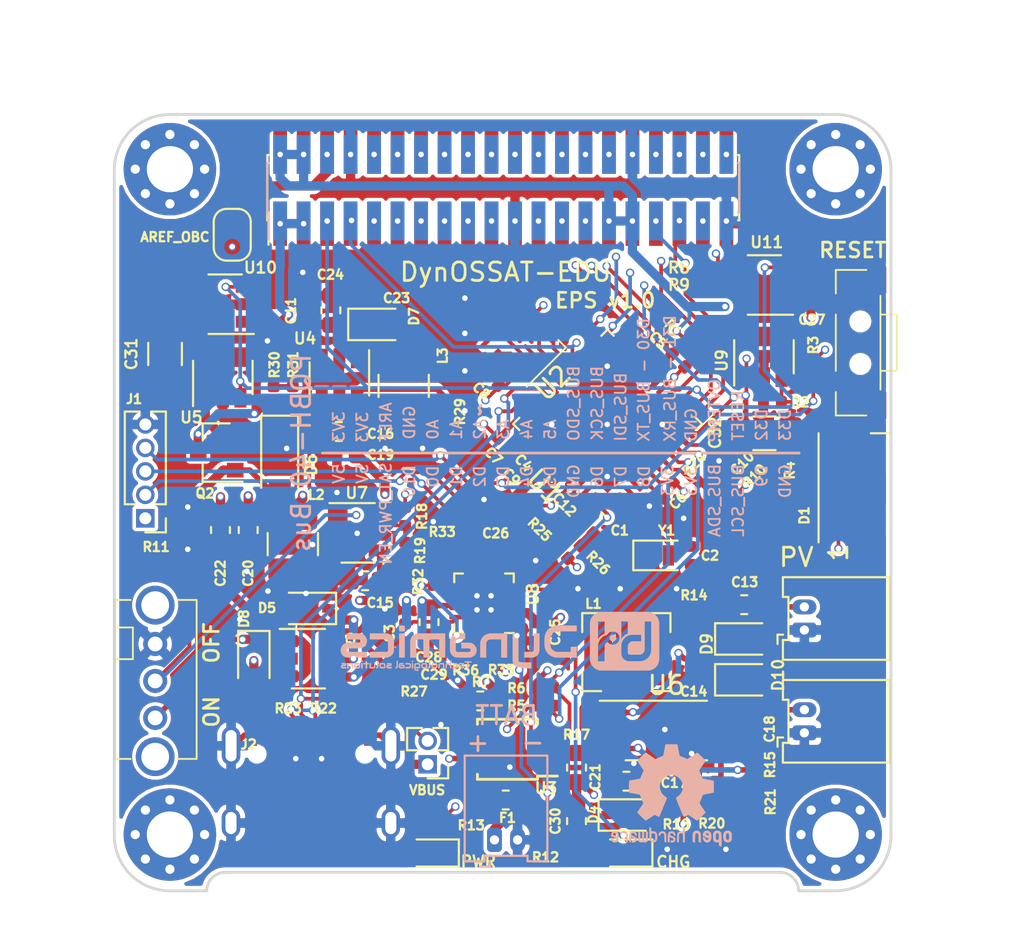
<source format=kicad_pcb>
(kicad_pcb (version 20171130) (host pcbnew "(5.1.5)-3")
  (layers (0 F.Cu signal) (1 In1.Cu signal hide) (2 In2.Cu signal hide) (31 B.Cu signal hide) (34 B.Paste user hide) (35 F.Paste user hide) (36 B.SilkS user hide) (37 F.SilkS user) (38 B.Mask user hide) (39 F.Mask user hide) (44 Edge.Cuts user))
  (net 0 "")
  (net 1 "Net-(C1-Pad1)")
  (net 2 GND)
  (net 3 "Net-(C2-Pad1)")
  (net 4 "Net-(C4-Pad1)")
  (net 5 +BATT)
  (net 6 "Net-(C14-Pad1)")
  (net 7 "Net-(D2-Pad2)")
  (net 8 SAT_PWR_EN)
  (net 9 PWRMON_SCL)
  (net 10 PWRMON_SDA)
  (net 11 VBUS)
  (net 12 PWRMON_ALERT)
  (net 13 "Net-(L1-Pad2)")
  (net 14 "Net-(C17-Pad1)")
  (net 15 "Net-(L2-Pad1)")
  (net 16 +3V3_EPS)
  (net 17 +5V_SAT)
  (net 18 +5V_EPS)
  (net 19 EPS_PWR_EN)
  (net 20 /CS_FLASH)
  (net 21 /SCK_FLASH)
  (net 22 /Power/VSYS)
  (net 23 "Net-(C18-Pad2)")
  (net 24 "Net-(C18-Pad1)")
  (net 25 "Net-(C21-Pad1)")
  (net 26 "Net-(D1-Pad4)")
  (net 27 "Net-(D3-Pad2)")
  (net 28 "Net-(J2-PadB5)")
  (net 29 "Net-(J2-PadA5)")
  (net 30 EPS_SWDIO)
  (net 31 EPS_nRST)
  (net 32 PV)
  (net 33 /Connectors/D0_OBC)
  (net 34 /Connectors/A0_OBC)
  (net 35 /Connectors/D1_OBC)
  (net 36 /Connectors/A1_OBC)
  (net 37 /Connectors/D2_OBC)
  (net 38 /Connectors/A2_OBC)
  (net 39 /Connectors/D3_OBC)
  (net 40 /Connectors/A3_OBC)
  (net 41 /Connectors/D4_OBC)
  (net 42 /Connectors/A4_OBC)
  (net 43 /Connectors/D5_OBC)
  (net 44 /Connectors/A5_OBC)
  (net 45 /Connectors/D7_OBC)
  (net 46 /Connectors/D8_OBC)
  (net 47 /Connectors/D9_OBC)
  (net 48 /Connectors/OBC_SWDCLK)
  (net 49 /Connectors/OBC_SWDIO)
  (net 50 SAT_nRST)
  (net 51 /RGB)
  (net 52 "Net-(R18-Pad1)")
  (net 53 OBC_OVTEMP)
  (net 54 INT_IMU_OBC)
  (net 55 EPS_SWCLK)
  (net 56 /Connectors/D6_OBC)
  (net 57 /3V3_MEAS)
  (net 58 /5V_MEAS)
  (net 59 /Power/5V_BATT)
  (net 60 /Power/VCHARGE)
  (net 61 "Net-(C26-Pad1)")
  (net 62 VBUS_JMP)
  (net 63 "Net-(D7-Pad2)")
  (net 64 "Net-(F1-Pad1)")
  (net 65 /Power/VOUT_PV)
  (net 66 /Power/ST1)
  (net 67 "Net-(R29-Pad2)")
  (net 68 "Net-(R30-Pad1)")
  (net 69 /Power/TH)
  (net 70 /Power/VREF)
  (net 71 "Net-(R35-Pad1)")
  (net 72 "Net-(R36-Pad1)")
  (net 73 USB_D+)
  (net 74 USB_D-)
  (net 75 +BATT_MON)
  (net 76 +3V3_SAT)
  (net 77 AREF_SAT)
  (net 78 "Net-(D1-Pad2)")
  (net 79 "Net-(J2-PadA8)")
  (net 80 "Net-(J2-PadB8)")
  (net 81 "Net-(U1-Pad3)")
  (net 82 "Net-(U1-Pad4)")
  (net 83 "Net-(U1-Pad7)")
  (net 84 "Net-(U1-Pad22)")
  (net 85 "Net-(U1-Pad23)")
  (net 86 "Net-(U1-Pad24)")
  (net 87 "Net-(U1-Pad27)")
  (net 88 "Net-(U1-Pad37)")
  (net 89 "Net-(U1-Pad38)")
  (net 90 "Net-(U1-Pad39)")
  (net 91 "Net-(U1-Pad41)")
  (net 92 "Net-(U5-Pad4)")
  (net 93 "Net-(U5-Pad5)")
  (net 94 "Net-(U8-Pad3)")
  (net 95 "Net-(U8-Pad14)")
  (net 96 "Net-(U8-Pad16)")
  (net 97 "Net-(U9-Pad5)")
  (net 98 "Net-(U9-Pad4)")
  (net 99 OBC_TX)
  (net 100 OBC_RX)
  (net 101 "Net-(D9-Pad2)")
  (net 102 "Net-(D10-Pad2)")
  (net 103 "Net-(U10-Pad6)")
  (net 104 "Net-(U11-Pad6)")
  (net 105 "Net-(U10-Pad4)")
  (net 106 "Net-(U10-Pad5)")
  (net 107 "Net-(U11-Pad4)")
  (net 108 "Net-(U11-Pad5)")
  (net 109 SPI_BUS_SDO)
  (net 110 SPI_BUS_SDI)
  (net 111 I2C_BUS_SDA)
  (net 112 I2C_BUS_SCL)
  (net 113 SPI_BUS_SCK)
  (net 114 /SDI_FLASH)
  (net 115 /SDO_FLASH)
  (module DynOSSAT:VQFN-16-1EP_3x3mm_P0.5mm_EP1.45x1.45mm (layer F.Cu) (at 207.518 75.0824 180)
    (fp_text reference U8 (at -2.6416 0.4826 90) (layer F.SilkS) (effects (font (size 0.6 0.6) (thickness 0.125))))
    (fp_text value L6924D hide)
    (pad 1 smd roundrect (at -1.4375 -0.75 180) (size 0.875 0.25) (layers F.Cu F.Paste F.Mask) (net 60 /Power/VCHARGE))
    (pad 2 smd roundrect (at -1.4375 -0.25 180) (size 0.875 0.25) (layers F.Cu F.Paste F.Mask) (net 60 /Power/VCHARGE))
    (pad 3 smd roundrect (at -1.4375 0.25 180) (size 0.875 0.25) (layers F.Cu F.Paste F.Mask) (net 94 "Net-(U8-Pad3)"))
    (pad 4 smd roundrect (at -1.4375 0.75 180) (size 0.875 0.25) (layers F.Cu F.Paste F.Mask) (net 66 /Power/ST1))
    (pad 5 smd roundrect (at -0.75 1.4375 180) (size 0.25 0.875) (layers F.Cu F.Paste F.Mask) (net 61 "Net-(C26-Pad1)"))
    (pad 6 smd roundrect (at -0.25 1.4375 180) (size 0.25 0.875) (layers F.Cu F.Paste F.Mask) (net 2 GND))
    (pad 7 smd roundrect (at 0.25 1.4375 180) (size 0.25 0.875) (layers F.Cu F.Paste F.Mask) (net 2 GND))
    (pad 8 smd roundrect (at 0.75 1.4375 180) (size 0.25 0.875) (layers F.Cu F.Paste F.Mask) (net 69 /Power/TH))
    (pad 9 smd roundrect (at 1.4375 0.75 180) (size 0.875 0.25) (layers F.Cu F.Paste F.Mask) (net 2 GND))
    (pad 10 smd roundrect (at 1.4375 0.25 180) (size 0.875 0.25) (layers F.Cu F.Paste F.Mask) (net 5 +BATT))
    (pad 11 smd roundrect (at 1.4375 -0.25 180) (size 0.875 0.25) (layers F.Cu F.Paste F.Mask) (net 5 +BATT))
    (pad 12 smd roundrect (at 1.4375 -0.75 180) (size 0.875 0.25) (layers F.Cu F.Paste F.Mask) (net 70 /Power/VREF))
    (pad 13 smd roundrect (at 0.75 -1.4375 180) (size 0.25 0.875) (layers F.Cu F.Paste F.Mask) (net 72 "Net-(R36-Pad1)"))
    (pad 14 smd roundrect (at 0.25 -1.4375 180) (size 0.25 0.875) (layers F.Cu F.Paste F.Mask) (net 95 "Net-(U8-Pad14)"))
    (pad 15 smd roundrect (at -0.25 -1.4375 180) (size 0.25 0.875) (layers F.Cu F.Paste F.Mask) (net 71 "Net-(R35-Pad1)"))
    (pad 16 smd roundrect (at -0.75 -1.4375 180) (size 0.25 0.875) (layers F.Cu F.Paste F.Mask) (net 96 "Net-(U8-Pad16)"))
    (pad 17 smd rect (at 0 0 180) (size 1.45 1.45) (layers F.Cu F.Mask) (net 2 GND))
  )
  (module DynOSSAT:WSON-8-1EP_3x4mm_P0.8mm (layer F.Cu) (at 209.7532 61.1759 225)
    (fp_text reference U2 (at 0.35 -2.45 45) (layer F.SilkS))
    (fp_text value GD25Q32 hide)
    (pad "" smd rect (at 0 -0.3048 225) (size 0.2 0.8) (layers F.Cu F.Paste F.Mask))
    (pad "" smd rect (at 0 1.27 225) (size 0.2 0.8) (layers F.Cu F.Paste F.Mask))
    (pad 5 smd rect (at 1.4 1.65 225) (size 0.6 0.25) (layers F.Cu F.Paste F.Mask) (net 115 /SDO_FLASH))
    (pad 6 smd rect (at 1.4 0.85 225) (size 0.6 0.25) (layers F.Cu F.Paste F.Mask) (net 21 /SCK_FLASH))
    (pad 7 smd rect (at 1.4 0.05 225) (size 0.6 0.25) (layers F.Cu F.Paste F.Mask) (net 16 +3V3_EPS))
    (pad 4 smd rect (at -1.4 1.65 225) (size 0.6 0.25) (layers F.Cu F.Paste F.Mask) (net 2 GND))
    (pad 3 smd rect (at -1.4 0.85 225) (size 0.6 0.25) (layers F.Cu F.Paste F.Mask) (net 16 +3V3_EPS))
    (pad 2 smd rect (at -1.4 0.05 225) (size 0.6 0.25) (layers F.Cu F.Paste F.Mask) (net 114 /SDI_FLASH))
    (pad 8 smd rect (at 1.4 -0.75 225) (size 0.6 0.25) (layers F.Cu F.Paste F.Mask) (net 16 +3V3_EPS))
    (pad 1 smd rect (at -1.4 -0.75 225) (size 0.6 0.25) (layers F.Cu F.Paste F.Mask) (net 20 /CS_FLASH))
  )
  (module DynOSSAT:1TS002G-1800-3500-CT (layer F.Cu) (at 226.6696 60.9854 90)
    (fp_text reference SW1 hide)
    (fp_text value SW_Push hide)
    (pad "" np_thru_hole circle (at 1.15 1.2 90) (size 0.8 0.8) (drill 0.8) (layers *.Cu *.Mask))
    (pad "" np_thru_hole circle (at -1.15 1.2 90) (size 0.8 0.8) (drill 0.8) (layers *.Cu *.Mask))
    (pad 3 smd rect (at -3.4 2.1 90) (size 1.45 1) (layers F.Cu F.Paste F.Mask))
    (pad 4 smd rect (at 3.4 2.1 90) (size 1.45 1) (layers F.Cu F.Paste F.Mask))
    (pad 2 smd rect (at 2.1 0 90) (size 0.9 1) (layers F.Cu F.Paste F.Mask) (net 2 GND))
    (pad 1 smd rect (at -2.1 0 90) (size 0.9 1) (layers F.Cu F.Paste F.Mask) (net 31 EPS_nRST))
  )
  (module Package_SO:TSSOP-8_4.4x3mm_P0.65mm (layer F.Cu) (at 217.3798 81.9658)
    (fp_text reference U6 (at 0 -2.45) (layer F.SilkS))
    (fp_text value SPV1040)
    (pad 1 smd roundrect (at -2.8625 -0.975) (size 1.475 0.4) (layers F.Cu F.Paste F.Mask) (net 6 "Net-(C14-Pad1)"))
    (pad 2 smd roundrect (at -2.8625 -0.325) (size 1.475 0.4) (layers F.Cu F.Paste F.Mask) (net 2 GND))
    (pad 3 smd roundrect (at -2.8625 0.325) (size 1.475 0.4) (layers F.Cu F.Paste F.Mask) (net 13 "Net-(L1-Pad2)"))
    (pad 4 smd roundrect (at -2.8625 0.975) (size 1.475 0.4) (layers F.Cu F.Paste F.Mask) (net 25 "Net-(C21-Pad1)"))
    (pad 5 smd roundrect (at 2.8625 0.975) (size 1.475 0.4) (layers F.Cu F.Paste F.Mask) (net 14 "Net-(C17-Pad1)"))
    (pad 6 smd roundrect (at 2.8625 0.325) (size 1.475 0.4) (layers F.Cu F.Paste F.Mask) (net 23 "Net-(C18-Pad2)"))
    (pad 7 smd roundrect (at 2.8625 -0.325) (size 1.475 0.4) (layers F.Cu F.Paste F.Mask) (net 24 "Net-(C18-Pad1)"))
    (pad 8 smd roundrect (at 2.8625 -0.975) (size 1.475 0.4) (layers F.Cu F.Paste F.Mask) (net 32 PV))
  )
  (module DynOSSAT:Logo_BHDyn (layer B.Cu) (at 208.3816 77.1398 180)
    (fp_text reference G*** hide)
    (fp_text value LOGO hide)
  )
  (module Inductor_SMD:L_1210_3225Metric (layer F.Cu) (at 197.1802 71.882 90)
    (fp_text reference L2 (at 2.667 1.27 180) (layer F.SilkS) (effects (font (size 0.5 0.5) (thickness 0.125))))
    (fp_text value 2.2uH hide)
    (pad 2 smd roundrect (at 1.4 0 90) (size 1.25 2.65) (layers F.Cu F.Paste F.Mask) (roundrect_rratio 0.2) (net 16 +3V3_EPS))
    (pad 1 smd roundrect (at -1.4 0 90) (size 1.25 2.65) (layers F.Cu F.Paste F.Mask) (roundrect_rratio 0.2) (net 15 "Net-(L2-Pad1)"))
  )
  (module Inductor_SMD:L_1210_3225Metric (layer F.Cu) (at 203.1746 63.3222 90)
    (fp_text reference L3 (at 1.6256 2.1082 90) (layer F.SilkS) (effects (font (size 0.5 0.5) (thickness 0.125))))
    (fp_text value 3.3uH hide)
    (pad 2 smd roundrect (at 1.4 0 90) (size 1.25 2.65) (layers F.Cu F.Paste F.Mask) (roundrect_rratio 0.2) (net 63 "Net-(D7-Pad2)"))
    (pad 1 smd roundrect (at -1.4 0 90) (size 1.25 2.65) (layers F.Cu F.Paste F.Mask) (roundrect_rratio 0.2) (net 75 +BATT_MON))
  )
  (module Diode_SMD:D_SOD-323 (layer F.Cu) (at 201.676 59.9948)
    (fp_text reference D7 (at 2.0574 -0.4318 90) (layer F.SilkS) (effects (font (size 0.5 0.5) (thickness 0.125))))
    (fp_text value D_Schottky_Small hide)
    (pad 2 smd rect (at 1.05 0) (size 0.6 0.45) (layers F.Cu F.Paste F.Mask) (net 63 "Net-(D7-Pad2)"))
    (pad 1 smd rect (at -1.05 0) (size 0.6 0.45) (layers F.Cu F.Paste F.Mask) (net 59 /Power/5V_BATT))
  )
  (module MountingHole:MountingHole_2.5mm_Pad_Via (layer F.Cu) (at 226.534 87.596)
    (fp_text reference REF** hide)
    (fp_text value MountingHole_2.5mm_Pad_Via hide)
    (pad 1 thru_hole circle (at 1.325825 -1.325825) (size 0.8 0.8) (drill 0.5) (layers *.Cu *.Mask))
    (pad 1 thru_hole circle (at 0 -1.875) (size 0.8 0.8) (drill 0.5) (layers *.Cu *.Mask))
    (pad 1 thru_hole circle (at -1.325825 -1.325825) (size 0.8 0.8) (drill 0.5) (layers *.Cu *.Mask))
    (pad 1 thru_hole circle (at -1.875 0) (size 0.8 0.8) (drill 0.5) (layers *.Cu *.Mask))
    (pad 1 thru_hole circle (at -1.325825 1.325825) (size 0.8 0.8) (drill 0.5) (layers *.Cu *.Mask))
    (pad 1 thru_hole circle (at 0 1.875) (size 0.8 0.8) (drill 0.5) (layers *.Cu *.Mask))
    (pad 1 thru_hole circle (at 1.325825 1.325825) (size 0.8 0.8) (drill 0.5) (layers *.Cu *.Mask))
    (pad 1 thru_hole circle (at 1.875 0) (size 0.8 0.8) (drill 0.5) (layers *.Cu *.Mask))
    (pad 1 thru_hole circle (at 0 0) (size 5 5) (drill 2.5) (layers *.Cu *.Mask))
  )
  (module MountingHole:MountingHole_2.5mm_Pad_Via (layer F.Cu) (at 190.534 51.596)
    (fp_text reference REF** hide)
    (fp_text value MountingHole_2.5mm_Pad_Via hide)
    (pad 1 thru_hole circle (at 1.325825 -1.325825) (size 0.8 0.8) (drill 0.5) (layers *.Cu *.Mask))
    (pad 1 thru_hole circle (at 0 -1.875) (size 0.8 0.8) (drill 0.5) (layers *.Cu *.Mask))
    (pad 1 thru_hole circle (at -1.325825 -1.325825) (size 0.8 0.8) (drill 0.5) (layers *.Cu *.Mask))
    (pad 1 thru_hole circle (at -1.875 0) (size 0.8 0.8) (drill 0.5) (layers *.Cu *.Mask))
    (pad 1 thru_hole circle (at -1.325825 1.325825) (size 0.8 0.8) (drill 0.5) (layers *.Cu *.Mask))
    (pad 1 thru_hole circle (at 0 1.875) (size 0.8 0.8) (drill 0.5) (layers *.Cu *.Mask))
    (pad 1 thru_hole circle (at 1.325825 1.325825) (size 0.8 0.8) (drill 0.5) (layers *.Cu *.Mask))
    (pad 1 thru_hole circle (at 1.875 0) (size 0.8 0.8) (drill 0.5) (layers *.Cu *.Mask))
    (pad 1 thru_hole circle (at 0 0) (size 5 5) (drill 2.5) (layers *.Cu *.Mask))
  )
  (module MountingHole:MountingHole_2.5mm_Pad_Via (layer F.Cu) (at 226.534 51.596)
    (fp_text reference REF** hide)
    (fp_text value MountingHole_2.5mm_Pad_Via hide)
    (pad 1 thru_hole circle (at 0 0) (size 5 5) (drill 2.5) (layers *.Cu *.Mask))
    (pad 1 thru_hole circle (at 1.875 0) (size 0.8 0.8) (drill 0.5) (layers *.Cu *.Mask))
    (pad 1 thru_hole circle (at 1.325825 1.325825) (size 0.8 0.8) (drill 0.5) (layers *.Cu *.Mask))
    (pad 1 thru_hole circle (at 0 1.875) (size 0.8 0.8) (drill 0.5) (layers *.Cu *.Mask))
    (pad 1 thru_hole circle (at -1.325825 1.325825) (size 0.8 0.8) (drill 0.5) (layers *.Cu *.Mask))
    (pad 1 thru_hole circle (at -1.875 0) (size 0.8 0.8) (drill 0.5) (layers *.Cu *.Mask))
    (pad 1 thru_hole circle (at -1.325825 -1.325825) (size 0.8 0.8) (drill 0.5) (layers *.Cu *.Mask))
    (pad 1 thru_hole circle (at 0 -1.875) (size 0.8 0.8) (drill 0.5) (layers *.Cu *.Mask))
    (pad 1 thru_hole circle (at 1.325825 -1.325825) (size 0.8 0.8) (drill 0.5) (layers *.Cu *.Mask))
  )
  (module MountingHole:MountingHole_2.5mm_Pad_Via (layer F.Cu) (at 190.534 87.596)
    (fp_text reference REF** hide)
    (fp_text value MountingHole_2.5mm_Pad_Via hide)
    (pad 1 thru_hole circle (at 0 0) (size 5 5) (drill 2.5) (layers *.Cu *.Mask))
    (pad 1 thru_hole circle (at 1.875 0) (size 0.8 0.8) (drill 0.5) (layers *.Cu *.Mask))
    (pad 1 thru_hole circle (at 1.325825 1.325825) (size 0.8 0.8) (drill 0.5) (layers *.Cu *.Mask))
    (pad 1 thru_hole circle (at 0 1.875) (size 0.8 0.8) (drill 0.5) (layers *.Cu *.Mask))
    (pad 1 thru_hole circle (at -1.325825 1.325825) (size 0.8 0.8) (drill 0.5) (layers *.Cu *.Mask))
    (pad 1 thru_hole circle (at -1.875 0) (size 0.8 0.8) (drill 0.5) (layers *.Cu *.Mask))
    (pad 1 thru_hole circle (at -1.325825 -1.325825) (size 0.8 0.8) (drill 0.5) (layers *.Cu *.Mask))
    (pad 1 thru_hole circle (at 0 -1.875) (size 0.8 0.8) (drill 0.5) (layers *.Cu *.Mask))
    (pad 1 thru_hole circle (at 1.325825 -1.325825) (size 0.8 0.8) (drill 0.5) (layers *.Cu *.Mask))
  )
  (module Symbol:OSHW-Logo2_7.3x6mm_SilkScreen (layer B.Cu) (at 217.6526 85.471 180)
    (fp_text reference REF** hide)
    (fp_text value OSHW-Logo2_7.3x6mm_SilkScreen hide)
  )
  (module Capacitor_SMD:C_0603_1608Metric (layer F.Cu) (at 221.5896 75.1586)
    (fp_text reference C13 (at 0.0254 -1.2192 180) (layer F.SilkS) (effects (font (size 0.5 0.5) (thickness 0.125))))
    (fp_text value 10uF hide)
    (pad 1 smd roundrect (at -0.7875 0) (size 0.875 0.95) (layers F.Cu F.Paste F.Mask) (net 32 PV))
    (pad 2 smd roundrect (at 0.7875 0) (size 0.875 0.95) (layers F.Cu F.Paste F.Mask) (net 2 GND))
  )
  (module Capacitor_SMD:C_0603_1608Metric (layer F.Cu) (at 201.0918 73.8632 180)
    (fp_text reference C15 (at -0.8128 -1.1938) (layer F.SilkS) (effects (font (size 0.5 0.5) (thickness 0.125))))
    (fp_text value 22uF hide)
    (pad 1 smd roundrect (at -0.7875 0 180) (size 0.875 0.95) (layers F.Cu F.Paste F.Mask) (net 22 /Power/VSYS))
    (pad 2 smd roundrect (at 0.7875 0 180) (size 0.875 0.95) (layers F.Cu F.Paste F.Mask) (net 2 GND))
  )
  (module Capacitor_SMD:C_0603_1608Metric (layer F.Cu) (at 199.6694 65.786 180)
    (fp_text reference C16 (at -2.2606 -0.127) (layer F.SilkS) (effects (font (size 0.5 0.5) (thickness 0.125))))
    (fp_text value 22uF hide)
    (pad 2 smd roundrect (at 0.7875 0 180) (size 0.875 0.95) (layers F.Cu F.Paste F.Mask) (net 2 GND))
    (pad 1 smd roundrect (at -0.7875 0 180) (size 0.875 0.95) (layers F.Cu F.Paste F.Mask) (net 75 +BATT_MON))
  )
  (module LED_SMD:LED_0603_1608Metric (layer F.Cu) (at 215.138 88.5952 180)
    (fp_text reference D2 hide)
    (fp_text value LED_Small hide)
    (pad 1 smd roundrect (at -0.7875 0 180) (size 0.875 0.95) (layers F.Cu F.Paste F.Mask) (net 66 /Power/ST1))
    (pad 2 smd roundrect (at 0.7875 0 180) (size 0.875 0.95) (layers F.Cu F.Paste F.Mask) (net 7 "Net-(D2-Pad2)"))
  )
  (module Resistor_SMD:R_0603_1608Metric (layer F.Cu) (at 207.3148 80.3656)
    (fp_text reference R7 (at 0.0381 -1.0287 180) (layer F.SilkS) (effects (font (size 0.5 0.5) (thickness 0.125))))
    (fp_text value 0.002R hide)
    (pad 2 smd roundrect (at 0.7875 0) (size 0.875 0.95) (layers F.Cu F.Paste F.Mask) (net 75 +BATT_MON))
    (pad 1 smd roundrect (at -0.7875 0) (size 0.875 0.95) (layers F.Cu F.Paste F.Mask) (net 5 +BATT))
  )
  (module Resistor_SMD:R_0603_1608Metric (layer F.Cu) (at 212.5218 83.9724 90)
    (fp_text reference R17 (at 1.778 0 180) (layer F.SilkS) (effects (font (size 0.5 0.5) (thickness 0.125))))
    (fp_text value 0.033R hide)
    (pad 1 smd roundrect (at -0.7875 0 90) (size 0.875 0.95) (layers F.Cu F.Paste F.Mask) (net 65 /Power/VOUT_PV))
    (pad 2 smd roundrect (at 0.7875 0 90) (size 0.875 0.95) (layers F.Cu F.Paste F.Mask) (net 25 "Net-(C21-Pad1)"))
  )
  (module Fuse:Fuse_0603_1608Metric (layer F.Cu) (at 208.693 85.725 180)
    (fp_text reference F1 (at -0.095 -0.9652) (layer F.SilkS) (effects (font (size 0.5 0.5) (thickness 0.125))))
    (fp_text value Fuse_3A hide)
    (pad 1 smd roundrect (at -0.7875 0 180) (size 0.875 0.95) (layers F.Cu F.Paste F.Mask) (net 64 "Net-(F1-Pad1)"))
    (pad 2 smd roundrect (at 0.7875 0 180) (size 0.875 0.95) (layers F.Cu F.Paste F.Mask) (net 5 +BATT))
  )
  (module Capacitor_SMD:C_0603_1608Metric (layer F.Cu) (at 194.7672 71.12 270)
    (fp_text reference C20 (at 2.3368 0 270) (layer F.SilkS) (effects (font (size 0.5 0.5) (thickness 0.125))))
    (fp_text value 22uF hide)
    (pad 2 smd roundrect (at 0.7875 0 270) (size 0.875 0.95) (layers F.Cu F.Paste F.Mask) (net 2 GND))
    (pad 1 smd roundrect (at -0.7875 0 270) (size 0.875 0.95) (layers F.Cu F.Paste F.Mask) (net 16 +3V3_EPS))
  )
  (module Capacitor_SMD:C_0603_1608Metric (layer F.Cu) (at 193.2686 71.12 270)
    (fp_text reference C22 (at 2.3368 0 270) (layer F.SilkS) (effects (font (size 0.5 0.5) (thickness 0.125))))
    (fp_text value 22uF hide)
    (pad 1 smd roundrect (at -0.7875 0 270) (size 0.875 0.95) (layers F.Cu F.Paste F.Mask) (net 16 +3V3_EPS))
    (pad 2 smd roundrect (at 0.7875 0 270) (size 0.875 0.95) (layers F.Cu F.Paste F.Mask) (net 2 GND))
  )
  (module Inductor_SMD:L_Bourns-SRN4018 (layer F.Cu) (at 215.2142 77.724 180)
    (fp_text reference L1 (at 1.778 2.6162) (layer F.SilkS) (effects (font (size 0.5 0.5) (thickness 0.125))))
    (fp_text value 22uH hide)
    (pad 2 smd rect (at 1.525 0 180) (size 1.5 3.6) (layers F.Cu F.Paste F.Mask) (net 13 "Net-(L1-Pad2)"))
    (pad 1 smd rect (at -1.525 0 180) (size 1.5 3.6) (layers F.Cu F.Paste F.Mask) (net 32 PV))
  )
  (module Capacitor_SMD:C_0603_1608Metric (layer F.Cu) (at 215.2208 84.709)
    (fp_text reference C21 (at -1.683 -0.2286 90) (layer F.SilkS) (effects (font (size 0.5 0.5) (thickness 0.125))))
    (fp_text value 4.7F hide)
    (pad 1 smd roundrect (at -0.7875 0) (size 0.875 0.95) (layers F.Cu F.Paste F.Mask) (net 25 "Net-(C21-Pad1)"))
    (pad 2 smd roundrect (at 0.7875 0) (size 0.875 0.95) (layers F.Cu F.Paste F.Mask) (net 2 GND))
  )
  (module LED_SMD:LED_0603_1608Metric (layer F.Cu) (at 204.6732 88.5952 180)
    (fp_text reference D3 hide)
    (fp_text value LED_Small hide)
    (pad 1 smd roundrect (at -0.7875 0 180) (size 0.875 0.95) (layers F.Cu F.Paste F.Mask) (net 2 GND))
    (pad 2 smd roundrect (at 0.7875 0 180) (size 0.875 0.95) (layers F.Cu F.Paste F.Mask) (net 27 "Net-(D3-Pad2)"))
  )
  (module Diode_SMD:D_SOD-323 (layer F.Cu) (at 215.2142 86.5378)
    (fp_text reference D4 (at -1.778 -0.0254 90) (layer F.SilkS) (effects (font (size 0.5 0.5) (thickness 0.125))))
    (fp_text value 5V hide)
    (pad 1 smd rect (at -1.05 0) (size 0.6 0.45) (layers F.Cu F.Paste F.Mask) (net 25 "Net-(C21-Pad1)"))
    (pad 2 smd rect (at 1.05 0) (size 0.6 0.45) (layers F.Cu F.Paste F.Mask) (net 2 GND))
  )
  (module Connector_PinHeader_1.27mm:PinHeader_2x20_P1.27mm_Vertical_SMD (layer F.Cu) (at 208.5594 52.5976 90)
    (fp_text reference J7 hide)
    (fp_text value Conn_02x20_Odd_Even hide)
    (pad 1 smd rect (at -1.95 -12.065 90) (size 2.4 0.74) (layers F.Cu F.Paste F.Mask) (net 17 +5V_SAT))
    (pad 2 smd rect (at 1.95 -12.065 90) (size 2.4 0.74) (layers F.Cu F.Paste F.Mask) (net 76 +3V3_SAT))
    (pad 3 smd rect (at -1.95 -10.795 90) (size 2.4 0.74) (layers F.Cu F.Paste F.Mask) (net 17 +5V_SAT))
    (pad 4 smd rect (at 1.95 -10.795 90) (size 2.4 0.74) (layers F.Cu F.Paste F.Mask) (net 76 +3V3_SAT))
    (pad 5 smd rect (at -1.95 -9.525 90) (size 2.4 0.74) (layers F.Cu F.Paste F.Mask) (net 8 SAT_PWR_EN))
    (pad 6 smd rect (at 1.95 -9.525 90) (size 2.4 0.74) (layers F.Cu F.Paste F.Mask) (net 77 AREF_SAT))
    (pad 7 smd rect (at -1.95 -8.255 90) (size 2.4 0.74) (layers F.Cu F.Paste F.Mask) (net 54 INT_IMU_OBC))
    (pad 8 smd rect (at 1.95 -8.255 90) (size 2.4 0.74) (layers F.Cu F.Paste F.Mask) (net 2 GND))
    (pad 9 smd rect (at -1.95 -6.985 90) (size 2.4 0.74) (layers F.Cu F.Paste F.Mask) (net 33 /Connectors/D0_OBC))
    (pad 10 smd rect (at 1.95 -6.985 90) (size 2.4 0.74) (layers F.Cu F.Paste F.Mask) (net 34 /Connectors/A0_OBC))
    (pad 11 smd rect (at -1.95 -5.715 90) (size 2.4 0.74) (layers F.Cu F.Paste F.Mask) (net 35 /Connectors/D1_OBC))
    (pad 12 smd rect (at 1.95 -5.715 90) (size 2.4 0.74) (layers F.Cu F.Paste F.Mask) (net 36 /Connectors/A1_OBC))
    (pad 13 smd rect (at -1.95 -4.445 90) (size 2.4 0.74) (layers F.Cu F.Paste F.Mask) (net 37 /Connectors/D2_OBC))
    (pad 14 smd rect (at 1.95 -4.445 90) (size 2.4 0.74) (layers F.Cu F.Paste F.Mask) (net 38 /Connectors/A2_OBC))
    (pad 15 smd rect (at -1.95 -3.175 90) (size 2.4 0.74) (layers F.Cu F.Paste F.Mask) (net 39 /Connectors/D3_OBC))
    (pad 16 smd rect (at 1.95 -3.175 90) (size 2.4 0.74) (layers F.Cu F.Paste F.Mask) (net 40 /Connectors/A3_OBC))
    (pad 17 smd rect (at -1.95 -1.905 90) (size 2.4 0.74) (layers F.Cu F.Paste F.Mask) (net 41 /Connectors/D4_OBC))
    (pad 18 smd rect (at 1.95 -1.905 90) (size 2.4 0.74) (layers F.Cu F.Paste F.Mask) (net 42 /Connectors/A4_OBC))
    (pad 19 smd rect (at -1.95 -0.635 90) (size 2.4 0.74) (layers F.Cu F.Paste F.Mask) (net 43 /Connectors/D5_OBC))
    (pad 20 smd rect (at 1.95 -0.635 90) (size 2.4 0.74) (layers F.Cu F.Paste F.Mask) (net 44 /Connectors/A5_OBC))
    (pad 21 smd rect (at -1.95 0.635 90) (size 2.4 0.74) (layers F.Cu F.Paste F.Mask) (net 2 GND))
    (pad 22 smd rect (at 1.95 0.635 90) (size 2.4 0.74) (layers F.Cu F.Paste F.Mask) (net 109 SPI_BUS_SDO))
    (pad 23 smd rect (at -1.95 1.905 90) (size 2.4 0.74) (layers F.Cu F.Paste F.Mask) (net 56 /Connectors/D6_OBC))
    (pad 24 smd rect (at 1.95 1.905 90) (size 2.4 0.74) (layers F.Cu F.Paste F.Mask) (net 113 SPI_BUS_SCK))
    (pad 25 smd rect (at -1.95 3.175 90) (size 2.4 0.74) (layers F.Cu F.Paste F.Mask) (net 45 /Connectors/D7_OBC))
    (pad 26 smd rect (at 1.95 3.175 90) (size 2.4 0.74) (layers F.Cu F.Paste F.Mask) (net 110 SPI_BUS_SDI))
    (pad 27 smd rect (at -1.95 4.445 90) (size 2.4 0.74) (layers F.Cu F.Paste F.Mask) (net 46 /Connectors/D8_OBC))
    (pad 28 smd rect (at 1.95 4.445 90) (size 2.4 0.74) (layers F.Cu F.Paste F.Mask) (net 99 OBC_TX))
    (pad 29 smd rect (at -1.95 5.715 90) (size 2.4 0.74) (layers F.Cu F.Paste F.Mask) (net 76 +3V3_SAT))
    (pad 30 smd rect (at 1.95 5.715 90) (size 2.4 0.74) (layers F.Cu F.Paste F.Mask) (net 100 OBC_RX))
    (pad 31 smd rect (at -1.95 6.985 90) (size 2.4 0.74) (layers F.Cu F.Paste F.Mask) (net 76 +3V3_SAT))
    (pad 32 smd rect (at 1.95 6.985 90) (size 2.4 0.74) (layers F.Cu F.Paste F.Mask) (net 2 GND))
    (pad 33 smd rect (at -1.95 8.255 90) (size 2.4 0.74) (layers F.Cu F.Paste F.Mask) (net 111 I2C_BUS_SDA))
    (pad 34 smd rect (at 1.95 8.255 90) (size 2.4 0.74) (layers F.Cu F.Paste F.Mask) (net 53 OBC_OVTEMP))
    (pad 35 smd rect (at -1.95 9.525 90) (size 2.4 0.74) (layers F.Cu F.Paste F.Mask) (net 112 I2C_BUS_SCL))
    (pad 36 smd rect (at 1.95 9.525 90) (size 2.4 0.74) (layers F.Cu F.Paste F.Mask) (net 50 SAT_nRST))
    (pad 37 smd rect (at -1.95 10.795 90) (size 2.4 0.74) (layers F.Cu F.Paste F.Mask) (net 47 /Connectors/D9_OBC))
    (pad 38 smd rect (at 1.95 10.795 90) (size 2.4 0.74) (layers F.Cu F.Paste F.Mask) (net 48 /Connectors/OBC_SWDCLK))
    (pad 39 smd rect (at -1.95 12.065 90) (size 2.4 0.74) (layers F.Cu F.Paste F.Mask) (net 2 GND))
    (pad 40 smd rect (at 1.95 12.065 90) (size 2.4 0.74) (layers F.Cu F.Paste F.Mask) (net 49 /Connectors/OBC_SWDIO))
  )
  (module Connector_PinSocket_1.27mm:PinSocket_2x20_P1.27mm_Vertical_SMD (layer B.Cu) (at 208.5594 52.6 270)
    (fp_text reference J8 hide)
    (fp_text value Conn_02x20_Odd_Even)
    (pad 1 smd rect (at 1.8 12.065 270) (size 2.1 0.75) (layers B.Cu B.Paste B.Mask) (net 17 +5V_SAT))
    (pad 2 smd rect (at -1.8 12.065 270) (size 2.1 0.75) (layers B.Cu B.Paste B.Mask) (net 76 +3V3_SAT))
    (pad 3 smd rect (at 1.8 10.795 270) (size 2.1 0.75) (layers B.Cu B.Paste B.Mask) (net 17 +5V_SAT))
    (pad 4 smd rect (at -1.8 10.795 270) (size 2.1 0.75) (layers B.Cu B.Paste B.Mask) (net 76 +3V3_SAT))
    (pad 5 smd rect (at 1.8 9.525 270) (size 2.1 0.75) (layers B.Cu B.Paste B.Mask) (net 8 SAT_PWR_EN))
    (pad 6 smd rect (at -1.8 9.525 270) (size 2.1 0.75) (layers B.Cu B.Paste B.Mask) (net 77 AREF_SAT))
    (pad 7 smd rect (at 1.8 8.255 270) (size 2.1 0.75) (layers B.Cu B.Paste B.Mask) (net 54 INT_IMU_OBC))
    (pad 8 smd rect (at -1.8 8.255 270) (size 2.1 0.75) (layers B.Cu B.Paste B.Mask) (net 2 GND))
    (pad 9 smd rect (at 1.8 6.985 270) (size 2.1 0.75) (layers B.Cu B.Paste B.Mask) (net 33 /Connectors/D0_OBC))
    (pad 10 smd rect (at -1.8 6.985 270) (size 2.1 0.75) (layers B.Cu B.Paste B.Mask) (net 34 /Connectors/A0_OBC))
    (pad 11 smd rect (at 1.8 5.715 270) (size 2.1 0.75) (layers B.Cu B.Paste B.Mask) (net 35 /Connectors/D1_OBC))
    (pad 12 smd rect (at -1.8 5.715 270) (size 2.1 0.75) (layers B.Cu B.Paste B.Mask) (net 36 /Connectors/A1_OBC))
    (pad 13 smd rect (at 1.8 4.445 270) (size 2.1 0.75) (layers B.Cu B.Paste B.Mask) (net 37 /Connectors/D2_OBC))
    (pad 14 smd rect (at -1.8 4.445 270) (size 2.1 0.75) (layers B.Cu B.Paste B.Mask) (net 38 /Connectors/A2_OBC))
    (pad 15 smd rect (at 1.8 3.175 270) (size 2.1 0.75) (layers B.Cu B.Paste B.Mask) (net 39 /Connectors/D3_OBC))
    (pad 16 smd rect (at -1.8 3.175 270) (size 2.1 0.75) (layers B.Cu B.Paste B.Mask) (net 40 /Connectors/A3_OBC))
    (pad 17 smd rect (at 1.8 1.905 270) (size 2.1 0.75) (layers B.Cu B.Paste B.Mask) (net 41 /Connectors/D4_OBC))
    (pad 18 smd rect (at -1.8 1.905 270) (size 2.1 0.75) (layers B.Cu B.Paste B.Mask) (net 42 /Connectors/A4_OBC))
    (pad 19 smd rect (at 1.8 0.635 270) (size 2.1 0.75) (layers B.Cu B.Paste B.Mask) (net 43 /Connectors/D5_OBC))
    (pad 20 smd rect (at -1.8 0.635 270) (size 2.1 0.75) (layers B.Cu B.Paste B.Mask) (net 44 /Connectors/A5_OBC))
    (pad 21 smd rect (at 1.8 -0.635 270) (size 2.1 0.75) (layers B.Cu B.Paste B.Mask) (net 2 GND))
    (pad 22 smd rect (at -1.8 -0.635 270) (size 2.1 0.75) (layers B.Cu B.Paste B.Mask) (net 109 SPI_BUS_SDO))
    (pad 23 smd rect (at 1.8 -1.905 270) (size 2.1 0.75) (layers B.Cu B.Paste B.Mask) (net 56 /Connectors/D6_OBC))
    (pad 24 smd rect (at -1.8 -1.905 270) (size 2.1 0.75) (layers B.Cu B.Paste B.Mask) (net 113 SPI_BUS_SCK))
    (pad 25 smd rect (at 1.8 -3.175 270) (size 2.1 0.75) (layers B.Cu B.Paste B.Mask) (net 45 /Connectors/D7_OBC))
    (pad 26 smd rect (at -1.8 -3.175 270) (size 2.1 0.75) (layers B.Cu B.Paste B.Mask) (net 110 SPI_BUS_SDI))
    (pad 27 smd rect (at 1.8 -4.445 270) (size 2.1 0.75) (layers B.Cu B.Paste B.Mask) (net 46 /Connectors/D8_OBC))
    (pad 28 smd rect (at -1.8 -4.445 270) (size 2.1 0.75) (layers B.Cu B.Paste B.Mask) (net 99 OBC_TX))
    (pad 29 smd rect (at 1.8 -5.715 270) (size 2.1 0.75) (layers B.Cu B.Paste B.Mask) (net 76 +3V3_SAT))
    (pad 30 smd rect (at -1.8 -5.715 270) (size 2.1 0.75) (layers B.Cu B.Paste B.Mask) (net 100 OBC_RX))
    (pad 31 smd rect (at 1.8 -6.985 270) (size 2.1 0.75) (layers B.Cu B.Paste B.Mask) (net 76 +3V3_SAT))
    (pad 32 smd rect (at -1.8 -6.985 270) (size 2.1 0.75) (layers B.Cu B.Paste B.Mask) (net 2 GND))
    (pad 33 smd rect (at 1.8 -8.255 270) (size 2.1 0.75) (layers B.Cu B.Paste B.Mask) (net 111 I2C_BUS_SDA))
    (pad 34 smd rect (at -1.8 -8.255 270) (size 2.1 0.75) (layers B.Cu B.Paste B.Mask) (net 53 OBC_OVTEMP))
    (pad 35 smd rect (at 1.8 -9.525 270) (size 2.1 0.75) (layers B.Cu B.Paste B.Mask) (net 112 I2C_BUS_SCL))
    (pad 36 smd rect (at -1.8 -9.525 270) (size 2.1 0.75) (layers B.Cu B.Paste B.Mask) (net 50 SAT_nRST))
    (pad 37 smd rect (at 1.8 -10.795 270) (size 2.1 0.75) (layers B.Cu B.Paste B.Mask) (net 47 /Connectors/D9_OBC))
    (pad 38 smd rect (at -1.8 -10.795 270) (size 2.1 0.75) (layers B.Cu B.Paste B.Mask) (net 48 /Connectors/OBC_SWDCLK))
    (pad 39 smd rect (at 1.8 -12.065 270) (size 2.1 0.75) (layers B.Cu B.Paste B.Mask) (net 2 GND))
    (pad 40 smd rect (at -1.8 -12.065 270) (size 2.1 0.75) (layers B.Cu B.Paste B.Mask) (net 49 /Connectors/OBC_SWDIO))
  )
  (module Resistor_SMD:R_0402_1005Metric (layer F.Cu) (at 200.5998 80.7974)
    (fp_text reference R22 (at -1.7686 -0.0254) (layer F.SilkS) (effects (font (size 0.5 0.5) (thickness 0.125))))
    (fp_text value 5.1k hide)
    (pad 2 smd roundrect (at 0.485 0) (size 0.59 0.64) (layers F.Cu F.Paste F.Mask) (net 2 GND))
    (pad 1 smd roundrect (at -0.485 0) (size 0.59 0.64) (layers F.Cu F.Paste F.Mask) (net 28 "Net-(J2-PadB5)"))
  )
  (module Resistor_SMD:R_0402_1005Metric (layer F.Cu) (at 195.1642 80.7974 180)
    (fp_text reference R23 (at -1.762 0.0254) (layer F.SilkS) (effects (font (size 0.5 0.5) (thickness 0.125))))
    (fp_text value 5.1k hide)
    (pad 1 smd roundrect (at -0.485 0 180) (size 0.59 0.64) (layers F.Cu F.Paste F.Mask) (net 29 "Net-(J2-PadA5)"))
    (pad 2 smd roundrect (at 0.485 0 180) (size 0.59 0.64) (layers F.Cu F.Paste F.Mask) (net 2 GND))
  )
  (module Connector_PinHeader_1.27mm:PinHeader_1x02_P1.27mm_Vertical (layer F.Cu) (at 204.47 83.7946 180)
    (fp_text reference JP1 hide)
    (fp_text value Jumper hide)
    (pad 2 thru_hole oval (at 0 1.27 180) (size 1 1) (drill 0.65) (layers *.Cu *.Mask) (net 62 VBUS_JMP))
    (pad 1 thru_hole rect (at 0 0 180) (size 1 1) (drill 0.65) (layers *.Cu *.Mask) (net 11 VBUS))
  )
  (module Capacitor_SMD:C_0603_1608Metric (layer F.Cu) (at 199.2376 59.2328 90)
    (fp_text reference C24 (at 1.9304 -0.0254) (layer F.SilkS) (effects (font (size 0.5 0.5) (thickness 0.125))))
    (fp_text value 22uF hide)
    (pad 1 smd roundrect (at -0.7875 0 90) (size 0.875 0.95) (layers F.Cu F.Paste F.Mask) (net 59 /Power/5V_BATT))
    (pad 2 smd roundrect (at 0.7875 0 90) (size 0.875 0.95) (layers F.Cu F.Paste F.Mask) (net 2 GND))
  )
  (module Package_TO_SOT_SMD:SOT-23 (layer F.Cu) (at 193.0654 66.929 180)
    (fp_text reference Q2 (at 0.635 -2.2098) (layer F.SilkS) (effects (font (size 0.5 0.5) (thickness 0.125))))
    (fp_text value DMG2305 hide)
    (pad 1 smd rect (at -1 -0.95 180) (size 0.9 0.8) (layers F.Cu F.Paste F.Mask) (net 62 VBUS_JMP))
    (pad 2 smd rect (at -1 0.95 180) (size 0.9 0.8) (layers F.Cu F.Paste F.Mask) (net 18 +5V_EPS))
    (pad 3 smd rect (at 1 0 180) (size 0.9 0.8) (layers F.Cu F.Paste F.Mask) (net 59 /Power/5V_BATT))
  )
  (module Connector_PinHeader_1.27mm:PinHeader_1x05_P1.27mm_Vertical (layer F.Cu) (at 189.2046 70.485 180)
    (fp_text reference J1 (at 0.6096 6.4516) (layer F.SilkS) (effects (font (size 0.5 0.5) (thickness 0.125))))
    (fp_text value Conn_01x05_Female hide)
    (pad 1 thru_hole rect (at 0 0 180) (size 1 1) (drill 0.65) (layers *.Cu *.Mask) (net 16 +3V3_EPS))
    (pad 2 thru_hole oval (at 0 1.27 180) (size 1 1) (drill 0.65) (layers *.Cu *.Mask) (net 55 EPS_SWCLK))
    (pad 3 thru_hole oval (at 0 2.54 180) (size 1 1) (drill 0.65) (layers *.Cu *.Mask) (net 30 EPS_SWDIO))
    (pad 4 thru_hole oval (at 0 3.81 180) (size 1 1) (drill 0.65) (layers *.Cu *.Mask) (net 31 EPS_nRST))
    (pad 5 thru_hole oval (at 0 5.08 180) (size 1 1) (drill 0.65) (layers *.Cu *.Mask) (net 2 GND))
  )
  (module Diode_SMD:D_SOD-323 (layer F.Cu) (at 198.0184 75.3618 180)
    (fp_text reference D5 (at 2.2352 0.0254) (layer F.SilkS) (effects (font (size 0.5 0.5) (thickness 0.125))))
    (fp_text value D_Schottky_Small hide)
    (pad 1 smd rect (at -1.05 0 180) (size 0.6 0.45) (layers F.Cu F.Paste F.Mask) (net 60 /Power/VCHARGE))
    (pad 2 smd rect (at 1.05 0 180) (size 0.6 0.45) (layers F.Cu F.Paste F.Mask) (net 62 VBUS_JMP))
  )
  (module Diode_SMD:D_SOD-323 (layer F.Cu) (at 195.072 78.0796 270)
    (fp_text reference D8 (at -2.159 0.5334 90) (layer F.SilkS) (effects (font (size 0.5 0.5) (thickness 0.125))))
    (fp_text value D_Schottky_Small hide)
    (pad 1 smd rect (at -1.05 0 270) (size 0.6 0.45) (layers F.Cu F.Paste F.Mask) (net 22 /Power/VSYS))
    (pad 2 smd rect (at 1.05 0 270) (size 0.6 0.45) (layers F.Cu F.Paste F.Mask) (net 62 VBUS_JMP))
  )
  (module Capacitor_SMD:C_0402_1005Metric (layer F.Cu) (at 214.884 72.4916 270)
    (fp_text reference C1 (at -1.3462 0.0254 180) (layer F.SilkS) (effects (font (size 0.5 0.5) (thickness 0.125))))
    (fp_text value 22pF hide)
    (pad 2 smd roundrect (at 0.485 0 270) (size 0.59 0.64) (layers F.Cu F.Paste F.Mask) (net 2 GND))
    (pad 1 smd roundrect (at -0.485 0 270) (size 0.59 0.64) (layers F.Cu F.Paste F.Mask) (net 1 "Net-(C1-Pad1)"))
  )
  (module Capacitor_SMD:C_0402_1005Metric (layer F.Cu) (at 218.694 72.4916 270)
    (fp_text reference C2 (at 0.0127 -1.0414 180) (layer F.SilkS) (effects (font (size 0.5 0.5) (thickness 0.125))))
    (fp_text value 22pF hide)
    (pad 2 smd roundrect (at 0.485 0 270) (size 0.59 0.64) (layers F.Cu F.Paste F.Mask) (net 2 GND))
    (pad 1 smd roundrect (at -0.485 0 270) (size 0.59 0.64) (layers F.Cu F.Paste F.Mask) (net 3 "Net-(C2-Pad1)"))
  )
  (module Capacitor_SMD:C_0402_1005Metric (layer F.Cu) (at 210.6676 68.5292 135)
    (fp_text reference C4 (at 1.454801 0.017961 135) (layer F.SilkS) (effects (font (size 0.5 0.5) (thickness 0.125))))
    (fp_text value 100nF hide)
    (pad 2 smd roundrect (at 0.485 0 135) (size 0.59 0.64) (layers F.Cu F.Paste F.Mask) (net 2 GND))
    (pad 1 smd roundrect (at -0.485 0 135) (size 0.59 0.64) (layers F.Cu F.Paste F.Mask) (net 4 "Net-(C4-Pad1)"))
  )
  (module Capacitor_SMD:C_0402_1005Metric (layer F.Cu) (at 218.0336 61.9506 135)
    (fp_text reference C5 (at 1.562565 -0.017961 135) (layer F.SilkS) (effects (font (size 0.5 0.5) (thickness 0.125))))
    (fp_text value 100nF hide)
    (pad 1 smd roundrect (at -0.485 0 135) (size 0.59 0.64) (layers F.Cu F.Paste F.Mask) (net 16 +3V3_EPS))
    (pad 2 smd roundrect (at 0.485 0 135) (size 0.59 0.64) (layers F.Cu F.Paste F.Mask) (net 2 GND))
  )
  (module Capacitor_SMD:C_0402_1005Metric (layer F.Cu) (at 217.3986 68.8848 225)
    (fp_text reference C6 (at 0.035921 -0.898026 45) (layer F.SilkS) (effects (font (size 0.5 0.5) (thickness 0.125))))
    (fp_text value 100nF hide)
    (pad 2 smd roundrect (at 0.485 0 225) (size 0.59 0.64) (layers F.Cu F.Paste F.Mask) (net 2 GND))
    (pad 1 smd roundrect (at -0.485 0 225) (size 0.59 0.64) (layers F.Cu F.Paste F.Mask) (net 16 +3V3_EPS))
  )
  (module Capacitor_SMD:C_0402_1005Metric (layer F.Cu) (at 208.6356 66.4972 315)
    (fp_text reference C7 (at 0 0.862105 135) (layer F.SilkS) (effects (font (size 0.5 0.5) (thickness 0.125))))
    (fp_text value 100nF hide)
    (pad 1 smd roundrect (at -0.485 0 315) (size 0.59 0.64) (layers F.Cu F.Paste F.Mask) (net 16 +3V3_EPS))
    (pad 2 smd roundrect (at 0.485 0 315) (size 0.59 0.64) (layers F.Cu F.Paste F.Mask) (net 2 GND))
  )
  (module Capacitor_SMD:C_0402_1005Metric (layer F.Cu) (at 207.9625 62.9412 135)
    (fp_text reference C8 (at -0.035921 -0.880065 135) (layer F.SilkS) (effects (font (size 0.5 0.5) (thickness 0.125))))
    (fp_text value 100nF hide)
    (pad 1 smd roundrect (at -0.485 0 135) (size 0.59 0.64) (layers F.Cu F.Paste F.Mask) (net 16 +3V3_EPS))
    (pad 2 smd roundrect (at 0.485 0 135) (size 0.59 0.64) (layers F.Cu F.Paste F.Mask) (net 2 GND))
  )
  (module Capacitor_SMD:C_0402_1005Metric (layer F.Cu) (at 220.1418 68.834 45)
    (fp_text reference C10 (at 1.885854 0.017961 45) (layer F.SilkS) (effects (font (size 0.5 0.5) (thickness 0.125))))
    (fp_text value 10nF hide)
    (pad 2 smd roundrect (at 0.485 0 45) (size 0.59 0.64) (layers F.Cu F.Paste F.Mask) (net 2 GND))
    (pad 1 smd roundrect (at -0.485 0 45) (size 0.59 0.64) (layers F.Cu F.Paste F.Mask) (net 57 /3V3_MEAS))
  )
  (module Capacitor_SMD:C_0402_1005Metric (layer F.Cu) (at 196.0372 59.3598 90)
    (fp_text reference C11 (at 0.1016 1.0414 90) (layer F.SilkS) (effects (font (size 0.5 0.5) (thickness 0.125))))
    (fp_text value 1uF hide)
    (pad 1 smd roundrect (at -0.485 0 90) (size 0.59 0.64) (layers F.Cu F.Paste F.Mask) (net 17 +5V_SAT))
    (pad 2 smd roundrect (at 0.485 0 90) (size 0.59 0.64) (layers F.Cu F.Paste F.Mask) (net 2 GND))
  )
  (module Capacitor_SMD:C_0402_1005Metric (layer F.Cu) (at 213.0806 70.9422 315)
    (fp_text reference C12 (at -1.706249 0.017961 135) (layer F.SilkS) (effects (font (size 0.5 0.5) (thickness 0.125))))
    (fp_text value 10nF hide)
    (pad 1 smd roundrect (at -0.485 0 315) (size 0.59 0.64) (layers F.Cu F.Paste F.Mask) (net 58 /5V_MEAS))
    (pad 2 smd roundrect (at 0.485 0 315) (size 0.59 0.64) (layers F.Cu F.Paste F.Mask) (net 2 GND))
  )
  (module Capacitor_SMD:C_0402_1005Metric (layer F.Cu) (at 222.0722 81.8388 270)
    (fp_text reference C18 (at 0.0508 -0.889 90) (layer F.SilkS) (effects (font (size 0.5 0.5) (thickness 0.125))))
    (fp_text value 1uF hide)
    (pad 1 smd roundrect (at -0.485 0 270) (size 0.59 0.64) (layers F.Cu F.Paste F.Mask) (net 24 "Net-(C18-Pad1)"))
    (pad 2 smd roundrect (at 0.485 0 270) (size 0.59 0.64) (layers F.Cu F.Paste F.Mask) (net 23 "Net-(C18-Pad2)"))
  )
  (module Resistor_SMD:R_0402_1005Metric (layer F.Cu) (at 218.7702 61.2394 315)
    (fp_text reference R1 (at -1.454801 -0.017961 135) (layer F.SilkS) (effects (font (size 0.5 0.5) (thickness 0.125))))
    (fp_text value 100k hide)
    (pad 2 smd roundrect (at 0.485 0 315) (size 0.59 0.64) (layers F.Cu F.Paste F.Mask) (net 50 SAT_nRST))
    (pad 1 smd roundrect (at -0.485 0 315) (size 0.59 0.64) (layers F.Cu F.Paste F.Mask) (net 76 +3V3_SAT))
  )
  (module Resistor_SMD:R_0402_1005Metric (layer F.Cu) (at 223.1136 64.1858 180)
    (fp_text reference R2 (at -1.5113 -0.0254) (layer F.SilkS) (effects (font (size 0.5 0.5) (thickness 0.125))))
    (fp_text value 100k hide)
    (pad 1 smd roundrect (at -0.485 0 180) (size 0.59 0.64) (layers F.Cu F.Paste F.Mask) (net 8 SAT_PWR_EN))
    (pad 2 smd roundrect (at 0.485 0 180) (size 0.59 0.64) (layers F.Cu F.Paste F.Mask) (net 2 GND))
  )
  (module Resistor_SMD:R_0402_1005Metric (layer F.Cu) (at 225.3234 62.611 270)
    (fp_text reference R3 (at -1.4986 0 90) (layer F.SilkS) (effects (font (size 0.5 0.5) (thickness 0.125))))
    (fp_text value 100k hide)
    (pad 2 smd roundrect (at 0.485 0 270) (size 0.59 0.64) (layers F.Cu F.Paste F.Mask) (net 31 EPS_nRST))
    (pad 1 smd roundrect (at -0.485 0 270) (size 0.59 0.64) (layers F.Cu F.Paste F.Mask) (net 16 +3V3_EPS))
  )
  (module Resistor_SMD:R_0402_1005Metric (layer F.Cu) (at 224.917 67.9958 270)
    (fp_text reference R4 (at -0.1016 0.8636 90) (layer F.SilkS) (effects (font (size 0.5 0.5) (thickness 0.125))))
    (fp_text value 510R hide)
    (pad 2 smd roundrect (at 0.485 0 270) (size 0.59 0.64) (layers F.Cu F.Paste F.Mask) (net 51 /RGB))
    (pad 1 smd roundrect (at -0.485 0 270) (size 0.59 0.64) (layers F.Cu F.Paste F.Mask) (net 26 "Net-(D1-Pad4)"))
  )
  (module Resistor_SMD:R_0402_1005Metric (layer F.Cu) (at 210.7946 80.6196)
    (fp_text reference R5 (at -1.524 0) (layer F.SilkS) (effects (font (size 0.5 0.5) (thickness 0.125))))
    (fp_text value 10k hide)
    (pad 2 smd roundrect (at 0.485 0) (size 0.59 0.64) (layers F.Cu F.Paste F.Mask) (net 9 PWRMON_SCL))
    (pad 1 smd roundrect (at -0.485 0) (size 0.59 0.64) (layers F.Cu F.Paste F.Mask) (net 16 +3V3_EPS))
  )
  (module Resistor_SMD:R_0402_1005Metric (layer F.Cu) (at 210.7946 79.629)
    (fp_text reference R6 (at -1.524 0.0508) (layer F.SilkS) (effects (font (size 0.5 0.5) (thickness 0.125))))
    (fp_text value 10k hide)
    (pad 1 smd roundrect (at -0.485 0) (size 0.59 0.64) (layers F.Cu F.Paste F.Mask) (net 16 +3V3_EPS))
    (pad 2 smd roundrect (at 0.485 0) (size 0.59 0.64) (layers F.Cu F.Paste F.Mask) (net 10 PWRMON_SDA))
  )
  (module Resistor_SMD:R_0402_1005Metric (layer F.Cu) (at 220.8276 69.5198 225)
    (fp_text reference R10 (at -1.867893 0 45) (layer F.SilkS) (effects (font (size 0.5 0.5) (thickness 0.125))))
    (fp_text value 1M hide)
    (pad 2 smd roundrect (at 0.485 0 225) (size 0.59 0.64) (layers F.Cu F.Paste F.Mask) (net 57 /3V3_MEAS))
    (pad 1 smd roundrect (at -0.485 0 225) (size 0.59 0.64) (layers F.Cu F.Paste F.Mask) (net 76 +3V3_SAT))
  )
  (module Resistor_SMD:R_0402_1005Metric (layer F.Cu) (at 189.7888 72.9488)
    (fp_text reference R11 (at 0 -0.9144) (layer F.SilkS) (effects (font (size 0.5 0.5) (thickness 0.125))))
    (fp_text value 100k hide)
    (pad 1 smd roundrect (at -0.485 0) (size 0.59 0.64) (layers F.Cu F.Paste F.Mask) (net 2 GND))
    (pad 2 smd roundrect (at 0.485 0) (size 0.59 0.64) (layers F.Cu F.Paste F.Mask) (net 19 EPS_PWR_EN))
  )
  (module Resistor_SMD:R_0402_1005Metric (layer F.Cu) (at 212.6488 88.8492 180)
    (fp_text reference R12 (at 1.8034 0.0254) (layer F.SilkS) (effects (font (size 0.5 0.5) (thickness 0.125))))
    (fp_text value 330R hide)
    (pad 2 smd roundrect (at 0.485 0 180) (size 0.59 0.64) (layers F.Cu F.Paste F.Mask) (net 60 /Power/VCHARGE))
    (pad 1 smd roundrect (at -0.485 0 180) (size 0.59 0.64) (layers F.Cu F.Paste F.Mask) (net 7 "Net-(D2-Pad2)"))
  )
  (module Resistor_SMD:R_0402_1005Metric (layer F.Cu) (at 205.1304 87.1728)
    (fp_text reference R13 (at 1.6952 -0.0762) (layer F.SilkS) (effects (font (size 0.5 0.5) (thickness 0.125))))
    (fp_text value 330R hide)
    (pad 1 smd roundrect (at -0.485 0) (size 0.59 0.64) (layers F.Cu F.Paste F.Mask) (net 27 "Net-(D3-Pad2)"))
    (pad 2 smd roundrect (at 0.485 0) (size 0.59 0.64) (layers F.Cu F.Paste F.Mask) (net 16 +3V3_EPS))
  )
  (module Resistor_SMD:R_0402_1005Metric (layer F.Cu) (at 218.8718 76.0222 90)
    (fp_text reference R14 (at 1.3716 0 180) (layer F.SilkS) (effects (font (size 0.5 0.5) (thickness 0.125))))
    (fp_text value 1k hide)
    (pad 1 smd roundrect (at -0.485 0 90) (size 0.59 0.64) (layers F.Cu F.Paste F.Mask) (net 6 "Net-(C14-Pad1)"))
    (pad 2 smd roundrect (at 0.485 0 90) (size 0.59 0.64) (layers F.Cu F.Paste F.Mask) (net 32 PV))
  )
  (module Resistor_SMD:R_0402_1005Metric (layer F.Cu) (at 222.0722 83.82 90)
    (fp_text reference R15 (at 0 0.9144 90) (layer F.SilkS) (effects (font (size 0.5 0.5) (thickness 0.125))))
    (fp_text value 1k hide)
    (pad 1 smd roundrect (at -0.485 0 90) (size 0.59 0.64) (layers F.Cu F.Paste F.Mask) (net 25 "Net-(C21-Pad1)"))
    (pad 2 smd roundrect (at 0.485 0 90) (size 0.59 0.64) (layers F.Cu F.Paste F.Mask) (net 24 "Net-(C18-Pad1)"))
  )
  (module Resistor_SMD:R_0402_1005Metric (layer F.Cu) (at 217.8812 86.106 180)
    (fp_text reference R16 (at -0.0254 -0.9398) (layer F.SilkS) (effects (font (size 0.5 0.5) (thickness 0.125))))
    (fp_text value 1k hide)
    (pad 2 smd roundrect (at 0.485 0 180) (size 0.59 0.64) (layers F.Cu F.Paste F.Mask) (net 23 "Net-(C18-Pad2)"))
    (pad 1 smd roundrect (at -0.485 0 180) (size 0.59 0.64) (layers F.Cu F.Paste F.Mask) (net 65 /Power/VOUT_PV))
  )
  (module Resistor_SMD:R_0402_1005Metric (layer F.Cu) (at 203.2508 70.3834 90)
    (fp_text reference R18 (at 0 0.9144 90) (layer F.SilkS) (effects (font (size 0.5 0.5) (thickness 0.125))))
    (fp_text value 100k hide)
    (pad 2 smd roundrect (at 0.485 0 90) (size 0.59 0.64) (layers F.Cu F.Paste F.Mask) (net 16 +3V3_EPS))
    (pad 1 smd roundrect (at -0.485 0 90) (size 0.59 0.64) (layers F.Cu F.Paste F.Mask) (net 52 "Net-(R18-Pad1)"))
  )
  (module Resistor_SMD:R_0402_1005Metric (layer F.Cu) (at 203.2508 72.263 90)
    (fp_text reference R19 (at 0.0254 0.8128 90) (layer F.SilkS) (effects (font (size 0.5 0.5) (thickness 0.125))))
    (fp_text value 22k2 hide)
    (pad 1 smd roundrect (at -0.485 0 90) (size 0.59 0.64) (layers F.Cu F.Paste F.Mask) (net 2 GND))
    (pad 2 smd roundrect (at 0.485 0 90) (size 0.59 0.64) (layers F.Cu F.Paste F.Mask) (net 52 "Net-(R18-Pad1)"))
  )
  (module Resistor_SMD:R_0402_1005Metric (layer F.Cu) (at 219.8346 86.106 180)
    (fp_text reference R20 (at 0 -0.889) (layer F.SilkS) (effects (font (size 0.5 0.5) (thickness 0.125))))
    (fp_text value 2.2M hide)
    (pad 1 smd roundrect (at -0.485 0 180) (size 0.59 0.64) (layers F.Cu F.Paste F.Mask) (net 14 "Net-(C17-Pad1)"))
    (pad 2 smd roundrect (at 0.485 0 180) (size 0.59 0.64) (layers F.Cu F.Paste F.Mask) (net 65 /Power/VOUT_PV))
  )
  (module Resistor_SMD:R_0402_1005Metric (layer F.Cu) (at 222.0722 85.8012 90)
    (fp_text reference R21 (at -0.0254 0.9398 90) (layer F.SilkS) (effects (font (size 0.5 0.5) (thickness 0.125))))
    (fp_text value 820k hide)
    (pad 2 smd roundrect (at 0.485 0 90) (size 0.59 0.64) (layers F.Cu F.Paste F.Mask) (net 14 "Net-(C17-Pad1)"))
    (pad 1 smd roundrect (at -0.485 0 90) (size 0.59 0.64) (layers F.Cu F.Paste F.Mask) (net 2 GND))
  )
  (module Resistor_SMD:R_0402_1005Metric (layer F.Cu) (at 219.456 68.1482 45)
    (fp_text reference R24 (at 0 -0.826184 45) (layer F.SilkS) (effects (font (size 0.5 0.5) (thickness 0.125))))
    (fp_text value 10M hide)
    (pad 1 smd roundrect (at -0.485 0 45) (size 0.59 0.64) (layers F.Cu F.Paste F.Mask) (net 57 /3V3_MEAS))
    (pad 2 smd roundrect (at 0.485 0 45) (size 0.59 0.64) (layers F.Cu F.Paste F.Mask) (net 2 GND))
  )
  (module Resistor_SMD:R_0402_1005Metric (layer F.Cu) (at 211.709 72.3138 135)
    (fp_text reference R25 (at 1.7018 0.0254 135) (layer F.SilkS) (effects (font (size 0.5 0.5) (thickness 0.125))))
    (fp_text value 1M hide)
    (pad 1 smd roundrect (at -0.485 0 135) (size 0.59 0.64) (layers F.Cu F.Paste F.Mask) (net 17 +5V_SAT))
    (pad 2 smd roundrect (at 0.485 0 135) (size 0.59 0.64) (layers F.Cu F.Paste F.Mask) (net 58 /5V_MEAS))
  )
  (module Resistor_SMD:R_0402_1005Metric (layer F.Cu) (at 212.3948 71.628 315)
    (fp_text reference R26 (at 1.814012 -0.017961 135) (layer F.SilkS) (effects (font (size 0.5 0.5) (thickness 0.125))))
    (fp_text value 1.5M hide)
    (pad 2 smd roundrect (at 0.485 0 315) (size 0.59 0.64) (layers F.Cu F.Paste F.Mask) (net 2 GND))
    (pad 1 smd roundrect (at -0.485 0 315) (size 0.59 0.64) (layers F.Cu F.Paste F.Mask) (net 58 /5V_MEAS))
  )
  (module Resistor_SMD:R_0402_1005Metric (layer F.Cu) (at 203.7334 80.7974)
    (fp_text reference R27 (at 0 -0.9398) (layer F.SilkS) (effects (font (size 0.5 0.5) (thickness 0.125))))
    (fp_text value 100k hide)
    (pad 2 smd roundrect (at 0.485 0) (size 0.59 0.64) (layers F.Cu F.Paste F.Mask) (net 2 GND))
    (pad 1 smd roundrect (at -0.485 0) (size 0.59 0.64) (layers F.Cu F.Paste F.Mask) (net 62 VBUS_JMP))
  )
  (module Resistor_SMD:R_0402_1005Metric (layer F.Cu) (at 205.3082 64.6684 90)
    (fp_text reference R29 (at -0.0508 0.9144 90) (layer F.SilkS) (effects (font (size 0.5 0.5) (thickness 0.125))))
    (fp_text value 47k hide)
    (pad 2 smd roundrect (at 0.485 0 90) (size 0.59 0.64) (layers F.Cu F.Paste F.Mask) (net 67 "Net-(R29-Pad2)"))
    (pad 1 smd roundrect (at -0.485 0 90) (size 0.59 0.64) (layers F.Cu F.Paste F.Mask) (net 2 GND))
  )
  (module Resistor_SMD:R_0402_1005Metric (layer F.Cu) (at 196.1388 63.8556 270)
    (fp_text reference R30 (at -1.6764 -0.0508 90) (layer F.SilkS) (effects (font (size 0.5 0.5) (thickness 0.125))))
    (fp_text value 88k hide)
    (pad 2 smd roundrect (at 0.485 0 270) (size 0.59 0.64) (layers F.Cu F.Paste F.Mask) (net 59 /Power/5V_BATT))
    (pad 1 smd roundrect (at -0.485 0 270) (size 0.59 0.64) (layers F.Cu F.Paste F.Mask) (net 68 "Net-(R30-Pad1)"))
  )
  (module Resistor_SMD:R_0402_1005Metric (layer F.Cu) (at 197.1802 63.8556 90)
    (fp_text reference R31 (at 1.6764 0.0254 90) (layer F.SilkS) (effects (font (size 0.5 0.5) (thickness 0.125))))
    (fp_text value 12k hide)
    (pad 1 smd roundrect (at -0.485 0 90) (size 0.59 0.64) (layers F.Cu F.Paste F.Mask) (net 2 GND))
    (pad 2 smd roundrect (at 0.485 0 90) (size 0.59 0.64) (layers F.Cu F.Paste F.Mask) (net 68 "Net-(R30-Pad1)"))
  )
  (module Resistor_SMD:R_0402_1005Metric (layer F.Cu) (at 204.8002 73.6346 90)
    (fp_text reference R32 (at -0.2794 -0.8382 90) (layer F.SilkS) (effects (font (size 0.5 0.5) (thickness 0.125))))
    (fp_text value 100k hide)
    (pad 2 smd roundrect (at 0.485 0 90) (size 0.59 0.64) (layers F.Cu F.Paste F.Mask) (net 69 /Power/TH))
    (pad 1 smd roundrect (at -0.485 0 90) (size 0.59 0.64) (layers F.Cu F.Paste F.Mask) (net 70 /Power/VREF))
  )
  (module Resistor_SMD:R_0402_1005Metric (layer F.Cu) (at 205.2574 72.1106 180)
    (fp_text reference R33 (at 0 0.889) (layer F.SilkS) (effects (font (size 0.5 0.5) (thickness 0.125))))
    (fp_text value 47k hide)
    (pad 1 smd roundrect (at -0.485 0 180) (size 0.59 0.64) (layers F.Cu F.Paste F.Mask) (net 69 /Power/TH))
    (pad 2 smd roundrect (at 0.485 0 180) (size 0.59 0.64) (layers F.Cu F.Paste F.Mask) (net 2 GND))
  )
  (module Resistor_SMD:R_0402_1005Metric (layer F.Cu) (at 208.4348 77.7494)
    (fp_text reference R35 (at 0.023 0.9398) (layer F.SilkS) (effects (font (size 0.5 0.5) (thickness 0.125))))
    (fp_text value 12k hide)
    (pad 1 smd roundrect (at -0.485 0) (size 0.59 0.64) (layers F.Cu F.Paste F.Mask) (net 71 "Net-(R35-Pad1)"))
    (pad 2 smd roundrect (at 0.485 0) (size 0.59 0.64) (layers F.Cu F.Paste F.Mask) (net 2 GND))
  )
  (module Resistor_SMD:R_0402_1005Metric (layer F.Cu) (at 206.5274 77.7494 180)
    (fp_text reference R36 (at 0 -0.9652) (layer F.SilkS) (effects (font (size 0.5 0.5) (thickness 0.125))))
    (fp_text value 3k3 hide)
    (pad 2 smd roundrect (at 0.485 0 180) (size 0.59 0.64) (layers F.Cu F.Paste F.Mask) (net 2 GND))
    (pad 1 smd roundrect (at -0.485 0 180) (size 0.59 0.64) (layers F.Cu F.Paste F.Mask) (net 72 "Net-(R36-Pad1)"))
  )
  (module Capacitor_SMD:C_0402_1005Metric (layer F.Cu) (at 209.9818 69.215 135)
    (fp_text reference C9 (at 1.382959 -0.017961 135) (layer F.SilkS) (effects (font (size 0.5 0.5) (thickness 0.125))))
    (fp_text value 100nF hide)
    (pad 1 smd roundrect (at -0.485 0 135) (size 0.59 0.64) (layers F.Cu F.Paste F.Mask) (net 16 +3V3_EPS))
    (pad 2 smd roundrect (at 0.485 0 135) (size 0.59 0.64) (layers F.Cu F.Paste F.Mask) (net 2 GND))
  )
  (module Jumper:SolderJumper-2_P1.3mm_Bridged_RoundedPad1.0x1.5mm (layer F.Cu) (at 193.9036 55.1434 90)
    (fp_text reference JP2 hide)
    (fp_text value Jumper hide)
    (fp_poly (pts (xy 0.25 -0.3) (xy -0.25 -0.3) (xy -0.25 0.3) (xy 0.25 0.3)) (layer F.Cu) (width 0))
    (pad 2 smd custom (at 0.65 0 90) (size 1 0.5) (layers F.Cu F.Mask) (net 77 AREF_SAT) (options (clearance outline) (anchor rect)) (primitives (gr_circle (center 0 0.25) (end 0.5 0.25) (width 0)) (gr_circle (center 0 -0.25) (end 0.5 -0.25) (width 0)) (gr_poly (pts (xy 0 -0.75) (xy -0.5 -0.75) (xy -0.5 0.75) (xy 0 0.75)) (width 0))))
    (pad 1 smd custom (at -0.65 0 90) (size 1 0.5) (layers F.Cu F.Mask) (net 76 +3V3_SAT) (options (clearance outline) (anchor rect)) (primitives (gr_circle (center 0 0.25) (end 0.5 0.25) (width 0)) (gr_circle (center 0 -0.25) (end 0.5 -0.25) (width 0)) (gr_poly (pts (xy 0 -0.75) (xy 0.5 -0.75) (xy 0.5 0.75) (xy 0 0.75)) (width 0))))
  )
  (module Capacitor_SMD:C_0402_1005Metric (layer F.Cu) (at 203.2508 76.6802 270)
    (fp_text reference C3 (at 0.0278 0.8382 90) (layer F.SilkS) (effects (font (size 0.5 0.5) (thickness 0.125))))
    (fp_text value 1nF hide)
    (pad 1 smd roundrect (at -0.485 0 270) (size 0.59 0.64) (layers F.Cu F.Paste F.Mask) (net 70 /Power/VREF))
    (pad 2 smd roundrect (at 0.485 0 270) (size 0.59 0.64) (layers F.Cu F.Paste F.Mask) (net 2 GND))
  )
  (module Capacitor_SMD:C_0603_1608Metric (layer F.Cu) (at 212.5218 86.868 270)
    (fp_text reference C30 (at 0 1.143 90) (layer F.SilkS) (effects (font (size 0.5 0.5) (thickness 0.125))))
    (fp_text value 10uF hide)
    (pad 1 smd roundrect (at -0.7875 0 270) (size 0.875 0.95) (layers F.Cu F.Paste F.Mask) (net 65 /Power/VOUT_PV))
    (pad 2 smd roundrect (at 0.7875 0 270) (size 0.875 0.95) (layers F.Cu F.Paste F.Mask) (net 2 GND))
  )
  (module Capacitor_SMD:C_0402_1005Metric (layer F.Cu) (at 218.8718 78.5622 270)
    (fp_text reference C14 (at 1.2954 0.0127 180) (layer F.SilkS) (effects (font (size 0.5 0.5) (thickness 0.125))))
    (fp_text value 100nF hide)
    (pad 1 smd roundrect (at -0.485 0 270) (size 0.59 0.64) (layers F.Cu F.Paste F.Mask) (net 6 "Net-(C14-Pad1)"))
    (pad 2 smd roundrect (at 0.485 0 270) (size 0.59 0.64) (layers F.Cu F.Paste F.Mask) (net 2 GND))
  )
  (module Capacitor_SMD:C_0402_1005Metric (layer F.Cu) (at 219.5388 84.7344 180)
    (fp_text reference C17 (at 1.7338 -0.0635) (layer F.SilkS) (effects (font (size 0.5 0.5) (thickness 0.125))))
    (fp_text value 1nF hide)
    (pad 2 smd roundrect (at 0.485 0 180) (size 0.59 0.64) (layers F.Cu F.Paste F.Mask) (net 2 GND))
    (pad 1 smd roundrect (at -0.485 0 180) (size 0.59 0.64) (layers F.Cu F.Paste F.Mask) (net 14 "Net-(C17-Pad1)"))
  )
  (module Capacitor_SMD:C_0402_1005Metric (layer F.Cu) (at 200.0504 67.0814 180)
    (fp_text reference C19 (at -1.8796 0.0254) (layer F.SilkS) (effects (font (size 0.5 0.5) (thickness 0.125))))
    (fp_text value 100nF hide)
    (pad 1 smd roundrect (at -0.485 0 180) (size 0.59 0.64) (layers F.Cu F.Paste F.Mask) (net 75 +BATT_MON))
    (pad 2 smd roundrect (at 0.485 0 180) (size 0.59 0.64) (layers F.Cu F.Paste F.Mask) (net 2 GND))
  )
  (module Capacitor_SMD:C_0402_1005Metric (layer F.Cu) (at 201.0918 58.5216)
    (fp_text reference C23 (at 1.7018 0.0508) (layer F.SilkS) (effects (font (size 0.5 0.5) (thickness 0.125))))
    (fp_text value 100nF hide)
    (pad 2 smd roundrect (at 0.485 0) (size 0.59 0.64) (layers F.Cu F.Paste F.Mask) (net 2 GND))
    (pad 1 smd roundrect (at -0.485 0) (size 0.59 0.64) (layers F.Cu F.Paste F.Mask) (net 59 /Power/5V_BATT))
  )
  (module Capacitor_SMD:C_0402_1005Metric (layer F.Cu) (at 210.4136 76.6318 270)
    (fp_text reference C25 (at 0.0127 -0.9525 90) (layer F.SilkS) (effects (font (size 0.5 0.5) (thickness 0.125))))
    (fp_text value 1uF hide)
    (pad 1 smd roundrect (at -0.485 0 270) (size 0.59 0.64) (layers F.Cu F.Paste F.Mask) (net 60 /Power/VCHARGE))
    (pad 2 smd roundrect (at 0.485 0 270) (size 0.59 0.64) (layers F.Cu F.Paste F.Mask) (net 2 GND))
  )
  (module Capacitor_SMD:C_0402_1005Metric (layer F.Cu) (at 208.153 72.1614 180)
    (fp_text reference C26 (at 0 0.8636) (layer F.SilkS) (effects (font (size 0.5 0.5) (thickness 0.125))))
    (fp_text value 10nF hide)
    (pad 2 smd roundrect (at 0.485 0 180) (size 0.59 0.64) (layers F.Cu F.Paste F.Mask) (net 2 GND))
    (pad 1 smd roundrect (at -0.485 0 180) (size 0.59 0.64) (layers F.Cu F.Paste F.Mask) (net 61 "Net-(C26-Pad1)"))
  )
  (module Capacitor_SMD:C_0603_1608Metric (layer F.Cu) (at 204.5462 76.0984 270)
    (fp_text reference C28 (at 1.905 0.0127 180) (layer F.SilkS) (effects (font (size 0.5 0.5) (thickness 0.125))))
    (fp_text value 1uF hide)
    (pad 1 smd roundrect (at -0.7875 0 270) (size 0.875 0.95) (layers F.Cu F.Paste F.Mask) (net 5 +BATT))
    (pad 2 smd roundrect (at 0.7875 0 270) (size 0.875 0.95) (layers F.Cu F.Paste F.Mask) (net 2 GND))
  )
  (module Capacitor_SMD:C_0402_1005Metric (layer F.Cu) (at 205.2447 80.2767 90)
    (fp_text reference C29 (at 1.3335 -0.4318 180) (layer F.SilkS) (effects (font (size 0.5 0.5) (thickness 0.125))))
    (fp_text value 100nF hide)
    (pad 1 smd roundrect (at -0.485 0 90) (size 0.59 0.64) (layers F.Cu F.Paste F.Mask) (net 5 +BATT))
    (pad 2 smd roundrect (at 0.485 0 90) (size 0.59 0.64) (layers F.Cu F.Paste F.Mask) (net 2 GND))
  )
  (module Capacitor_SMD:C_0402_1005Metric (layer F.Cu) (at 225.1964 58.3184 90)
    (fp_text reference C27 (at -1.4224 0.0508 180) (layer F.SilkS) (effects (font (size 0.5 0.5) (thickness 0.125))))
    (fp_text value 1uF hide)
    (pad 1 smd roundrect (at -0.485 0 90) (size 0.59 0.64) (layers F.Cu F.Paste F.Mask) (net 76 +3V3_SAT))
    (pad 2 smd roundrect (at 0.485 0 90) (size 0.59 0.64) (layers F.Cu F.Paste F.Mask) (net 2 GND))
  )
  (module Diode_SMD:D_SOD-123 (layer F.Cu) (at 196.469 67.183 270)
    (fp_text reference D6 (at 0.4064 -1.7018 90) (layer F.SilkS) (effects (font (size 0.6 0.6) (thickness 0.125))))
    (fp_text value D_Schottky_Small hide)
    (pad 1 smd rect (at -1.65 0 270) (size 0.9 1.2) (layers F.Cu F.Paste F.Mask) (net 18 +5V_EPS))
    (pad 2 smd rect (at 1.65 0 270) (size 0.9 1.2) (layers F.Cu F.Paste F.Mask) (net 62 VBUS_JMP))
  )
  (module Diode_SMD:D_SOD-323 (layer F.Cu) (at 221.5134 77.0128)
    (fp_text reference D9 (at -1.9558 0.2794 90) (layer F.SilkS) (effects (font (size 0.6 0.6) (thickness 0.125))))
    (fp_text value D_Schottky_Small hide)
    (pad 1 smd rect (at -1.05 0) (size 0.6 0.45) (layers F.Cu F.Paste F.Mask) (net 32 PV))
    (pad 2 smd rect (at 1.05 0) (size 0.6 0.45) (layers F.Cu F.Paste F.Mask) (net 101 "Net-(D9-Pad2)"))
  )
  (module Diode_SMD:D_SOD-323 (layer F.Cu) (at 221.5134 79.2226)
    (fp_text reference D10 (at 1.905 -0.254 90) (layer F.SilkS) (effects (font (size 0.6 0.6) (thickness 0.125))))
    (fp_text value D_Schottky_Small hide)
    (pad 2 smd rect (at 1.05 0) (size 0.6 0.45) (layers F.Cu F.Paste F.Mask) (net 102 "Net-(D10-Pad2)"))
    (pad 1 smd rect (at -1.05 0) (size 0.6 0.45) (layers F.Cu F.Paste F.Mask) (net 32 PV))
  )
  (module DynOSSAT:U262-161N-4BVC11 (layer F.Cu) (at 194.7926 82.2198)
    (fp_text reference J2 (at 0 0.5 180) (layer F.SilkS) (effects (font (size 0.5 0.5) (thickness 0.125))))
    (fp_text value USB_C_Receptacle_USB2.0 hide)
    (pad S1 thru_hole oval (at -0.9565 4.7515) (size 1 1.6) (drill oval 0.6 1.2) (layers *.Cu *.Mask) (net 2 GND))
    (pad S1 thru_hole oval (at 7.6875 0.5715) (size 1 2.1) (drill oval 0.6 1.7) (layers *.Cu *.Mask) (net 2 GND))
    (pad "" np_thru_hole circle (at 6.2865 1.016) (size 0.65 0.65) (drill 0.65) (layers *.Cu *.Mask))
    (pad "" np_thru_hole circle (at 0.4445 1.016) (size 0.65 0.65) (drill 0.65) (layers *.Cu *.Mask))
    (pad S1 thru_hole oval (at 7.6835 4.7515) (size 1 1.6) (drill oval 0.6 1.2) (layers *.Cu *.Mask) (net 2 GND))
    (pad S1 thru_hole oval (at -0.9525 0.5715) (size 1 2.1) (drill oval 0.6 1.7) (layers *.Cu *.Mask) (net 2 GND))
    (pad B1 smd rect (at 6.3985 0) (size 0.3 1.15) (layers F.Cu F.Paste F.Mask) (net 2 GND))
    (pad A12 smd rect (at 6.6985 0) (size 0.3 1.15) (layers F.Cu F.Paste F.Mask) (net 2 GND))
    (pad B4 smd rect (at 5.6 0) (size 0.3 1.15) (layers F.Cu F.Paste F.Mask) (net 11 VBUS))
    (pad A9 smd rect (at 5.9 0) (size 0.3 1.15) (layers F.Cu F.Paste F.Mask) (net 11 VBUS))
    (pad B5 smd rect (at 5.1 0) (size 0.3 1.15) (layers F.Cu F.Paste F.Mask) (net 28 "Net-(J2-PadB5)"))
    (pad A8 smd rect (at 4.6 0) (size 0.3 1.15) (layers F.Cu F.Paste F.Mask) (net 79 "Net-(J2-PadA8)"))
    (pad B6 smd rect (at 4.1 0) (size 0.3 1.15) (layers F.Cu F.Paste F.Mask) (net 73 USB_D+))
    (pad A7 smd rect (at 3.6 0) (size 0.3 1.15) (layers F.Cu F.Paste F.Mask) (net 74 USB_D-))
    (pad A6 smd rect (at 3.1 0) (size 0.3 1.15) (layers F.Cu F.Paste F.Mask) (net 73 USB_D+))
    (pad B7 smd rect (at 2.6 0) (size 0.3 1.15) (layers F.Cu F.Paste F.Mask) (net 74 USB_D-))
    (pad A5 smd rect (at 2.1 0) (size 0.3 1.15) (layers F.Cu F.Paste F.Mask) (net 29 "Net-(J2-PadA5)"))
    (pad B8 smd rect (at 1.6 0) (size 0.3 1.15) (layers F.Cu F.Paste F.Mask) (net 80 "Net-(J2-PadB8)"))
    (pad A4 smd rect (at 0.8 0) (size 0.3 1.15) (layers F.Cu F.Paste F.Mask) (net 11 VBUS))
    (pad B9 smd rect (at 1.1 0) (size 0.3 1.15) (layers F.Cu F.Paste F.Mask) (net 11 VBUS))
    (pad B12 smd rect (at 0.3 0) (size 0.3 1.15) (layers F.Cu F.Paste F.Mask) (net 2 GND))
    (pad A1 smd rect (at 0 0) (size 0.3 1.15) (layers F.Cu F.Paste F.Mask) (net 2 GND))
  )
  (module DynOSSAT:OS102011MA1QN1 (layer F.Cu) (at 189.738 75.184 270)
    (fp_text reference SW2 hide)
    (fp_text value SW_SPDT hide)
    (pad "" thru_hole circle (at 0 0 270) (size 2.1 2.1) (drill 1.5) (layers *.Cu *.Mask))
    (pad 1 thru_hole circle (at 2.1 0 270) (size 1.3 1.3) (drill 0.8) (layers *.Cu *.Mask) (net 2 GND))
    (pad 2 thru_hole circle (at 4.1 0 270) (size 1.3 1.3) (drill 0.8) (layers *.Cu *.Mask) (net 19 EPS_PWR_EN))
    (pad 3 thru_hole circle (at 6.1 0 270) (size 1.3 1.3) (drill 0.8) (layers *.Cu *.Mask) (net 22 /Power/VSYS))
    (pad "" thru_hole circle (at 8.2 0 270) (size 2.1 2.1) (drill 1.5) (layers *.Cu *.Mask))
  )
  (module DynOSSAT:Crystal_SMD_2012-2Pin_2.0x1.2mm (layer F.Cu) (at 216.789 72.4916)
    (fp_text reference Y1 (at 0.6096 -1.3462) (layer F.SilkS) (effects (font (size 0.5 0.5) (thickness 0.125))))
    (fp_text value "32.768 kHz - 12.5pF" hide)
    (pad 1 smd rect (at -0.7 0) (size 0.6 1.1) (layers F.Cu F.Paste F.Mask) (net 1 "Net-(C1-Pad1)"))
    (pad 2 smd rect (at 0.7 0) (size 0.6 1.1) (layers F.Cu F.Paste F.Mask) (net 3 "Net-(C2-Pad1)"))
  )
  (module Capacitor_SMD:C_1206_3216Metric (layer F.Cu) (at 190.2714 61.595 90)
    (fp_text reference C31 (at 0 -1.82 90) (layer F.SilkS) (effects (font (size 0.6 0.6) (thickness 0.125))))
    (fp_text value 220uF hide)
    (pad 2 smd roundrect (at 1.4 0 90) (size 1.25 1.75) (layers F.Cu F.Paste F.Mask) (roundrect_rratio 0.2) (net 2 GND))
    (pad 1 smd roundrect (at -1.4 0 90) (size 1.25 1.75) (layers F.Cu F.Paste F.Mask) (roundrect_rratio 0.2) (net 18 +5V_EPS))
  )
  (module Capacitor_SMD:C_1206_3216Metric (layer F.Cu) (at 222.6818 65.8876)
    (fp_text reference C32 (at -2.667 -0.0254 90) (layer F.SilkS) (effects (font (size 0.6 0.6) (thickness 0.125))))
    (fp_text value 220uF hide)
    (pad 1 smd roundrect (at -1.4 0) (size 1.25 1.75) (layers F.Cu F.Paste F.Mask) (roundrect_rratio 0.2) (net 16 +3V3_EPS))
    (pad 2 smd roundrect (at 1.4 0) (size 1.25 1.75) (layers F.Cu F.Paste F.Mask) (roundrect_rratio 0.2) (net 2 GND))
  )
  (module Package_TO_SOT_SMD:SOT-23-6 (layer F.Cu) (at 198.0184 78.0796)
    (fp_text reference Q1 (at 2.5654 -1.016) (layer F.SilkS) (effects (font (size 0.6 0.6) (thickness 0.125))))
    (fp_text value SQ3989EV hide)
    (pad 5 smd rect (at 1.1 0) (size 1.06 0.65) (layers F.Cu F.Paste F.Mask) (net 60 /Power/VCHARGE))
    (pad 6 smd rect (at 1.1 -0.95) (size 1.06 0.65) (layers F.Cu F.Paste F.Mask) (net 65 /Power/VOUT_PV))
    (pad 4 smd rect (at 1.1 0.95) (size 1.06 0.65) (layers F.Cu F.Paste F.Mask) (net 75 +BATT_MON))
    (pad 3 smd rect (at -1.1 0.95) (size 1.06 0.65) (layers F.Cu F.Paste F.Mask) (net 62 VBUS_JMP))
    (pad 2 smd rect (at -1.1 0) (size 1.06 0.65) (layers F.Cu F.Paste F.Mask) (net 22 /Power/VSYS))
    (pad 1 smd rect (at -1.1 -0.95) (size 1.06 0.65) (layers F.Cu F.Paste F.Mask) (net 62 VBUS_JMP))
  )
  (module Package_SO:TSSOP-10_3x3mm_P0.5mm (layer F.Cu) (at 208.788 82.9818 180)
    (fp_text reference U3 (at -2.0828 -2.1082) (layer F.SilkS) (effects (font (size 0.6 0.6) (thickness 0.125))))
    (fp_text value INA226 hide)
    (pad 1 smd rect (at -2.15 -1 180) (size 1.1 0.25) (layers F.Cu F.Paste F.Mask) (net 2 GND))
    (pad 2 smd rect (at -2.15 -0.5 180) (size 1.1 0.25) (layers F.Cu F.Paste F.Mask) (net 2 GND))
    (pad 3 smd rect (at -2.15 0 180) (size 1.1 0.25) (layers F.Cu F.Paste F.Mask) (net 12 PWRMON_ALERT))
    (pad 4 smd rect (at -2.15 0.5 180) (size 1.1 0.25) (layers F.Cu F.Paste F.Mask) (net 10 PWRMON_SDA))
    (pad 5 smd rect (at -2.15 1 180) (size 1.1 0.25) (layers F.Cu F.Paste F.Mask) (net 9 PWRMON_SCL))
    (pad 6 smd rect (at 2.15 1 180) (size 1.1 0.25) (layers F.Cu F.Paste F.Mask) (net 5 +BATT))
    (pad 7 smd rect (at 2.15 0.5 180) (size 1.1 0.25) (layers F.Cu F.Paste F.Mask) (net 2 GND))
    (pad 8 smd rect (at 2.15 0 180) (size 1.1 0.25) (layers F.Cu F.Paste F.Mask) (net 5 +BATT))
    (pad 9 smd rect (at 2.15 -0.5 180) (size 1.1 0.25) (layers F.Cu F.Paste F.Mask) (net 75 +BATT_MON))
    (pad 10 smd rect (at 2.15 -1 180) (size 1.1 0.25) (layers F.Cu F.Paste F.Mask) (net 5 +BATT))
  )
  (module Package_TO_SOT_SMD:SOT-23-6 (layer F.Cu) (at 199.6948 62.9412 270)
    (fp_text reference U4 (at -2.1844 1.8542 180) (layer F.SilkS) (effects (font (size 0.6 0.6) (thickness 0.125))))
    (fp_text value FP6291 hide)
    (pad 5 smd rect (at 1.1 0 270) (size 1.06 0.65) (layers F.Cu F.Paste F.Mask) (net 75 +BATT_MON))
    (pad 6 smd rect (at 1.1 -0.95 270) (size 1.06 0.65) (layers F.Cu F.Paste F.Mask) (net 67 "Net-(R29-Pad2)"))
    (pad 4 smd rect (at 1.1 0.95 270) (size 1.06 0.65) (layers F.Cu F.Paste F.Mask) (net 19 EPS_PWR_EN))
    (pad 3 smd rect (at -1.1 0.95 270) (size 1.06 0.65) (layers F.Cu F.Paste F.Mask) (net 68 "Net-(R30-Pad1)"))
    (pad 2 smd rect (at -1.1 0 270) (size 1.06 0.65) (layers F.Cu F.Paste F.Mask) (net 2 GND))
    (pad 1 smd rect (at -1.1 -0.95 270) (size 1.06 0.65) (layers F.Cu F.Paste F.Mask) (net 63 "Net-(D7-Pad2)"))
  )
  (module Package_TO_SOT_SMD:SOT-23-6 (layer F.Cu) (at 193.3956 62.865 90)
    (fp_text reference U5 (at -2.159 -1.7018) (layer F.SilkS) (effects (font (size 0.6 0.6) (thickness 0.125))))
    (fp_text value TPS22918 hide)
    (pad 5 smd rect (at 1.1 0 90) (size 1.06 0.65) (layers F.Cu F.Paste F.Mask) (net 93 "Net-(U5-Pad5)"))
    (pad 6 smd rect (at 1.1 -0.95 90) (size 1.06 0.65) (layers F.Cu F.Paste F.Mask) (net 103 "Net-(U10-Pad6)"))
    (pad 4 smd rect (at 1.1 0.95 90) (size 1.06 0.65) (layers F.Cu F.Paste F.Mask) (net 92 "Net-(U5-Pad4)"))
    (pad 3 smd rect (at -1.1 0.95 90) (size 1.06 0.65) (layers F.Cu F.Paste F.Mask) (net 8 SAT_PWR_EN))
    (pad 2 smd rect (at -1.1 0 90) (size 1.06 0.65) (layers F.Cu F.Paste F.Mask) (net 2 GND))
    (pad 1 smd rect (at -1.1 -0.95 90) (size 1.06 0.65) (layers F.Cu F.Paste F.Mask) (net 18 +5V_EPS))
  )
  (module Package_TO_SOT_SMD:SOT-23-5 (layer F.Cu) (at 200.7108 71.2724)
    (fp_text reference U7 (at -0.0762 -2.159) (layer F.SilkS) (effects (font (size 0.6 0.6) (thickness 0.125))))
    (fp_text value SY8089 hide)
    (pad 1 smd rect (at -1.1 -0.95) (size 1.06 0.65) (layers F.Cu F.Paste F.Mask) (net 19 EPS_PWR_EN))
    (pad 2 smd rect (at -1.1 0) (size 1.06 0.65) (layers F.Cu F.Paste F.Mask) (net 2 GND))
    (pad 3 smd rect (at -1.1 0.95) (size 1.06 0.65) (layers F.Cu F.Paste F.Mask) (net 15 "Net-(L2-Pad1)"))
    (pad 4 smd rect (at 1.1 0.95) (size 1.06 0.65) (layers F.Cu F.Paste F.Mask) (net 22 /Power/VSYS))
    (pad 5 smd rect (at 1.1 -0.95) (size 1.06 0.65) (layers F.Cu F.Paste F.Mask) (net 52 "Net-(R18-Pad1)"))
  )
  (module Package_TO_SOT_SMD:SOT-23-6 (layer F.Cu) (at 222.6564 61.7474 90)
    (fp_text reference U9 (at -0.2032 -2.286 90) (layer F.SilkS) (effects (font (size 0.6 0.6) (thickness 0.125))))
    (fp_text value TPS22918 hide)
    (pad 1 smd rect (at -1.1 -0.95 90) (size 1.06 0.65) (layers F.Cu F.Paste F.Mask) (net 16 +3V3_EPS))
    (pad 2 smd rect (at -1.1 0 90) (size 1.06 0.65) (layers F.Cu F.Paste F.Mask) (net 2 GND))
    (pad 3 smd rect (at -1.1 0.95 90) (size 1.06 0.65) (layers F.Cu F.Paste F.Mask) (net 8 SAT_PWR_EN))
    (pad 4 smd rect (at 1.1 0.95 90) (size 1.06 0.65) (layers F.Cu F.Paste F.Mask) (net 98 "Net-(U9-Pad4)"))
    (pad 6 smd rect (at 1.1 -0.95 90) (size 1.06 0.65) (layers F.Cu F.Paste F.Mask) (net 104 "Net-(U11-Pad6)"))
    (pad 5 smd rect (at 1.1 0 90) (size 1.06 0.65) (layers F.Cu F.Paste F.Mask) (net 97 "Net-(U9-Pad5)"))
  )
  (module Package_TO_SOT_SMD:SOT-23-6 (layer F.Cu) (at 193.5226 58.9026 180)
    (fp_text reference U10 (at -1.905 1.9812) (layer F.SilkS) (effects (font (size 0.6 0.6) (thickness 0.125))))
    (fp_text value TPS22918 hide)
    (pad 1 smd rect (at -1.1 -0.95 180) (size 1.06 0.65) (layers F.Cu F.Paste F.Mask) (net 17 +5V_SAT))
    (pad 2 smd rect (at -1.1 0 180) (size 1.06 0.65) (layers F.Cu F.Paste F.Mask) (net 2 GND))
    (pad 3 smd rect (at -1.1 0.95 180) (size 1.06 0.65) (layers F.Cu F.Paste F.Mask) (net 8 SAT_PWR_EN))
    (pad 4 smd rect (at 1.1 0.95 180) (size 1.06 0.65) (layers F.Cu F.Paste F.Mask) (net 105 "Net-(U10-Pad4)"))
    (pad 6 smd rect (at 1.1 -0.95 180) (size 1.06 0.65) (layers F.Cu F.Paste F.Mask) (net 103 "Net-(U10-Pad6)"))
    (pad 5 smd rect (at 1.1 0 180) (size 1.06 0.65) (layers F.Cu F.Paste F.Mask) (net 106 "Net-(U10-Pad5)"))
  )
  (module Package_TO_SOT_SMD:SOT-23-6 (layer F.Cu) (at 222.6818 57.8612 180)
    (fp_text reference U11 (at -0.127 2.3114) (layer F.SilkS) (effects (font (size 0.6 0.6) (thickness 0.125))))
    (fp_text value TPS22918 hide)
    (pad 1 smd rect (at -1.1 -0.95 180) (size 1.06 0.65) (layers F.Cu F.Paste F.Mask) (net 76 +3V3_SAT))
    (pad 2 smd rect (at -1.1 0 180) (size 1.06 0.65) (layers F.Cu F.Paste F.Mask) (net 2 GND))
    (pad 3 smd rect (at -1.1 0.95 180) (size 1.06 0.65) (layers F.Cu F.Paste F.Mask) (net 8 SAT_PWR_EN))
    (pad 4 smd rect (at 1.1 0.95 180) (size 1.06 0.65) (layers F.Cu F.Paste F.Mask) (net 107 "Net-(U11-Pad4)"))
    (pad 6 smd rect (at 1.1 -0.95 180) (size 1.06 0.65) (layers F.Cu F.Paste F.Mask) (net 104 "Net-(U11-Pad6)"))
    (pad 5 smd rect (at 1.1 0 180) (size 1.06 0.65) (layers F.Cu F.Paste F.Mask) (net 108 "Net-(U11-Pad5)"))
  )
  (module Resistor_SMD:R_0402_1005Metric (layer F.Cu) (at 219.6846 56.896 180)
    (fp_text reference R8 (at 1.6256 -0.0254) (layer F.SilkS) (effects (font (size 0.6 0.6) (thickness 0.125))))
    (fp_text value 47k)
    (pad 1 smd roundrect (at -0.485 0 180) (size 0.59 0.64) (layers F.Cu F.Paste F.Mask) (net 16 +3V3_EPS))
    (pad 2 smd roundrect (at 0.485 0 180) (size 0.59 0.64) (layers F.Cu F.Paste F.Mask) (net 112 I2C_BUS_SCL))
  )
  (module Resistor_SMD:R_0402_1005Metric (layer F.Cu) (at 219.6846 57.8866 180)
    (fp_text reference R9 (at 1.6256 0.0254) (layer F.SilkS) (effects (font (size 0.6 0.6) (thickness 0.125))))
    (fp_text value 47k)
    (pad 2 smd roundrect (at 0.485 0 180) (size 0.59 0.64) (layers F.Cu F.Paste F.Mask) (net 111 I2C_BUS_SDA))
    (pad 1 smd roundrect (at -0.485 0 180) (size 0.59 0.64) (layers F.Cu F.Paste F.Mask) (net 16 +3V3_EPS))
  )
  (module DynOSSAT:LED_SK6812MINI_PLCC4_3.5x3.5mm_P1.75mm (layer F.Cu) (at 227.5586 68.834 90)
    (fp_text reference D1 (at -1.4986 -2.7178 90) (layer F.SilkS) (effects (font (size 0.5 0.5) (thickness 0.125))))
    (fp_text value WS2812B hide)
    (fp_text user 1 (at -3.5 -0.875 90) (layer F.SilkS))
    (pad 1 smd rect (at -1.75 -0.875 90) (size 1.6 0.85) (layers F.Cu F.Paste F.Mask) (net 16 +3V3_EPS))
    (pad 2 smd rect (at -1.75 0.875 90) (size 1.6 0.85) (layers F.Cu F.Paste F.Mask) (net 78 "Net-(D1-Pad2)"))
    (pad 4 smd rect (at 1.75 -0.875 90) (size 1.6 0.85) (layers F.Cu F.Paste F.Mask) (net 26 "Net-(D1-Pad4)"))
    (pad 3 smd rect (at 1.75 0.875 90) (size 1.6 0.85) (layers F.Cu F.Paste F.Mask) (net 2 GND))
  )
  (module Package_DFN_QFN:QFN-48-1EP_7x7mm_P0.5mm_EP5.3x5.3mm (layer F.Cu) (at 214.1982 65.3796 135)
    (fp_text reference U1 (at 0 -4.8 135) (layer F.SilkS))
    (fp_text value ATSAMD21G18A)
    (pad 1 smd roundrect (at -3.45 -2.75 135) (size 0.8 0.25) (layers F.Cu F.Paste F.Mask) (net 1 "Net-(C1-Pad1)"))
    (pad 2 smd roundrect (at -3.45 -2.25 135) (size 0.8 0.25) (layers F.Cu F.Paste F.Mask) (net 3 "Net-(C2-Pad1)"))
    (pad 3 smd roundrect (at -3.45 -1.75 135) (size 0.8 0.25) (layers F.Cu F.Paste F.Mask) (net 81 "Net-(U1-Pad3)"))
    (pad 4 smd roundrect (at -3.45 -1.25 135) (size 0.8 0.25) (layers F.Cu F.Paste F.Mask) (net 82 "Net-(U1-Pad4)"))
    (pad 5 smd roundrect (at -3.45 -0.75 135) (size 0.8 0.25) (layers F.Cu F.Paste F.Mask) (net 2 GND))
    (pad 6 smd roundrect (at -3.45 -0.25 135) (size 0.8 0.25) (layers F.Cu F.Paste F.Mask) (net 16 +3V3_EPS))
    (pad 7 smd roundrect (at -3.45 0.25 135) (size 0.8 0.25) (layers F.Cu F.Paste F.Mask) (net 83 "Net-(U1-Pad7)"))
    (pad 8 smd roundrect (at -3.45 0.75 135) (size 0.8 0.25) (layers F.Cu F.Paste F.Mask) (net 57 /3V3_MEAS))
    (pad 9 smd roundrect (at -3.45 1.25 135) (size 0.8 0.25) (layers F.Cu F.Paste F.Mask) (net 10 PWRMON_SDA))
    (pad 10 smd roundrect (at -3.45 1.75 135) (size 0.8 0.25) (layers F.Cu F.Paste F.Mask) (net 9 PWRMON_SCL))
    (pad 11 smd roundrect (at -3.45 2.25 135) (size 0.8 0.25) (layers F.Cu F.Paste F.Mask) (net 51 /RGB))
    (pad 12 smd roundrect (at -3.45 2.75 135) (size 0.8 0.25) (layers F.Cu F.Paste F.Mask) (net 53 OBC_OVTEMP))
    (pad 13 smd roundrect (at -2.75 3.45 135) (size 0.25 0.8) (layers F.Cu F.Paste F.Mask) (net 111 I2C_BUS_SDA))
    (pad 14 smd roundrect (at -2.25 3.45 135) (size 0.25 0.8) (layers F.Cu F.Paste F.Mask) (net 112 I2C_BUS_SCL))
    (pad 15 smd roundrect (at -1.75 3.45 135) (size 0.25 0.8) (layers F.Cu F.Paste F.Mask) (net 8 SAT_PWR_EN))
    (pad 16 smd roundrect (at -1.25 3.45 135) (size 0.25 0.8) (layers F.Cu F.Paste F.Mask) (net 50 SAT_nRST))
    (pad 17 smd roundrect (at -0.75 3.45 135) (size 0.25 0.8) (layers F.Cu F.Paste F.Mask) (net 16 +3V3_EPS))
    (pad 18 smd roundrect (at -0.25 3.45 135) (size 0.25 0.8) (layers F.Cu F.Paste F.Mask) (net 2 GND))
    (pad 19 smd roundrect (at 0.25 3.45 135) (size 0.25 0.8) (layers F.Cu F.Paste F.Mask) (net 110 SPI_BUS_SDI))
    (pad 20 smd roundrect (at 0.75 3.45 135) (size 0.25 0.8) (layers F.Cu F.Paste F.Mask) (net 113 SPI_BUS_SCK))
    (pad 21 smd roundrect (at 1.25 3.45 135) (size 0.25 0.8) (layers F.Cu F.Paste F.Mask) (net 109 SPI_BUS_SDO))
    (pad 22 smd roundrect (at 1.75 3.45 135) (size 0.25 0.8) (layers F.Cu F.Paste F.Mask) (net 84 "Net-(U1-Pad22)"))
    (pad 23 smd roundrect (at 2.25 3.45 135) (size 0.25 0.8) (layers F.Cu F.Paste F.Mask) (net 85 "Net-(U1-Pad23)"))
    (pad 24 smd roundrect (at 2.75 3.45 135) (size 0.25 0.8) (layers F.Cu F.Paste F.Mask) (net 86 "Net-(U1-Pad24)"))
    (pad 25 smd roundrect (at 3.45 2.75 135) (size 0.8 0.25) (layers F.Cu F.Paste F.Mask) (net 100 OBC_RX))
    (pad 26 smd roundrect (at 3.45 2.25 135) (size 0.8 0.25) (layers F.Cu F.Paste F.Mask) (net 99 OBC_TX))
    (pad 27 smd roundrect (at 3.45 1.75 135) (size 0.8 0.25) (layers F.Cu F.Paste F.Mask) (net 87 "Net-(U1-Pad27)"))
    (pad 28 smd roundrect (at 3.45 1.25 135) (size 0.8 0.25) (layers F.Cu F.Paste F.Mask) (net 54 INT_IMU_OBC))
    (pad 29 smd roundrect (at 3.45 0.75 135) (size 0.8 0.25) (layers F.Cu F.Paste F.Mask) (net 20 /CS_FLASH))
    (pad 30 smd roundrect (at 3.45 0.25 135) (size 0.8 0.25) (layers F.Cu F.Paste F.Mask) (net 114 /SDI_FLASH))
    (pad 31 smd roundrect (at 3.45 -0.25 135) (size 0.8 0.25) (layers F.Cu F.Paste F.Mask) (net 115 /SDO_FLASH))
    (pad 32 smd roundrect (at 3.45 -0.75 135) (size 0.8 0.25) (layers F.Cu F.Paste F.Mask) (net 21 /SCK_FLASH))
    (pad 33 smd roundrect (at 3.45 -1.25 135) (size 0.8 0.25) (layers F.Cu F.Paste F.Mask) (net 74 USB_D-))
    (pad 34 smd roundrect (at 3.45 -1.75 135) (size 0.8 0.25) (layers F.Cu F.Paste F.Mask) (net 73 USB_D+))
    (pad 35 smd roundrect (at 3.45 -2.25 135) (size 0.8 0.25) (layers F.Cu F.Paste F.Mask) (net 2 GND))
    (pad 36 smd roundrect (at 3.45 -2.75 135) (size 0.8 0.25) (layers F.Cu F.Paste F.Mask) (net 16 +3V3_EPS))
    (pad 37 smd roundrect (at 2.75 -3.45 135) (size 0.25 0.8) (layers F.Cu F.Paste F.Mask) (net 88 "Net-(U1-Pad37)"))
    (pad 38 smd roundrect (at 2.25 -3.45 135) (size 0.25 0.8) (layers F.Cu F.Paste F.Mask) (net 89 "Net-(U1-Pad38)"))
    (pad 39 smd roundrect (at 1.75 -3.45 135) (size 0.25 0.8) (layers F.Cu F.Paste F.Mask) (net 90 "Net-(U1-Pad39)"))
    (pad 40 smd roundrect (at 1.25 -3.45 135) (size 0.25 0.8) (layers F.Cu F.Paste F.Mask) (net 31 EPS_nRST))
    (pad 41 smd roundrect (at 0.75 -3.45 135) (size 0.25 0.8) (layers F.Cu F.Paste F.Mask) (net 91 "Net-(U1-Pad41)"))
    (pad 42 smd roundrect (at 0.25 -3.45 135) (size 0.25 0.8) (layers F.Cu F.Paste F.Mask) (net 2 GND))
    (pad 43 smd roundrect (at -0.25 -3.45 135) (size 0.25 0.8) (layers F.Cu F.Paste F.Mask) (net 4 "Net-(C4-Pad1)"))
    (pad 44 smd roundrect (at -0.75 -3.45 135) (size 0.25 0.8) (layers F.Cu F.Paste F.Mask) (net 16 +3V3_EPS))
    (pad 45 smd roundrect (at -1.25 -3.45 135) (size 0.25 0.8) (layers F.Cu F.Paste F.Mask) (net 55 EPS_SWCLK))
    (pad 46 smd roundrect (at -1.75 -3.45 135) (size 0.25 0.8) (layers F.Cu F.Paste F.Mask) (net 30 EPS_SWDIO))
    (pad 47 smd roundrect (at -2.25 -3.45 135) (size 0.25 0.8) (layers F.Cu F.Paste F.Mask) (net 58 /5V_MEAS))
    (pad 48 smd roundrect (at -2.75 -3.45 135) (size 0.25 0.8) (layers F.Cu F.Paste F.Mask) (net 12 PWRMON_ALERT))
    (pad 49 smd rect (at 0 0 135) (size 5.3 5.3) (layers F.Cu F.Mask) (net 2 GND))
  )
  (module DynOSSAT:Molex_PicoBlade_53048-0210_1x02_P1.25mm_Horizontal (layer F.Cu) (at 224.8408 82.0928 90)
    (fp_text reference J4 hide)
    (fp_text value "PV Panel 1" hide)
    (pad 1 thru_hole roundrect (at 0 0 90) (size 0.8 1.3) (drill 0.5) (layers *.Cu *.Mask) (net 2 GND))
    (pad 2 thru_hole oval (at 1.25 0 90) (size 0.8 1.3) (drill 0.5) (layers *.Cu *.Mask) (net 102 "Net-(D10-Pad2)"))
  )
  (module DynOSSAT:Molex_PicoBlade_53048-0210_1x02_P1.25mm_Horizontal (layer F.Cu) (at 224.8408 76.5302 90)
    (fp_text reference J5 hide)
    (fp_text value "PV Panel 2" hide)
    (pad 2 thru_hole oval (at 1.25 0 90) (size 0.8 1.3) (drill 0.5) (layers *.Cu *.Mask) (net 101 "Net-(D9-Pad2)"))
    (pad 1 thru_hole roundrect (at 0 0 90) (size 0.8 1.3) (drill 0.5) (layers *.Cu *.Mask) (net 2 GND))
  )
  (module DynOSSAT:Molex_PicoBlade_53048-0210_1x02_P1.25mm_Horizontal (layer B.Cu) (at 208.0834 87.884)
    (fp_text reference J6 hide)
    (fp_text value Battery)
    (pad 1 thru_hole roundrect (at 0 0) (size 0.8 1.3) (drill 0.5) (layers *.Cu *.Mask) (net 64 "Net-(F1-Pad1)"))
    (pad 2 thru_hole oval (at 1.25 0) (size 0.8 1.3) (drill 0.5) (layers *.Cu *.Mask) (net 2 GND))
  )
  (gr_text ~~ (at 207.264 64.643 90) (layer B.SilkS) (effects (font (size 1 1)) (justify mirror)))
  (gr_text AREF_OBC (at 190.8048 55.2704) (layer F.SilkS) (effects (font (size 0.5 0.5) (thickness 0.125))))
  (gr_text CHG (at 217.7542 89.0778) (layer F.SilkS) (effects (font (size 0.6 0.6) (thickness 0.125))))
  (gr_text PWR (at 207.2132 89.0524) (layer F.SilkS) (effects (font (size 0.6 0.6) (thickness 0.125))))
  (gr_text "EPS v1.0" (at 214.0712 58.6994) (layer F.SilkS) (effects (font (size 0.8 0.8))))
  (gr_text DynOSSAT-EDU (at 208.6864 57.1627) (layer F.SilkS) (effects (font (size 1 1))))
  (gr_text - (at 210.1596 82.5754) (layer B.SilkS) (effects (font (size 1 1)) (justify mirror)))
  (gr_text + (at 207.1878 82.6008) (layer B.SilkS) (effects (font (size 1 1)) (justify mirror)))
  (gr_arc (start 190.5254 87.6382) (end 190.5254 90.6382) (angle 90) (layer Edge.Cuts) (width 0.15))
  (gr_arc (start 193.5254 90.6382) (end 192.5254 90.6382) (angle 89.9) (layer Edge.Cuts) (width 0.15))
  (gr_arc (start 226.5254 51.6382) (end 226.5254 48.6382) (angle 90) (layer Edge.Cuts) (width 0.15))
  (gr_line (start 193.523655 89.638202) (end 223.5254 89.6382) (layer Edge.Cuts) (width 0.15))
  (gr_line (start 190.520164 48.638205) (end 226.5254 48.6382) (layer Edge.Cuts) (width 0.15))
  (gr_arc (start 190.5254 51.6382) (end 187.5254 51.6382) (angle 89.9) (layer Edge.Cuts) (width 0.15))
  (gr_arc (start 223.5254 90.6382) (end 223.5254 89.6382) (angle 90) (layer Edge.Cuts) (width 0.15))
  (gr_line (start 190.5254 90.6382) (end 192.5254 90.6382) (layer Edge.Cuts) (width 0.15))
  (gr_text SAT_PWR_EN (at 202.2094 70.231 90) (layer B.SilkS) (effects (font (size 0.6 0.6) (thickness 0.1)) (justify mirror)))
  (gr_text D2 (at 207.2894 68.2244 90) (layer B.SilkS) (effects (font (size 0.6 0.6) (thickness 0.1)) (justify mirror)))
  (gr_text GND (at 223.7994 68.4784 90) (layer B.SilkS) (effects (font (size 0.6 0.6) (thickness 0.1)) (justify mirror)))
  (gr_text 3V3 (at 199.6694 65.532 90) (layer B.SilkS) (effects (font (size 0.6 0.6) (thickness 0.1)) (justify mirror)))
  (gr_text D10 (at 203.4794 68.4784 90) (layer B.SilkS) (effects (font (size 0.6 0.6) (thickness 0.1)) (justify mirror)))
  (gr_text AREF (at 202.2094 65.3034 90) (layer B.SilkS) (effects (font (size 0.6 0.6) (thickness 0.1)) (justify mirror)))
  (gr_text D0 (at 204.7494 68.2244 90) (layer B.SilkS) (effects (font (size 0.6 0.6) (thickness 0.1)) (justify mirror)))
  (gr_text D3 (at 208.5594 68.2244 90) (layer B.SilkS) (effects (font (size 0.6 0.6) (thickness 0.1)) (justify mirror)))
  (gr_text RESET (at 221.2594 64.9224 90) (layer B.SilkS) (effects (font (size 0.6 0.6) (thickness 0.1)) (justify mirror)))
  (gr_text 5V (at 200.9394 68.072 90) (layer B.SilkS) (effects (font (size 0.6 0.6) (thickness 0.1)) (justify mirror)))
  (gr_text OVTEMP (at 219.9894 64.6684 90) (layer B.SilkS) (effects (font (size 0.6 0.6) (thickness 0.1)) (justify mirror)))
  (gr_text RESET (at 227.457 55.9816) (layer F.SilkS) (effects (font (size 0.8 0.8))))
  (gr_text D33 (at 223.7994 65.4304 90) (layer B.SilkS) (effects (font (size 0.6 0.6) (thickness 0.1)) (justify mirror)))
  (gr_text D32 (at 222.5294 65.4304 90) (layer B.SilkS) (effects (font (size 0.6 0.6) (thickness 0.1)) (justify mirror)))
  (gr_text GND (at 218.7194 65.4304 90) (layer B.SilkS) (effects (font (size 0.6 0.6) (thickness 0.1)) (justify mirror)))
  (gr_text "PQBH-40 Bus" (at 197.6374 66.9544 90) (layer B.SilkS) (effects (font (size 1 1)) (justify mirror)))
  (gr_text 5V (at 199.6694 68.072 90) (layer B.SilkS) (effects (font (size 0.6 0.6) (thickness 0.1)) (justify mirror)))
  (gr_text "D31 - BUS_RX" (at 217.5764 62.9158 90) (layer B.SilkS) (effects (font (size 0.6 0.6) (thickness 0.1)) (justify mirror)))
  (gr_text "D30 - BUS_TX" (at 216.154 62.992 90) (layer B.SilkS) (effects (font (size 0.6 0.6) (thickness 0.1)) (justify mirror)))
  (gr_text BUS_SDI (at 214.9094 64.4652 90) (layer B.SilkS) (effects (font (size 0.6 0.6) (thickness 0.1)) (justify mirror)))
  (gr_text BUS_SCK (at 213.6394 64.262 90) (layer B.SilkS) (effects (font (size 0.6 0.6) (thickness 0.1)) (justify mirror)))
  (gr_text A5 (at 211.0994 65.6844 90) (layer B.SilkS) (effects (font (size 0.6 0.6) (thickness 0.1)) (justify mirror)))
  (gr_text A3 (at 208.5594 65.6844 90) (layer B.SilkS) (effects (font (size 0.6 0.6) (thickness 0.1)) (justify mirror)))
  (gr_text GND (at 203.4794 65.3034 90) (layer B.SilkS) (effects (font (size 0.6 0.6) (thickness 0.1)) (justify mirror)))
  (gr_text D7 (at 214.9094 68.2244 90) (layer B.SilkS) (effects (font (size 0.6 0.6) (thickness 0.1)) (justify mirror)))
  (gr_text D9 (at 222.5294 68.199 90) (layer B.SilkS) (effects (font (size 0.6 0.6) (thickness 0.1)) (justify mirror)))
  (gr_text D4 (at 209.8294 68.2244 90) (layer B.SilkS) (effects (font (size 0.6 0.6) (thickness 0.1)) (justify mirror)))
  (gr_text BUS_SDA (at 219.9894 69.5198 90) (layer B.SilkS) (effects (font (size 0.6 0.6) (thickness 0.1)) (justify mirror)))
  (gr_text 3V3 (at 217.4494 68.453 90) (layer B.SilkS) (effects (font (size 0.6 0.6) (thickness 0.1)) (justify mirror)))
  (gr_text BUS_SDO (at 212.3694 64.262 90) (layer B.SilkS) (effects (font (size 0.6 0.6) (thickness 0.1)) (justify mirror)))
  (gr_text A4 (at 209.8294 65.6844 90) (layer B.SilkS) (effects (font (size 0.6 0.6) (thickness 0.1)) (justify mirror)))
  (gr_text A2 (at 207.2894 65.6844 90) (layer B.SilkS) (effects (font (size 0.6 0.6) (thickness 0.1)) (justify mirror)))
  (gr_text A1 (at 206.0194 65.6844 90) (layer B.SilkS) (effects (font (size 0.6 0.6) (thickness 0.1)) (justify mirror)))
  (gr_text A0 (at 204.7494 65.6844 90) (layer B.SilkS) (effects (font (size 0.6 0.6) (thickness 0.1)) (justify mirror)))
  (gr_text 3V3 (at 200.9394 65.5574 90) (layer B.SilkS) (effects (font (size 0.6 0.6) (thickness 0.1)) (justify mirror)))
  (gr_text D6 (at 213.6394 68.2244 90) (layer B.SilkS) (effects (font (size 0.6 0.6) (thickness 0.1)) (justify mirror)))
  (gr_text D8 (at 216.1794 68.2244 90) (layer B.SilkS) (effects (font (size 0.6 0.6) (thickness 0.1)) (justify mirror)))
  (gr_text D1 (at 206.0194 68.2244 90) (layer B.SilkS) (effects (font (size 0.6 0.6) (thickness 0.1)) (justify mirror)))
  (gr_text GND (at 212.3694 68.4784 90) (layer B.SilkS) (effects (font (size 0.6 0.6) (thickness 0.1)) (justify mirror)))
  (gr_text BUS_SCL (at 221.2594 69.5198 90) (layer B.SilkS) (effects (font (size 0.6 0.6) (thickness 0.1)) (justify mirror)))
  (gr_text 3V3 (at 218.7194 68.453 90) (layer B.SilkS) (effects (font (size 0.6 0.6) (thickness 0.1)) (justify mirror)))
  (gr_text D5 (at 211.0994 68.2244 90) (layer B.SilkS) (effects (font (size 0.6 0.6) (thickness 0.1)) (justify mirror)))
  (gr_line (start 229.5254 51.6382) (end 229.5254 87.6382) (layer Edge.Cuts) (width 0.15))
  (gr_line (start 226.5254 90.6382) (end 224.5254 90.6382) (layer Edge.Cuts) (width 0.15))
  (gr_line (start 224.5614 66.9544) (end 198.7804 66.9544) (layer B.SilkS) (width 0.15))
  (gr_line (start 187.5254 51.6382) (end 187.5254 87.6382) (layer Edge.Cuts) (width 0.15))
  (gr_arc (start 226.5254 87.6382) (end 229.5254 87.6382) (angle 90) (layer Edge.Cuts) (width 0.15))
  (gr_text VBUS (at 204.4446 85.1916) (layer F.SilkS) (effects (font (size 0.5 0.5) (thickness 0.125))))
  (gr_text PV (at 224.409 72.5932) (layer F.SilkS) (effects (font (size 1 1))))
  (gr_text BATT (at 208.7372 81.153) (layer B.SilkS) (effects (font (size 1 1)) (justify mirror)))
  (gr_text ON (at 192.786 80.9498 90) (layer F.SilkS) (effects (font (size 0.8 0.8))))
  (gr_text OFF (at 192.786 77.216 90) (layer F.SilkS) (effects (font (size 0.8 0.8))))
  (segment (start 215.604 72.0066) (end 216.089 72.4916) (width 0.3) (layer F.Cu) (net 1))
  (segment (start 214.884 72.0066) (end 215.604 72.0066) (width 0.3) (layer F.Cu) (net 1))
  (segment (start 216.089 71.159487) (end 214.693175 69.763662) (width 0.2) (layer F.Cu) (net 1))
  (segment (start 216.089 72.4916) (end 216.089 71.159487) (width 0.2) (layer F.Cu) (net 1))
  (via (at 195.834 74.422) (size 0.45) (drill 0.3) (layers F.Cu B.Cu) (net 2))
  (via (at 208.915 83.947) (size 0.45) (drill 0.3) (layers F.Cu B.Cu) (net 2))
  (via (at 209.296 76.835) (size 0.45) (drill 0.3) (layers F.Cu B.Cu) (net 2))
  (via (at 210.312 72.771) (size 0.45) (drill 0.3) (layers F.Cu B.Cu) (net 2))
  (via (at 207.518 69.469) (size 0.45) (drill 0.3) (layers F.Cu B.Cu) (net 2))
  (via (at 217.424 88.392) (size 0.45) (drill 0.3) (layers F.Cu B.Cu) (net 2))
  (via (at 220.599 88.392) (size 0.45) (drill 0.3) (layers F.Cu B.Cu) (net 2))
  (via (at 217.297 81.915) (size 0.45) (drill 0.3) (layers F.Cu B.Cu) (net 2))
  (via (at 212.598 74.295) (size 0.45) (drill 0.3) (layers F.Cu B.Cu) (net 2))
  (via (at 214.884 74.295) (size 0.45) (drill 0.3) (layers F.Cu B.Cu) (net 2))
  (via (at 217.932 74.295) (size 0.45) (drill 0.3) (layers F.Cu B.Cu) (net 2))
  (via (at 218.313 70.485) (size 0.45) (drill 0.3) (layers F.Cu B.Cu) (net 2))
  (via (at 194.31 75.946) (size 0.45) (drill 0.3) (layers F.Cu B.Cu) (net 2))
  (via (at 207.899 75.438) (size 0.45) (drill 0.3) (layers F.Cu B.Cu) (net 2))
  (via (at 207.137 75.438) (size 0.45) (drill 0.3) (layers F.Cu B.Cu) (net 2))
  (via (at 207.899 74.676) (size 0.45) (drill 0.3) (layers F.Cu B.Cu) (net 2))
  (via (at 207.137 74.676) (size 0.45) (drill 0.3) (layers F.Cu B.Cu) (net 2))
  (via (at 217.151799 65.405) (size 0.45) (drill 0.3) (layers F.Cu B.Cu) (net 2))
  (via (at 211.182799 65.405) (size 0.45) (drill 0.3) (layers F.Cu B.Cu) (net 2))
  (via (at 214.179999 62.2554) (size 0.45) (drill 0.3) (layers F.Cu B.Cu) (net 2))
  (via (at 214.179999 68.2244) (size 0.45) (drill 0.3) (layers F.Cu B.Cu) (net 2))
  (via (at 214.179999 65.405) (size 0.45) (drill 0.3) (layers F.Cu B.Cu) (net 2))
  (via (at 195.8086 60.8838) (size 0.45) (drill 0.3) (layers F.Cu B.Cu) (net 2))
  (via (at 197.720799 57.1754) (size 0.45) (drill 0.3) (layers F.Cu B.Cu) (net 2))
  (via (at 206.483799 64.6684) (size 0.45) (drill 0.3) (layers F.Cu B.Cu) (net 2))
  (via (at 206.483799 62.5094) (size 0.45) (drill 0.3) (layers F.Cu B.Cu) (net 2))
  (via (at 206.483799 60.4774) (size 0.45) (drill 0.3) (layers F.Cu B.Cu) (net 2))
  (via (at 206.483799 58.5724) (size 0.45) (drill 0.3) (layers F.Cu B.Cu) (net 2))
  (via (at 202.165799 66.7004) (size 0.45) (drill 0.3) (layers F.Cu B.Cu) (net 2))
  (via (at 204.197799 66.7004) (size 0.45) (drill 0.3) (layers F.Cu B.Cu) (net 2))
  (via (at 191.497799 69.8754) (size 0.45) (drill 0.3) (layers F.Cu B.Cu) (net 2))
  (via (at 191.497799 72.1614) (size 0.45) (drill 0.3) (layers F.Cu B.Cu) (net 2))
  (via (at 194.698199 73.3552) (size 0.45) (drill 0.3) (layers F.Cu B.Cu) (net 2))
  (via (at 198.736799 83.4898) (size 0.45) (drill 0.3) (layers F.Cu B.Cu) (net 2))
  (via (at 197.339799 83.4898) (size 0.45) (drill 0.3) (layers F.Cu B.Cu) (net 2))
  (segment (start 211.016219 65.3796) (end 214.1982 65.3796) (width 0.2) (layer F.Cu) (net 2))
  (segment (start 210.167691 64.531072) (end 211.016219 65.3796) (width 0.2) (layer F.Cu) (net 2))
  (segment (start 216.072032 63.505768) (end 214.1982 65.3796) (width 0.2) (layer F.Cu) (net 2))
  (segment (start 216.425585 63.505768) (end 216.072032 63.505768) (width 0.2) (layer F.Cu) (net 2))
  (segment (start 216.814495 63.116858) (end 216.425585 63.505768) (width 0.2) (layer F.Cu) (net 2))
  (segment (start 214.1982 66.44026) (end 214.1982 65.3796) (width 0.2) (layer F.Cu) (net 2))
  (segment (start 216.107388 68.349448) (end 214.1982 66.44026) (width 0.2) (layer F.Cu) (net 2))
  (segment (start 212.324368 67.253432) (end 214.1982 65.3796) (width 0.2) (layer F.Cu) (net 2))
  (segment (start 211.970815 67.253432) (end 212.324368 67.253432) (width 0.2) (layer F.Cu) (net 2))
  (segment (start 211.581905 67.642342) (end 211.970815 67.253432) (width 0.2) (layer F.Cu) (net 2))
  (segment (start 216.985687 69.227747) (end 216.107388 68.349448) (width 0.2) (layer F.Cu) (net 2))
  (segment (start 217.055653 69.227747) (end 216.985687 69.227747) (width 0.2) (layer F.Cu) (net 2))
  (via (at 200.3044 50.8) (size 0.45) (drill 0.3) (layers F.Cu B.Cu) (net 2))
  (segment (start 200.3044 50.6476) (end 200.3044 50.8) (width 0.3) (layer F.Cu) (net 2))
  (via (at 215.5444 50.8) (size 0.45) (drill 0.3) (layers F.Cu B.Cu) (net 2))
  (segment (start 215.5444 50.6476) (end 215.5444 50.8) (width 0.3) (layer F.Cu) (net 2))
  (via (at 220.6244 54.4) (size 0.45) (drill 0.3) (layers F.Cu B.Cu) (net 2))
  (segment (start 220.6244 54.5476) (end 220.6244 54.4) (width 0.3) (layer F.Cu) (net 2))
  (via (at 209.1944 54.4) (size 0.45) (drill 0.3) (layers F.Cu B.Cu) (net 2))
  (segment (start 209.1944 54.5476) (end 209.1944 54.4) (width 0.3) (layer F.Cu) (net 2))
  (segment (start 207.268 73.6449) (end 207.768 73.6449) (width 0.2) (layer F.Cu) (net 2))
  (segment (start 207.768 74.8324) (end 207.518 75.0824) (width 0.2) (layer F.Cu) (net 2))
  (segment (start 207.768 73.6449) (end 207.768 74.8324) (width 0.2) (layer F.Cu) (net 2))
  (segment (start 206.518 74.3324) (end 206.0805 74.3324) (width 0.2) (layer F.Cu) (net 2))
  (segment (start 206.59299 74.40739) (end 206.518 74.3324) (width 0.2) (layer F.Cu) (net 2))
  (segment (start 206.84299 74.40739) (end 206.59299 74.40739) (width 0.2) (layer F.Cu) (net 2))
  (segment (start 207.518 75.0824) (end 206.84299 74.40739) (width 0.2) (layer F.Cu) (net 2))
  (segment (start 207.268 72.2589) (end 207.3655 72.1614) (width 0.2) (layer F.Cu) (net 2))
  (segment (start 207.268 73.6449) (end 207.268 72.2589) (width 0.2) (layer F.Cu) (net 2))
  (segment (start 198.8819 65.786) (end 198.8819 67.2592) (width 0.3) (layer F.Cu) (net 2))
  (via (at 199.5678 69.088) (size 0.45) (drill 0.3) (layers F.Cu B.Cu) (net 2))
  (segment (start 198.8819 67.2592) (end 198.8819 68.4021) (width 0.3) (layer F.Cu) (net 2))
  (segment (start 198.8819 68.4021) (end 199.5678 69.088) (width 0.3) (layer F.Cu) (net 2))
  (via (at 200.66 71.2978) (size 0.45) (drill 0.3) (layers F.Cu B.Cu) (net 2))
  (segment (start 199.6108 71.2724) (end 200.6346 71.2724) (width 0.3) (layer F.Cu) (net 2))
  (segment (start 200.6346 71.2724) (end 200.66 71.2978) (width 0.3) (layer F.Cu) (net 2))
  (via (at 198.247 71.9074) (size 0.45) (drill 0.3) (layers F.Cu B.Cu) (net 2))
  (segment (start 199.6108 71.2724) (end 198.882 71.2724) (width 0.3) (layer F.Cu) (net 2))
  (segment (start 198.882 71.2724) (end 198.247 71.9074) (width 0.3) (layer F.Cu) (net 2))
  (segment (start 217.464379 61.833927) (end 217.690653 61.607653) (width 0.3) (layer F.Cu) (net 2))
  (segment (start 217.295664 62.002642) (end 217.464379 61.833927) (width 0.3) (layer F.Cu) (net 2))
  (segment (start 217.295664 62.564993) (end 217.295664 62.002642) (width 0.3) (layer F.Cu) (net 2))
  (segment (start 217.156295 62.704362) (end 217.295664 62.564993) (width 0.3) (layer F.Cu) (net 2))
  (segment (start 217.156295 62.775058) (end 217.156295 62.704362) (width 0.3) (layer F.Cu) (net 2))
  (segment (start 216.814495 63.116858) (end 217.156295 62.775058) (width 0.3) (layer F.Cu) (net 2))
  (segment (start 217.356999 61.273999) (end 217.356999 60.011001) (width 0.3) (layer F.Cu) (net 2))
  (segment (start 217.690653 61.607653) (end 217.356999 61.273999) (width 0.3) (layer F.Cu) (net 2))
  (segment (start 211.037994 68.186253) (end 210.324653 68.186253) (width 0.2) (layer F.Cu) (net 2))
  (segment (start 211.581905 67.642342) (end 211.037994 68.186253) (width 0.2) (layer F.Cu) (net 2))
  (segment (start 193.9831 82.7913) (end 194.5546 82.2198) (width 0.3) (layer F.Cu) (net 2))
  (segment (start 193.6021 82.7913) (end 193.9831 82.7913) (width 0.3) (layer F.Cu) (net 2))
  (via (at 216.4588 69.8246) (size 0.45) (drill 0.3) (layers F.Cu B.Cu) (net 2))
  (segment (start 217.055653 69.227747) (end 216.4588 69.8246) (width 0.3) (layer F.Cu) (net 2))
  (segment (start 219.798947 67.805253) (end 220.484747 68.491053) (width 0.3) (layer F.Cu) (net 2))
  (via (at 218.7448 83.2104) (size 0.45) (drill 0.3) (layers F.Cu B.Cu) (net 2))
  (segment (start 218.7513 84.7344) (end 218.7513 83.2169) (width 0.3) (layer F.Cu) (net 2))
  (via (at 215.6206 83.7438) (size 0.45) (drill 0.3) (layers F.Cu B.Cu) (net 2))
  (segment (start 216.0083 84.709) (end 216.0083 84.1315) (width 0.3) (layer F.Cu) (net 2))
  (segment (start 216.0083 84.1315) (end 215.6206 83.7438) (width 0.3) (layer F.Cu) (net 2))
  (segment (start 194.5546 82.2198) (end 194.8546 82.2198) (width 0.3) (layer F.Cu) (net 2))
  (segment (start 201.4911 82.2198) (end 201.192601 82.2198) (width 0.3) (layer F.Cu) (net 2))
  (segment (start 195.0926 82.2198) (end 194.7926 82.2198) (width 0.3) (layer F.Cu) (net 2))
  (segment (start 201.9086 82.2198) (end 202.4801 82.7913) (width 0.3) (layer F.Cu) (net 2))
  (segment (start 201.4911 82.2198) (end 201.9086 82.2198) (width 0.3) (layer F.Cu) (net 2))
  (segment (start 199.5654 66.4695) (end 198.8819 65.786) (width 0.2) (layer F.Cu) (net 2))
  (segment (start 199.5654 67.0814) (end 199.5654 66.4695) (width 0.2) (layer F.Cu) (net 2))
  (via (at 205.188399 81.6483) (size 0.45) (drill 0.3) (layers F.Cu B.Cu) (net 2))
  (segment (start 206.638 82.4818) (end 206.021899 82.4818) (width 0.2) (layer F.Cu) (net 2))
  (segment (start 206.021899 82.4818) (end 205.188399 81.6483) (width 0.2) (layer F.Cu) (net 2))
  (via (at 196.85 66.7004) (size 0.45) (drill 0.3) (layers F.Cu B.Cu) (net 2))
  (segment (start 197.074999 66.475401) (end 196.85 66.7004) (width 0.2) (layer F.Cu) (net 2))
  (segment (start 197.5104 66.04) (end 197.074999 66.475401) (width 0.2) (layer F.Cu) (net 2))
  (segment (start 197.5104 64.9658) (end 197.5104 66.04) (width 0.2) (layer F.Cu) (net 2))
  (segment (start 197.1802 64.3406) (end 197.1802 64.6356) (width 0.2) (layer F.Cu) (net 2))
  (segment (start 197.1802 64.6356) (end 197.5104 64.9658) (width 0.2) (layer F.Cu) (net 2))
  (via (at 202.1586 75.3872) (size 0.45) (drill 0.3) (layers F.Cu B.Cu) (net 2))
  (segment (start 202.801999 74.743801) (end 202.1586 75.3872) (width 0.2) (layer F.Cu) (net 2))
  (segment (start 202.801999 72.876801) (end 202.801999 74.743801) (width 0.2) (layer F.Cu) (net 2))
  (segment (start 203.2508 72.748) (end 202.9308 72.748) (width 0.2) (layer F.Cu) (net 2))
  (segment (start 202.9308 72.748) (end 202.801999 72.876801) (width 0.2) (layer F.Cu) (net 2))
  (via (at 204.7748 70.6628) (size 0.45) (drill 0.3) (layers F.Cu B.Cu) (net 2))
  (segment (start 204.7724 72.1106) (end 204.7724 70.6652) (width 0.2) (layer F.Cu) (net 2))
  (segment (start 204.7724 70.6652) (end 204.7748 70.6628) (width 0.2) (layer F.Cu) (net 2))
  (via (at 197.8914 74.549) (size 0.45) (drill 0.3) (layers F.Cu B.Cu) (net 2))
  (segment (start 200.3043 73.8632) (end 199.6185 74.549) (width 0.3) (layer F.Cu) (net 2))
  (segment (start 199.6185 74.549) (end 197.8914 74.549) (width 0.3) (layer F.Cu) (net 2))
  (via (at 220.227761 67.376439) (size 0.45) (drill 0.3) (layers F.Cu B.Cu) (net 2))
  (segment (start 219.798947 67.805253) (end 220.227761 67.376439) (width 0.3) (layer F.Cu) (net 2))
  (segment (start 217.974 72.0066) (end 217.489 72.4916) (width 0.3) (layer F.Cu) (net 3))
  (segment (start 218.694 72.0066) (end 217.974 72.0066) (width 0.3) (layer F.Cu) (net 3))
  (segment (start 217.489 71.852381) (end 217.489 72.4916) (width 0.2) (layer F.Cu) (net 3))
  (segment (start 215.046728 69.410109) (end 217.489 71.852381) (width 0.2) (layer F.Cu) (net 3))
  (segment (start 211.059206 68.872147) (end 211.935458 67.995895) (width 0.2) (layer F.Cu) (net 4))
  (segment (start 211.010547 68.872147) (end 211.059206 68.872147) (width 0.2) (layer F.Cu) (net 4))
  (segment (start 206.638 80.4763) (end 206.5273 80.3656) (width 0.3) (layer F.Cu) (net 5))
  (segment (start 206.638 81.9818) (end 206.638 80.4763) (width 0.3) (layer F.Cu) (net 5))
  (segment (start 207.9055 85.2493) (end 206.638 83.9818) (width 0.3) (layer F.Cu) (net 5))
  (segment (start 207.9055 85.725) (end 207.9055 85.2493) (width 0.3) (layer F.Cu) (net 5))
  (segment (start 207.9055 85.25) (end 207.9055 85.725) (width 0.3) (layer F.Cu) (net 5))
  (segment (start 207.9055 83.3993) (end 207.9055 85.25) (width 0.3) (layer F.Cu) (net 5))
  (segment (start 207.488 82.9818) (end 207.9055 83.3993) (width 0.3) (layer F.Cu) (net 5))
  (segment (start 206.638 82.9818) (end 207.488 82.9818) (width 0.3) (layer F.Cu) (net 5))
  (segment (start 207.9055 82.444298) (end 207.9055 83.3993) (width 0.3) (layer F.Cu) (net 5))
  (segment (start 207.443002 81.9818) (end 207.9055 82.444298) (width 0.3) (layer F.Cu) (net 5))
  (segment (start 206.638 81.9818) (end 207.443002 81.9818) (width 0.3) (layer F.Cu) (net 5))
  (segment (start 206.0805 74.8324) (end 206.0805 75.3324) (width 0.3) (layer F.Cu) (net 5))
  (segment (start 206.0766 75.3363) (end 206.0805 75.3324) (width 0.3) (layer F.Cu) (net 5))
  (segment (start 205.9555 75.2074) (end 206.0805 75.3324) (width 0.3) (layer F.Cu) (net 5))
  (segment (start 204.9776 75.2074) (end 205.9555 75.2074) (width 0.3) (layer F.Cu) (net 5))
  (segment (start 204.5312 75.6238) (end 204.5612 75.6238) (width 0.3) (layer F.Cu) (net 5))
  (segment (start 204.5612 75.6238) (end 204.9776 75.2074) (width 0.3) (layer F.Cu) (net 5))
  (via (at 206.0956 79.248) (size 0.45) (drill 0.3) (layers F.Cu B.Cu) (net 5))
  (segment (start 206.5273 80.3656) (end 206.5273 79.6797) (width 0.5) (layer F.Cu) (net 5))
  (segment (start 206.5273 79.6797) (end 206.0956 79.248) (width 0.5) (layer F.Cu) (net 5))
  (via (at 204.1652 74.9554) (size 0.45) (drill 0.3) (layers F.Cu B.Cu) (net 5))
  (segment (start 206.0956 79.248) (end 204.1652 77.3176) (width 0.5) (layer B.Cu) (net 5))
  (segment (start 204.1652 77.3176) (end 204.1652 74.9554) (width 0.5) (layer B.Cu) (net 5))
  (segment (start 204.390199 75.482799) (end 204.4312 75.5238) (width 0.5) (layer F.Cu) (net 5))
  (segment (start 204.1652 74.9554) (end 204.390199 75.180399) (width 0.5) (layer F.Cu) (net 5))
  (segment (start 204.4312 75.5238) (end 204.5462 75.5238) (width 0.5) (layer F.Cu) (net 5))
  (segment (start 204.390199 75.180399) (end 204.390199 75.482799) (width 0.5) (layer F.Cu) (net 5))
  (segment (start 205.3741 80.6323) (end 205.2447 80.7617) (width 0.2) (layer F.Cu) (net 5))
  (segment (start 206.5273 80.3656) (end 206.2606 80.6323) (width 0.2) (layer F.Cu) (net 5))
  (segment (start 206.2606 80.6323) (end 205.3741 80.6323) (width 0.2) (layer F.Cu) (net 5))
  (via (at 218.0336 77.7748) (size 0.45) (drill 0.3) (layers F.Cu B.Cu) (net 6))
  (via (at 215.5698 80.9752) (size 0.45) (drill 0.3) (layers F.Cu B.Cu) (net 6))
  (segment (start 214.4298 80.9908) (end 215.5542 80.9908) (width 0.3) (layer F.Cu) (net 6))
  (segment (start 215.5542 80.9908) (end 215.5698 80.9752) (width 0.3) (layer F.Cu) (net 6))
  (segment (start 218.0336 78.092998) (end 218.0336 77.7748) (width 0.3) (layer B.Cu) (net 6))
  (segment (start 218.0336 78.829598) (end 218.0336 78.092998) (width 0.3) (layer B.Cu) (net 6))
  (segment (start 215.887998 80.9752) (end 218.0336 78.829598) (width 0.3) (layer B.Cu) (net 6))
  (segment (start 215.5698 80.9752) (end 215.887998 80.9752) (width 0.3) (layer B.Cu) (net 6))
  (segment (start 218.336 78.0772) (end 218.0336 77.7748) (width 0.3) (layer F.Cu) (net 6))
  (segment (start 218.8718 76.5072) (end 218.8718 78.0772) (width 0.3) (layer F.Cu) (net 6))
  (segment (start 218.8718 78.0772) (end 218.336 78.0772) (width 0.3) (layer F.Cu) (net 6))
  (segment (start 214.0965 88.8492) (end 214.3505 88.5952) (width 0.2) (layer F.Cu) (net 7))
  (segment (start 213.1338 88.8492) (end 214.0965 88.8492) (width 0.2) (layer F.Cu) (net 7))
  (segment (start 223.6064 64.178) (end 223.5986 64.1858) (width 0.2) (layer F.Cu) (net 8))
  (segment (start 223.6064 62.8474) (end 223.6064 64.178) (width 0.2) (layer F.Cu) (net 8))
  (segment (start 217.981205 64.177518) (end 218.273004 63.885719) (width 0.2) (layer F.Cu) (net 8))
  (segment (start 217.875155 64.177518) (end 217.981205 64.177518) (width 0.2) (layer F.Cu) (net 8))
  (segment (start 218.273004 63.885719) (end 218.414411 63.885719) (width 0.2) (layer F.Cu) (net 8))
  (segment (start 218.414411 63.885719) (end 218.77473 63.5254) (width 0.2) (layer F.Cu) (net 8))
  (via (at 219.0242 63.5254) (size 0.45) (drill 0.3) (layers F.Cu B.Cu) (net 8))
  (segment (start 218.77473 63.5254) (end 219.0242 63.5254) (width 0.2) (layer F.Cu) (net 8))
  (segment (start 223.5986 64.1858) (end 224.3328 64.1858) (width 0.2) (layer F.Cu) (net 8))
  (via (at 224.3582 64.1604) (size 0.45) (drill 0.3) (layers F.Cu B.Cu) (net 8))
  (segment (start 224.3328 64.1858) (end 224.3582 64.1604) (width 0.2) (layer F.Cu) (net 8))
  (segment (start 219.964 64.4652) (end 219.0242 63.5254) (width 0.2) (layer B.Cu) (net 8))
  (segment (start 224.3582 64.1604) (end 224.0534 64.4652) (width 0.2) (layer B.Cu) (net 8))
  (segment (start 224.0534 64.4652) (end 219.964 64.4652) (width 0.2) (layer B.Cu) (net 8))
  (via (at 194.3354 63.0682) (size 0.45) (drill 0.3) (layers F.Cu B.Cu) (net 8))
  (segment (start 194.3456 63.965) (end 194.3456 63.0784) (width 0.2) (layer F.Cu) (net 8))
  (segment (start 194.3456 63.0784) (end 194.3354 63.0682) (width 0.2) (layer F.Cu) (net 8))
  (segment (start 194.560399 63.293199) (end 194.3354 63.0682) (width 0.2) (layer B.Cu) (net 8))
  (segment (start 194.708001 63.440801) (end 194.560399 63.293199) (width 0.2) (layer B.Cu) (net 8))
  (segment (start 218.706002 63.5254) (end 218.621403 63.440801) (width 0.2) (layer B.Cu) (net 8))
  (segment (start 219.0242 63.5254) (end 218.706002 63.5254) (width 0.2) (layer B.Cu) (net 8))
  (via (at 199.0344 54.4) (size 0.45) (drill 0.3) (layers F.Cu B.Cu) (net 8))
  (segment (start 199.0344 54.5476) (end 199.0344 54.4) (width 0.3) (layer F.Cu) (net 8))
  (segment (start 218.621403 63.440801) (end 201.2315 63.4365) (width 0.2) (layer B.Cu) (net 8))
  (segment (start 199.0344 61.2394) (end 201.2315 63.4365) (width 0.2) (layer B.Cu) (net 8))
  (segment (start 199.0344 54.4) (end 199.0344 61.2394) (width 0.2) (layer B.Cu) (net 8))
  (segment (start 201.2315 63.4365) (end 194.708001 63.440801) (width 0.2) (layer B.Cu) (net 8))
  (via (at 193.548 57.9628) (size 0.45) (drill 0.3) (layers F.Cu B.Cu) (net 8))
  (segment (start 194.3354 63.0682) (end 194.3354 58.7502) (width 0.2) (layer B.Cu) (net 8))
  (segment (start 194.3354 58.7502) (end 193.548 57.9628) (width 0.2) (layer B.Cu) (net 8))
  (segment (start 194.6124 57.9628) (end 194.6226 57.9526) (width 0.2) (layer F.Cu) (net 8))
  (segment (start 193.548 57.9628) (end 194.6124 57.9628) (width 0.2) (layer F.Cu) (net 8))
  (via (at 222.7072 56.9214) (size 0.45) (drill 0.3) (layers F.Cu B.Cu) (net 8))
  (segment (start 223.7818 56.9112) (end 222.7174 56.9112) (width 0.2) (layer F.Cu) (net 8))
  (segment (start 222.7174 56.9112) (end 222.7072 56.9214) (width 0.2) (layer F.Cu) (net 8))
  (segment (start 222.7072 56.9214) (end 222.6818 56.9468) (width 0.2) (layer B.Cu) (net 8))
  (segment (start 222.6818 62.484) (end 224.3582 64.1604) (width 0.2) (layer B.Cu) (net 8))
  (segment (start 222.6818 56.9468) (end 222.6818 62.484) (width 0.2) (layer B.Cu) (net 8))
  (segment (start 210.938 80.9612) (end 211.2796 80.6196) (width 0.2) (layer F.Cu) (net 9))
  (segment (start 210.938 81.9818) (end 210.938 80.9612) (width 0.2) (layer F.Cu) (net 9))
  (segment (start 217.875155 66.581682) (end 218.222473 66.929) (width 0.2) (layer F.Cu) (net 9))
  (via (at 219.1258 67.044928) (size 0.45) (drill 0.3) (layers F.Cu B.Cu) (net 9))
  (segment (start 218.222473 66.929) (end 219.009872 66.929) (width 0.2) (layer F.Cu) (net 9))
  (segment (start 219.009872 66.929) (end 219.1258 67.044928) (width 0.2) (layer F.Cu) (net 9))
  (segment (start 211.2796 80.6196) (end 211.2796 81.0284) (width 0.2) (layer F.Cu) (net 9))
  (via (at 211.582 81.3308) (size 0.45) (drill 0.3) (layers F.Cu B.Cu) (net 9))
  (segment (start 211.2796 81.0284) (end 211.582 81.3308) (width 0.2) (layer F.Cu) (net 9))
  (segment (start 211.6074 81.3054) (end 211.6074 79.629) (width 0.2) (layer B.Cu) (net 9))
  (segment (start 219.1258 67.2338) (end 219.1258 67.044928) (width 0.2) (layer B.Cu) (net 9))
  (segment (start 211.582 81.3308) (end 211.6074 81.3054) (width 0.2) (layer B.Cu) (net 9))
  (segment (start 219.082476 72.153924) (end 219.082476 67.277124) (width 0.2) (layer B.Cu) (net 9))
  (segment (start 211.6074 79.629) (end 219.082476 72.153924) (width 0.2) (layer B.Cu) (net 9))
  (segment (start 219.082476 67.277124) (end 219.1258 67.2338) (width 0.2) (layer B.Cu) (net 9))
  (segment (start 212.1408 82.029) (end 211.688 82.4818) (width 0.2) (layer F.Cu) (net 10))
  (segment (start 212.1408 80.527924) (end 212.1408 82.029) (width 0.2) (layer F.Cu) (net 10))
  (segment (start 211.2796 79.629) (end 211.2796 79.666724) (width 0.2) (layer F.Cu) (net 10))
  (segment (start 211.688 82.4818) (end 210.938 82.4818) (width 0.2) (layer F.Cu) (net 10))
  (segment (start 211.2796 79.666724) (end 212.1408 80.527924) (width 0.2) (layer F.Cu) (net 10))
  (via (at 218.557475 67.454) (size 0.45) (drill 0.3) (layers F.Cu B.Cu) (net 10))
  (segment (start 217.521602 66.935235) (end 218.040367 67.454) (width 0.2) (layer F.Cu) (net 10))
  (segment (start 218.040367 67.454) (end 218.557475 67.454) (width 0.2) (layer F.Cu) (net 10))
  (via (at 211.586517 78.830875) (size 0.45) (drill 0.3) (layers F.Cu B.Cu) (net 10))
  (segment (start 211.2796 79.629) (end 211.2796 79.137792) (width 0.2) (layer F.Cu) (net 10))
  (segment (start 211.2796 79.137792) (end 211.586517 78.830875) (width 0.2) (layer F.Cu) (net 10))
  (segment (start 211.586517 78.830875) (end 217.4748 72.942592) (width 0.2) (layer B.Cu) (net 10))
  (segment (start 217.4748 68.536675) (end 218.557475 67.454) (width 0.2) (layer B.Cu) (net 10))
  (segment (start 217.4748 72.942592) (end 217.4748 68.536675) (width 0.2) (layer B.Cu) (net 10))
  (segment (start 196.1134 83.7184) (end 196.1134 83.5152) (width 0.5) (layer F.Cu) (net 11))
  (segment (start 196.68631 84.29131) (end 196.1134 83.7184) (width 0.5) (layer F.Cu) (net 11))
  (segment (start 199.9488 83.5386) (end 199.9488 83.5406) (width 0.3) (layer F.Cu) (net 11))
  (segment (start 200.3926 83.0948) (end 199.9488 83.5386) (width 0.3) (layer F.Cu) (net 11))
  (segment (start 200.3926 82.2198) (end 200.3926 83.0948) (width 0.3) (layer F.Cu) (net 11))
  (segment (start 195.912101 83.313901) (end 196.1134 83.5152) (width 0.3) (layer F.Cu) (net 11))
  (segment (start 195.912101 82.911799) (end 195.912101 83.313901) (width 0.3) (layer F.Cu) (net 11))
  (segment (start 195.8926 82.2198) (end 195.8926 82.892298) (width 0.3) (layer F.Cu) (net 11))
  (segment (start 195.8926 82.892298) (end 195.912101 82.911799) (width 0.3) (layer F.Cu) (net 11))
  (segment (start 195.5926 82.2198) (end 195.8926 82.2198) (width 0.3) (layer F.Cu) (net 11))
  (segment (start 200.3926 82.2198) (end 200.691099 82.2198) (width 0.3) (layer F.Cu) (net 11))
  (segment (start 197.3326 84.9376) (end 196.68631 84.29131) (width 0.5) (layer F.Cu) (net 11))
  (segment (start 203.47 83.7946) (end 202.327 84.9376) (width 0.5) (layer F.Cu) (net 11))
  (segment (start 204.47 83.7946) (end 203.47 83.7946) (width 0.5) (layer F.Cu) (net 11))
  (segment (start 201.3478 84.9376) (end 202.311 84.9376) (width 0.5) (layer F.Cu) (net 11))
  (segment (start 199.9488 83.5386) (end 201.3478 84.9376) (width 0.5) (layer F.Cu) (net 11))
  (segment (start 202.327 84.9376) (end 202.311 84.9376) (width 0.5) (layer F.Cu) (net 11))
  (segment (start 202.311 84.9376) (end 197.3326 84.9376) (width 0.5) (layer F.Cu) (net 11))
  (via (at 210.058 81.5086) (size 0.45) (drill 0.3) (layers F.Cu B.Cu) (net 12))
  (segment (start 210.938 82.9818) (end 210.188 82.9818) (width 0.2) (layer F.Cu) (net 12))
  (segment (start 210.058 82.8518) (end 210.058 81.5086) (width 0.2) (layer F.Cu) (net 12))
  (segment (start 210.188 82.9818) (end 210.058 82.8518) (width 0.2) (layer F.Cu) (net 12))
  (via (at 214.1728 70.4342) (size 0.45) (drill 0.3) (layers F.Cu B.Cu) (net 12))
  (segment (start 210.058 81.5086) (end 210.058 74.549) (width 0.2) (layer B.Cu) (net 12))
  (segment (start 213.947801 70.659199) (end 214.1728 70.4342) (width 0.2) (layer B.Cu) (net 12))
  (segment (start 210.058 74.549) (end 213.947801 70.659199) (width 0.2) (layer B.Cu) (net 12))
  (segment (start 213.703225 69.763662) (end 214.1728 70.233237) (width 0.2) (layer F.Cu) (net 12))
  (segment (start 214.1728 70.233237) (end 214.1728 70.4342) (width 0.2) (layer F.Cu) (net 12))
  (segment (start 213.4048 82.2908) (end 212.9282 81.8142) (width 0.3) (layer F.Cu) (net 13))
  (segment (start 214.4298 82.2908) (end 213.4048 82.2908) (width 0.3) (layer F.Cu) (net 13))
  (segment (start 213.6892 80.024) (end 212.9282 80.785) (width 0.5) (layer F.Cu) (net 13))
  (segment (start 213.6892 77.724) (end 213.6892 80.024) (width 0.5) (layer F.Cu) (net 13))
  (segment (start 212.9282 80.785) (end 212.9282 81.8142) (width 0.5) (layer F.Cu) (net 13))
  (segment (start 220.3298 84.7309) (end 220.3263 84.7344) (width 0.3) (layer F.Cu) (net 14))
  (segment (start 220.3298 82.9408) (end 220.3298 84.7309) (width 0.3) (layer F.Cu) (net 14))
  (segment (start 220.9081 85.3162) (end 220.3263 84.7344) (width 0.3) (layer F.Cu) (net 14))
  (segment (start 222.0722 85.3162) (end 220.9081 85.3162) (width 0.3) (layer F.Cu) (net 14))
  (segment (start 220.0238 85.0369) (end 220.3263 84.7344) (width 0.3) (layer F.Cu) (net 14))
  (segment (start 220.3196 86.106) (end 220.0238 85.8102) (width 0.3) (layer F.Cu) (net 14))
  (segment (start 220.0238 85.8102) (end 220.0238 85.0369) (width 0.3) (layer F.Cu) (net 14))
  (segment (start 198.7036 73.1296) (end 199.6108 72.2224) (width 0.5) (layer F.Cu) (net 15))
  (segment (start 197.4342 73.1296) (end 198.7036 73.1296) (width 0.5) (layer F.Cu) (net 15))
  (segment (start 210.3096 79.629) (end 210.3096 80.6196) (width 0.3) (layer F.Cu) (net 16))
  (via (at 210.947 78.7146) (size 0.45) (drill 0.3) (layers F.Cu B.Cu) (net 16))
  (segment (start 210.3096 79.629) (end 210.3096 79.352) (width 0.3) (layer F.Cu) (net 16))
  (segment (start 210.3096 79.352) (end 210.947 78.7146) (width 0.3) (layer F.Cu) (net 16))
  (segment (start 197.4313 70.3325) (end 197.4342 70.3296) (width 0.5) (layer F.Cu) (net 16))
  (via (at 203.2508 69.1896) (size 0.45) (drill 0.3) (layers F.Cu B.Cu) (net 16))
  (segment (start 203.2508 69.8984) (end 203.2508 69.1896) (width 0.2) (layer F.Cu) (net 16))
  (segment (start 217.0069 68.541853) (end 216.460942 67.995895) (width 0.2) (layer F.Cu) (net 16))
  (segment (start 217.741547 68.541853) (end 217.0069 68.541853) (width 0.2) (layer F.Cu) (net 16))
  (segment (start 209.562281 64.884625) (end 208.292653 66.154253) (width 0.3) (layer F.Cu) (net 16))
  (segment (start 209.814138 64.884625) (end 209.562281 64.884625) (width 0.3) (layer F.Cu) (net 16))
  (segment (start 210.566 69.7992) (end 210.324747 69.557947) (width 0.2) (layer F.Cu) (net 16))
  (segment (start 211.136404 69.7992) (end 210.566 69.7992) (width 0.2) (layer F.Cu) (net 16))
  (via (at 211.136404 69.7992) (size 0.45) (drill 0.3) (layers F.Cu B.Cu) (net 16))
  (via (at 218.313 69.0372) (size 0.45) (drill 0.3) (layers F.Cu B.Cu) (net 16))
  (segment (start 217.741547 68.541853) (end 217.817653 68.541853) (width 0.2) (layer F.Cu) (net 16))
  (segment (start 217.817653 68.541853) (end 218.313 69.0372) (width 0.2) (layer F.Cu) (net 16))
  (segment (start 211.136404 69.762196) (end 211.136404 69.7992) (width 0.2) (layer F.Cu) (net 16))
  (segment (start 211.997212 68.901388) (end 211.136404 69.762196) (width 0.2) (layer F.Cu) (net 16))
  (segment (start 212.289012 68.349448) (end 211.997212 68.641248) (width 0.2) (layer F.Cu) (net 16))
  (segment (start 211.997212 68.641248) (end 211.997212 68.901388) (width 0.2) (layer F.Cu) (net 16))
  (segment (start 226.6836 70.584) (end 226.6836 72.122) (width 0.2) (layer F.Cu) (net 16))
  (via (at 226.6836 72.122) (size 0.45) (drill 0.3) (layers F.Cu B.Cu) (net 16))
  (segment (start 218.351053 62.293547) (end 217.805 62.8396) (width 0.2) (layer F.Cu) (net 16))
  (via (at 217.805 62.8396) (size 0.45) (drill 0.3) (layers F.Cu B.Cu) (net 16))
  (segment (start 218.376547 62.293547) (end 218.351053 62.293547) (width 0.2) (layer F.Cu) (net 16))
  (segment (start 217.805 62.8396) (end 217.168048 63.470412) (width 0.2) (layer F.Cu) (net 16))
  (via (at 221.6658 63.8302) (size 0.45) (drill 0.3) (layers F.Cu B.Cu) (net 16))
  (segment (start 221.7064 62.8474) (end 221.7064 63.7896) (width 0.2) (layer F.Cu) (net 16))
  (segment (start 221.7064 63.7896) (end 221.6658 63.8302) (width 0.2) (layer F.Cu) (net 16))
  (via (at 221.7166 61.849) (size 0.45) (drill 0.3) (layers F.Cu B.Cu) (net 16))
  (segment (start 221.7064 62.8474) (end 221.7064 61.8592) (width 0.2) (layer F.Cu) (net 16))
  (segment (start 221.7064 61.8592) (end 221.7166 61.849) (width 0.2) (layer F.Cu) (net 16))
  (via (at 225.9584 61.3664) (size 0.45) (drill 0.3) (layers F.Cu B.Cu) (net 16))
  (segment (start 225.3234 62.126) (end 225.3234 62.0014) (width 0.2) (layer F.Cu) (net 16))
  (segment (start 225.3234 62.0014) (end 225.9584 61.3664) (width 0.2) (layer F.Cu) (net 16))
  (via (at 207.515068 65.376668) (size 0.45) (drill 0.3) (layers F.Cu B.Cu) (net 16))
  (segment (start 208.292653 66.154253) (end 207.515068 65.376668) (width 0.2) (layer F.Cu) (net 16))
  (segment (start 208.7626 81.8716) (end 208.7626 81.8896) (width 0.2) (layer F.Cu) (net 16))
  (via (at 208.7626 81.8896) (size 0.45) (drill 0.3) (layers F.Cu B.Cu) (net 16))
  (segment (start 210.3096 80.6196) (end 210.0146 80.6196) (width 0.2) (layer F.Cu) (net 16))
  (segment (start 210.0146 80.6196) (end 208.7626 81.8716) (width 0.2) (layer F.Cu) (net 16))
  (via (at 205.9686 86.0806) (size 0.45) (drill 0.3) (layers F.Cu B.Cu) (net 16))
  (segment (start 205.6154 87.1728) (end 205.6154 86.4338) (width 0.2) (layer F.Cu) (net 16))
  (segment (start 205.6154 86.4338) (end 205.9686 86.0806) (width 0.2) (layer F.Cu) (net 16))
  (segment (start 209.293581 62.69618) (end 208.727895 62.130494) (width 0.2) (layer F.Cu) (net 16))
  (segment (start 208.705614 63.284147) (end 209.293581 62.69618) (width 0.2) (layer F.Cu) (net 16))
  (segment (start 208.305447 63.284147) (end 208.705614 63.284147) (width 0.2) (layer F.Cu) (net 16))
  (segment (start 208.305447 63.284147) (end 208.305447 63.385653) (width 0.2) (layer F.Cu) (net 16))
  (via (at 207.5942 64.0969) (size 0.45) (drill 0.3) (layers F.Cu B.Cu) (net 16))
  (segment (start 208.305447 63.385653) (end 207.5942 64.0969) (width 0.2) (layer F.Cu) (net 16))
  (via (at 210.7311 58.9534) (size 0.45) (drill 0.3) (layers F.Cu B.Cu) (net 16))
  (segment (start 221.6658 63.8302) (end 221.6658 65.3035) (width 0.3) (layer F.Cu) (net 16))
  (segment (start 197.4342 70.3296) (end 197.4342 69.7046) (width 0.5) (layer F.Cu) (net 16))
  (via (at 197.7136 69.240398) (size 0.45) (drill 0.3) (layers F.Cu B.Cu) (net 16))
  (segment (start 197.4342 69.7046) (end 197.7136 69.4252) (width 0.5) (layer F.Cu) (net 16))
  (segment (start 197.7136 69.4252) (end 197.7136 69.240398) (width 0.5) (layer F.Cu) (net 16))
  (segment (start 194.9167 70.482) (end 194.7672 70.3325) (width 0.5) (layer F.Cu) (net 16))
  (segment (start 197.1802 70.482) (end 194.9167 70.482) (width 0.5) (layer F.Cu) (net 16))
  (segment (start 193.2686 70.3325) (end 194.7672 70.3325) (width 0.5) (layer F.Cu) (net 16))
  (via (at 194.7672 69.2658) (size 0.45) (drill 0.3) (layers F.Cu B.Cu) (net 16))
  (segment (start 194.7672 70.3325) (end 194.7672 69.2658) (width 0.5) (layer F.Cu) (net 16))
  (via (at 193.2686 69.3166) (size 0.45) (drill 0.3) (layers F.Cu B.Cu) (net 16))
  (segment (start 193.2686 70.3325) (end 193.2686 69.3166) (width 0.5) (layer F.Cu) (net 16))
  (segment (start 210.142109 59.58491) (end 210.142109 59.542391) (width 0.2) (layer F.Cu) (net 16))
  (segment (start 210.142109 59.542391) (end 210.7311 58.9534) (width 0.2) (layer F.Cu) (net 16))
  (via (at 220.062627 56.162379) (size 0.45) (drill 0.3) (layers F.Cu B.Cu) (net 16))
  (segment (start 220.1696 56.269352) (end 220.062627 56.162379) (width 0.2) (layer F.Cu) (net 16))
  (segment (start 220.1696 57.8866) (end 220.1696 56.269352) (width 0.2) (layer F.Cu) (net 16))
  (segment (start 196.4944 54.5476) (end 197.7644 54.5476) (width 0.5) (layer F.Cu) (net 17))
  (via (at 196.4944 54.5476) (size 0.45) (drill 0.3) (layers F.Cu B.Cu) (net 17))
  (via (at 197.7644 54.5476) (size 0.45) (drill 0.3) (layers F.Cu B.Cu) (net 17))
  (segment (start 196.642 54.5476) (end 196.4944 54.4) (width 0.5) (layer B.Cu) (net 17))
  (segment (start 197.7644 54.5476) (end 196.642 54.5476) (width 0.5) (layer B.Cu) (net 17))
  (segment (start 196.4944 54.4) (end 196.4944 56.896) (width 0.5) (layer B.Cu) (net 17))
  (segment (start 194.6304 59.8448) (end 194.6226 59.8526) (width 0.5) (layer F.Cu) (net 17))
  (segment (start 196.0372 59.8448) (end 194.6304 59.8448) (width 0.5) (layer F.Cu) (net 17))
  (segment (start 196.469 56.896) (end 196.4944 56.896) (width 0.5) (layer B.Cu) (net 17))
  (segment (start 196.0372 59.8448) (end 196.5682 59.8448) (width 0.5) (layer F.Cu) (net 17))
  (via (at 196.9516 59.4614) (size 0.45) (drill 0.3) (layers F.Cu B.Cu) (net 17))
  (segment (start 196.5682 59.8448) (end 196.9516 59.4614) (width 0.5) (layer F.Cu) (net 17))
  (segment (start 196.469 58.9788) (end 196.469 56.896) (width 0.5) (layer B.Cu) (net 17))
  (segment (start 196.9516 59.4614) (end 196.469 58.9788) (width 0.5) (layer B.Cu) (net 17))
  (via (at 212.5472 73.1266) (size 0.45) (drill 0.3) (layers F.Cu B.Cu) (net 17))
  (segment (start 212.5218 73.1266) (end 212.051947 72.656747) (width 0.2) (layer F.Cu) (net 17))
  (segment (start 212.5472 73.1266) (end 212.5218 73.1266) (width 0.2) (layer F.Cu) (net 17))
  (segment (start 194.14 65.9044) (end 194.0654 65.979) (width 0.5) (layer F.Cu) (net 18))
  (segment (start 192.4456 64.995) (end 192.4456 63.965) (width 0.5) (layer F.Cu) (net 18))
  (segment (start 192.4456 65.1154) (end 192.4456 64.995) (width 0.5) (layer F.Cu) (net 18))
  (segment (start 194.0654 65.979) (end 193.3092 65.979) (width 0.5) (layer F.Cu) (net 18))
  (segment (start 193.3092 65.979) (end 192.4456 65.1154) (width 0.5) (layer F.Cu) (net 18))
  (segment (start 194.2584 65.786) (end 194.0654 65.979) (width 0.3) (layer F.Cu) (net 18))
  (segment (start 196.469 65.533) (end 196.216 65.786) (width 0.3) (layer F.Cu) (net 18))
  (segment (start 196.216 65.786) (end 194.2584 65.786) (width 0.3) (layer F.Cu) (net 18))
  (segment (start 190.9522 63.965) (end 190.5127 63.5255) (width 0.5) (layer F.Cu) (net 18))
  (segment (start 192.4456 63.965) (end 190.9522 63.965) (width 0.5) (layer F.Cu) (net 18))
  (via (at 200.6092 70.3072) (size 0.45) (drill 0.3) (layers F.Cu B.Cu) (net 19))
  (segment (start 199.6108 70.3224) (end 200.594 70.3224) (width 0.2) (layer F.Cu) (net 19))
  (segment (start 200.594 70.3224) (end 200.6092 70.3072) (width 0.2) (layer F.Cu) (net 19))
  (segment (start 191.5922 77.4298) (end 190.387999 78.634001) (width 0.2) (layer F.Cu) (net 19))
  (segment (start 191.5922 73.9722) (end 191.5922 77.4298) (width 0.2) (layer F.Cu) (net 19))
  (segment (start 190.387999 78.634001) (end 189.738 79.284) (width 0.2) (layer F.Cu) (net 19))
  (segment (start 190.2738 72.9488) (end 190.5688 72.9488) (width 0.2) (layer F.Cu) (net 19))
  (segment (start 190.5688 72.9488) (end 191.5922 73.9722) (width 0.2) (layer F.Cu) (net 19))
  (segment (start 189.956 79.284) (end 189.738 79.284) (width 0.2) (layer B.Cu) (net 19))
  (segment (start 200.6092 70.3072) (end 198.9328 70.3072) (width 0.2) (layer B.Cu) (net 19))
  (segment (start 198.9328 70.3072) (end 189.956 79.284) (width 0.2) (layer B.Cu) (net 19))
  (segment (start 199.583 70.3224) (end 199.6108 70.3224) (width 0.2) (layer F.Cu) (net 19))
  (segment (start 199.136 69.8754) (end 199.583 70.3224) (width 0.2) (layer F.Cu) (net 19))
  (segment (start 198.2198 64.0412) (end 198.0692 64.1918) (width 0.2) (layer F.Cu) (net 19))
  (segment (start 198.7448 64.0412) (end 198.2198 64.0412) (width 0.2) (layer F.Cu) (net 19))
  (segment (start 198.0692 64.1918) (end 198.0692 68.7808) (width 0.2) (layer F.Cu) (net 19))
  (segment (start 198.0692 68.7808) (end 199.136 69.8476) (width 0.2) (layer F.Cu) (net 19))
  (segment (start 199.136 69.8476) (end 199.136 69.8754) (width 0.2) (layer F.Cu) (net 19))
  (segment (start 211.27348 60.893057) (end 211.27348 60.716281) (width 0.2) (layer F.Cu) (net 20))
  (segment (start 211.27348 61.288171) (end 211.27348 60.893057) (width 0.2) (layer F.Cu) (net 20))
  (segment (start 212.289012 62.303703) (end 211.27348 61.288171) (width 0.2) (layer F.Cu) (net 20))
  (segment (start 212.289012 62.409752) (end 212.289012 62.303703) (width 0.2) (layer F.Cu) (net 20))
  (segment (start 210.17844 62.4205) (end 211.228352 63.470412) (width 0.15) (layer F.Cu) (net 21))
  (segment (start 208.338986 61.564809) (end 208.359595 61.5442) (width 0.15) (layer F.Cu) (net 21))
  (segment (start 208.16221 61.564809) (end 208.338986 61.564809) (width 0.15) (layer F.Cu) (net 21))
  (segment (start 208.359595 61.5442) (end 208.981556 61.5442) (width 0.15) (layer F.Cu) (net 21))
  (segment (start 208.981556 61.5442) (end 209.857856 62.4205) (width 0.15) (layer F.Cu) (net 21))
  (segment (start 209.857856 62.4205) (end 210.17844 62.4205) (width 0.15) (layer F.Cu) (net 21))
  (segment (start 201.8793 72.2909) (end 201.8108 72.2224) (width 0.3) (layer F.Cu) (net 22))
  (segment (start 201.8793 73.8632) (end 201.8793 72.2909) (width 0.3) (layer F.Cu) (net 22))
  (segment (start 196.122 78.0796) (end 196.9184 78.0796) (width 0.5) (layer F.Cu) (net 22))
  (segment (start 195.072 77.0296) (end 196.122 78.0796) (width 0.5) (layer F.Cu) (net 22))
  (segment (start 195.072 77.0296) (end 194.471 77.0296) (width 0.5) (layer F.Cu) (net 22))
  (via (at 194.4624 77.0382) (size 0.45) (drill 0.3) (layers F.Cu B.Cu) (net 22))
  (segment (start 194.471 77.0296) (end 194.4624 77.0382) (width 0.5) (layer F.Cu) (net 22))
  (segment (start 193.9838 77.0382) (end 194.4624 77.0382) (width 0.3) (layer F.Cu) (net 22))
  (segment (start 189.738 81.284) (end 193.9838 77.0382) (width 0.3) (layer F.Cu) (net 22))
  (via (at 200.787 74.930006) (size 0.45) (drill 0.3) (layers F.Cu B.Cu) (net 22))
  (segment (start 201.8793 73.8632) (end 201.8793 74.3382) (width 0.5) (layer F.Cu) (net 22))
  (segment (start 201.8793 74.3382) (end 201.287494 74.930006) (width 0.5) (layer F.Cu) (net 22))
  (segment (start 201.287494 74.930006) (end 200.787 74.930006) (width 0.5) (layer F.Cu) (net 22))
  (segment (start 220.3628 82.3238) (end 220.3298 82.2908) (width 0.3) (layer F.Cu) (net 23))
  (segment (start 222.0722 82.3238) (end 220.3628 82.3238) (width 0.3) (layer F.Cu) (net 23))
  (segment (start 217.3962 85.786) (end 217.3962 86.106) (width 0.3) (layer F.Cu) (net 23))
  (segment (start 217.3962 83.1366) (end 217.3962 85.786) (width 0.3) (layer F.Cu) (net 23))
  (segment (start 220.3298 82.2908) (end 218.242 82.2908) (width 0.3) (layer F.Cu) (net 23))
  (segment (start 218.242 82.2908) (end 217.3962 83.1366) (width 0.3) (layer F.Cu) (net 23))
  (segment (start 221.7852 81.6408) (end 222.0722 81.3538) (width 0.3) (layer F.Cu) (net 24))
  (segment (start 220.3298 81.6408) (end 221.7852 81.6408) (width 0.3) (layer F.Cu) (net 24))
  (segment (start 222.74221 81.70381) (end 222.3922 81.3538) (width 0.3) (layer F.Cu) (net 24))
  (segment (start 222.74221 82.98499) (end 222.74221 81.70381) (width 0.3) (layer F.Cu) (net 24))
  (segment (start 222.3922 83.335) (end 222.74221 82.98499) (width 0.3) (layer F.Cu) (net 24))
  (segment (start 222.3922 81.3538) (end 222.0722 81.3538) (width 0.3) (layer F.Cu) (net 24))
  (segment (start 222.0722 83.335) (end 222.3922 83.335) (width 0.3) (layer F.Cu) (net 24))
  (segment (start 212.7659 82.9408) (end 212.5218 83.1849) (width 0.3) (layer F.Cu) (net 25))
  (segment (start 214.4298 82.9408) (end 212.7659 82.9408) (width 0.3) (layer F.Cu) (net 25))
  (segment (start 214.4333 82.9443) (end 214.4298 82.9408) (width 0.3) (layer F.Cu) (net 25))
  (segment (start 214.4333 84.709) (end 214.4333 82.9443) (width 0.3) (layer F.Cu) (net 25))
  (segment (start 214.2744 84.8679) (end 214.4333 84.709) (width 0.3) (layer F.Cu) (net 25))
  (segment (start 214.1642 86.5378) (end 214.2744 86.4276) (width 0.3) (layer F.Cu) (net 25))
  (segment (start 214.2744 86.4276) (end 214.2744 84.8679) (width 0.3) (layer F.Cu) (net 25))
  (via (at 215.8492 82.9056) (size 0.45) (drill 0.3) (layers F.Cu B.Cu) (net 25))
  (segment (start 214.4298 82.9408) (end 215.814 82.9408) (width 0.3) (layer F.Cu) (net 25))
  (segment (start 215.814 82.9408) (end 215.8492 82.9056) (width 0.3) (layer F.Cu) (net 25))
  (via (at 221.234 84.0994) (size 0.45) (drill 0.3) (layers F.Cu B.Cu) (net 25))
  (segment (start 215.8492 82.9056) (end 217.043 84.0994) (width 0.3) (layer B.Cu) (net 25))
  (segment (start 217.043 84.0994) (end 221.234 84.0994) (width 0.3) (layer B.Cu) (net 25))
  (segment (start 221.8666 84.0994) (end 222.0722 84.305) (width 0.3) (layer F.Cu) (net 25))
  (segment (start 221.234 84.0994) (end 221.8666 84.0994) (width 0.3) (layer F.Cu) (net 25))
  (segment (start 226.3992 66.7996) (end 226.6836 67.084) (width 0.2) (layer F.Cu) (net 26))
  (segment (start 225.3438 67.084) (end 224.917 67.5108) (width 0.2) (layer F.Cu) (net 26))
  (segment (start 226.6836 67.084) (end 225.3438 67.084) (width 0.2) (layer F.Cu) (net 26))
  (segment (start 203.8857 87.9325) (end 204.6454 87.1728) (width 0.2) (layer F.Cu) (net 27))
  (segment (start 203.8857 88.5952) (end 203.8857 87.9325) (width 0.2) (layer F.Cu) (net 27))
  (segment (start 199.8926 81.0196) (end 200.1148 80.7974) (width 0.2) (layer F.Cu) (net 28))
  (segment (start 199.8926 82.2198) (end 199.8926 81.0196) (width 0.2) (layer F.Cu) (net 28))
  (segment (start 195.9442 80.7974) (end 195.6492 80.7974) (width 0.2) (layer F.Cu) (net 29))
  (segment (start 196.8926 81.469798) (end 196.220202 80.7974) (width 0.2) (layer F.Cu) (net 29))
  (segment (start 196.220202 80.7974) (end 195.9442 80.7974) (width 0.2) (layer F.Cu) (net 29))
  (segment (start 196.8926 82.2198) (end 196.8926 81.469798) (width 0.2) (layer F.Cu) (net 29))
  (via (at 204.139802 68.6054) (size 0.45) (drill 0.3) (layers F.Cu B.Cu) (net 30))
  (segment (start 189.2046 67.945) (end 203.479402 67.945) (width 0.2) (layer B.Cu) (net 30))
  (segment (start 203.479402 67.945) (end 204.139802 68.6054) (width 0.2) (layer B.Cu) (net 30))
  (segment (start 212.996118 69.056555) (end 212.061415 69.991258) (width 0.2) (layer F.Cu) (net 30))
  (segment (start 206.527402 70.993) (end 204.364801 68.830399) (width 0.2) (layer F.Cu) (net 30))
  (segment (start 212.061415 70.216889) (end 211.285304 70.993) (width 0.2) (layer F.Cu) (net 30))
  (segment (start 204.364801 68.830399) (end 204.139802 68.6054) (width 0.2) (layer F.Cu) (net 30))
  (segment (start 211.285304 70.993) (end 206.527402 70.993) (width 0.2) (layer F.Cu) (net 30))
  (segment (start 212.061415 69.991258) (end 212.061415 70.216889) (width 0.2) (layer F.Cu) (net 30))
  (segment (start 225.334 63.0854) (end 225.3234 63.096) (width 0.2) (layer F.Cu) (net 31))
  (segment (start 226.6696 63.0854) (end 225.334 63.0854) (width 0.2) (layer F.Cu) (net 31))
  (segment (start 210.76875 66.935235) (end 210.874798 66.935235) (width 0.2) (layer F.Cu) (net 31))
  (segment (start 209.804 67.2592) (end 210.444785 67.2592) (width 0.2) (layer F.Cu) (net 31))
  (segment (start 208.4832 68.58) (end 209.804 67.2592) (width 0.2) (layer F.Cu) (net 31))
  (segment (start 210.444785 67.2592) (end 210.76875 66.935235) (width 0.2) (layer F.Cu) (net 31))
  (via (at 208.4832 68.58) (size 0.45) (drill 0.3) (layers F.Cu B.Cu) (net 31))
  (via (at 225.3234 64.135) (size 0.45) (drill 0.3) (layers F.Cu B.Cu) (net 31))
  (segment (start 225.3234 64.135) (end 225.3234 63.096) (width 0.2) (layer F.Cu) (net 31))
  (segment (start 220.2688 64.8716) (end 224.5868 64.8716) (width 0.2) (layer B.Cu) (net 31))
  (segment (start 216.335401 68.804999) (end 220.2688 64.8716) (width 0.2) (layer B.Cu) (net 31))
  (segment (start 208.4832 68.58) (end 208.708199 68.804999) (width 0.2) (layer B.Cu) (net 31))
  (segment (start 224.5868 64.8716) (end 225.3234 64.135) (width 0.2) (layer B.Cu) (net 31))
  (segment (start 208.708199 68.804999) (end 216.335401 68.804999) (width 0.2) (layer B.Cu) (net 31))
  (segment (start 189.835999 67.306399) (end 204.930801 67.306399) (width 0.2) (layer B.Cu) (net 31))
  (segment (start 204.930801 67.306399) (end 205.1558 67.0814) (width 0.2) (layer B.Cu) (net 31))
  (segment (start 206.6544 68.58) (end 205.1558 67.0814) (width 0.2) (layer F.Cu) (net 31))
  (segment (start 189.2046 66.675) (end 189.835999 67.306399) (width 0.2) (layer B.Cu) (net 31))
  (segment (start 208.4832 68.58) (end 206.6544 68.58) (width 0.2) (layer F.Cu) (net 31))
  (via (at 205.1558 67.0814) (size 0.45) (drill 0.3) (layers F.Cu B.Cu) (net 31))
  (segment (start 216.9678 77.1212) (end 216.9678 77.6986) (width 0.5) (layer F.Cu) (net 32))
  (segment (start 218.5518 75.5372) (end 216.9678 77.1212) (width 0.5) (layer F.Cu) (net 32))
  (segment (start 218.8718 75.5372) (end 218.5518 75.5372) (width 0.5) (layer F.Cu) (net 32))
  (segment (start 220.4719 75.4888) (end 220.8021 75.1586) (width 0.3) (layer F.Cu) (net 32))
  (segment (start 218.8718 75.5372) (end 218.9202 75.4888) (width 0.3) (layer F.Cu) (net 32))
  (segment (start 218.9202 75.4888) (end 220.4719 75.4888) (width 0.3) (layer F.Cu) (net 32))
  (segment (start 220.4634 77.0128) (end 220.4634 79.2226) (width 0.3) (layer F.Cu) (net 32))
  (segment (start 220.8021 76.6741) (end 220.4634 77.0128) (width 0.3) (layer F.Cu) (net 32))
  (segment (start 220.8021 75.1586) (end 220.8021 76.6741) (width 0.3) (layer F.Cu) (net 32))
  (segment (start 220.3298 79.3562) (end 220.4634 79.2226) (width 0.3) (layer F.Cu) (net 32))
  (segment (start 220.3298 80.9908) (end 220.3298 79.3562) (width 0.3) (layer F.Cu) (net 32))
  (via (at 201.5744 54.4) (size 0.45) (drill 0.3) (layers F.Cu B.Cu) (net 33))
  (segment (start 201.5744 54.5476) (end 201.5744 54.4) (width 0.3) (layer F.Cu) (net 33))
  (via (at 201.5744 50.8) (size 0.45) (drill 0.3) (layers F.Cu B.Cu) (net 34))
  (segment (start 201.5744 50.6476) (end 201.5744 50.8) (width 0.3) (layer F.Cu) (net 34))
  (via (at 202.8444 54.4) (size 0.45) (drill 0.3) (layers F.Cu B.Cu) (net 35))
  (segment (start 202.8444 54.5476) (end 202.8444 54.4) (width 0.3) (layer F.Cu) (net 35))
  (via (at 202.8444 50.8) (size 0.45) (drill 0.3) (layers F.Cu B.Cu) (net 36))
  (segment (start 202.8444 50.6476) (end 202.8444 50.8) (width 0.3) (layer F.Cu) (net 36))
  (via (at 204.1144 54.4) (size 0.45) (drill 0.3) (layers F.Cu B.Cu) (net 37))
  (segment (start 204.1144 54.5476) (end 204.1144 54.4) (width 0.3) (layer F.Cu) (net 37))
  (via (at 204.1144 50.8) (size 0.45) (drill 0.3) (layers F.Cu B.Cu) (net 38))
  (segment (start 204.1144 50.6476) (end 204.1144 50.8) (width 0.3) (layer F.Cu) (net 38))
  (via (at 205.3844 54.4) (size 0.45) (drill 0.3) (layers F.Cu B.Cu) (net 39))
  (segment (start 205.3844 54.5476) (end 205.3844 54.4) (width 0.3) (layer F.Cu) (net 39))
  (via (at 205.3844 50.8) (size 0.45) (drill 0.3) (layers F.Cu B.Cu) (net 40))
  (segment (start 205.3844 50.6476) (end 205.3844 50.8) (width 0.3) (layer F.Cu) (net 40))
  (via (at 206.6544 54.4) (size 0.45) (drill 0.3) (layers F.Cu B.Cu) (net 41))
  (segment (start 206.6544 54.5476) (end 206.6544 54.4) (width 0.3) (layer F.Cu) (net 41))
  (via (at 206.6544 50.8) (size 0.45) (drill 0.3) (layers F.Cu B.Cu) (net 42))
  (segment (start 206.6544 50.6476) (end 206.6544 50.8) (width 0.3) (layer F.Cu) (net 42))
  (via (at 207.9244 54.4) (size 0.45) (drill 0.3) (layers F.Cu B.Cu) (net 43))
  (segment (start 207.9244 54.5476) (end 207.9244 54.4) (width 0.3) (layer F.Cu) (net 43))
  (via (at 207.9244 50.8) (size 0.45) (drill 0.3) (layers F.Cu B.Cu) (net 44))
  (segment (start 207.9244 50.6476) (end 207.9244 50.8) (width 0.3) (layer F.Cu) (net 44))
  (via (at 211.7344 54.4) (size 0.45) (drill 0.3) (layers F.Cu B.Cu) (net 45))
  (segment (start 211.7344 54.5476) (end 211.7344 54.4) (width 0.3) (layer F.Cu) (net 45))
  (via (at 213.0044 54.4) (size 0.45) (drill 0.3) (layers F.Cu B.Cu) (net 46))
  (segment (start 213.0044 54.5476) (end 213.0044 54.4) (width 0.3) (layer F.Cu) (net 46))
  (via (at 219.3544 54.4) (size 0.45) (drill 0.3) (layers F.Cu B.Cu) (net 47))
  (segment (start 219.3544 54.5476) (end 219.3544 54.4) (width 0.3) (layer F.Cu) (net 47))
  (via (at 219.3544 50.8) (size 0.45) (drill 0.3) (layers F.Cu B.Cu) (net 48))
  (segment (start 219.3544 50.6476) (end 219.3544 50.8) (width 0.3) (layer F.Cu) (net 48))
  (via (at 220.6244 50.8) (size 0.45) (drill 0.3) (layers F.Cu B.Cu) (net 49))
  (segment (start 220.6244 50.6476) (end 220.6244 50.8) (width 0.3) (layer F.Cu) (net 49))
  (segment (start 217.813402 63.532165) (end 217.521602 63.823965) (width 0.2) (layer F.Cu) (net 50))
  (segment (start 218.077635 63.532165) (end 217.813402 63.532165) (width 0.2) (layer F.Cu) (net 50))
  (segment (start 219.113147 62.496653) (end 218.077635 63.532165) (width 0.2) (layer F.Cu) (net 50))
  (segment (start 219.113147 61.582347) (end 219.113147 62.496653) (width 0.2) (layer F.Cu) (net 50))
  (via (at 218.0844 50.8) (size 0.45) (drill 0.3) (layers F.Cu B.Cu) (net 50))
  (segment (start 218.0844 50.6476) (end 218.0844 50.8) (width 0.3) (layer F.Cu) (net 50))
  (segment (start 217.0938 56.883998) (end 217.0938 56.5658) (width 0.2) (layer F.Cu) (net 50))
  (via (at 217.0938 56.5658) (size 0.45) (drill 0.3) (layers F.Cu B.Cu) (net 50))
  (segment (start 219.113147 60.370045) (end 217.0938 58.350698) (width 0.2) (layer F.Cu) (net 50))
  (segment (start 217.0938 58.350698) (end 217.0938 56.883998) (width 0.2) (layer F.Cu) (net 50))
  (segment (start 219.113147 61.582347) (end 219.113147 60.370045) (width 0.2) (layer F.Cu) (net 50))
  (segment (start 220.113728 66.519928) (end 221.3634 67.7696) (width 0.2) (layer F.Cu) (net 51))
  (segment (start 218.334757 66.228128) (end 218.626557 66.519928) (width 0.2) (layer F.Cu) (net 51))
  (segment (start 218.228709 66.228128) (end 218.334757 66.228128) (width 0.2) (layer F.Cu) (net 51))
  (segment (start 218.626557 66.519928) (end 220.113728 66.519928) (width 0.2) (layer F.Cu) (net 51))
  (segment (start 224.2058 67.7696) (end 221.3634 67.7696) (width 0.2) (layer F.Cu) (net 51))
  (segment (start 224.917 68.4808) (end 224.2058 67.7696) (width 0.2) (layer F.Cu) (net 51))
  (segment (start 203.2508 70.8684) (end 203.2508 71.778) (width 0.2) (layer F.Cu) (net 52))
  (segment (start 202.3568 70.8684) (end 201.8108 70.3224) (width 0.2) (layer F.Cu) (net 52))
  (segment (start 203.2508 70.8684) (end 202.3568 70.8684) (width 0.2) (layer F.Cu) (net 52))
  (via (at 216.8144 50.8) (size 0.45) (drill 0.3) (layers F.Cu B.Cu) (net 53))
  (segment (start 216.8144 50.6476) (end 216.8144 50.8) (width 0.3) (layer F.Cu) (net 53))
  (via (at 216.1794 57.8866) (size 0.45) (drill 0.3) (layers F.Cu B.Cu) (net 53))
  (via (at 221.02446 63.9402) (size 0.45) (drill 0.3) (layers F.Cu B.Cu) (net 53))
  (segment (start 216.1794 57.8866) (end 216.1794 60.083302) (width 0.2) (layer B.Cu) (net 53))
  (segment (start 220.084659 63.000399) (end 221.02446 63.9402) (width 0.2) (layer B.Cu) (net 53))
  (segment (start 219.096497 63.000399) (end 220.084659 63.000399) (width 0.2) (layer B.Cu) (net 53))
  (segment (start 216.1794 60.083302) (end 219.096497 63.000399) (width 0.2) (layer B.Cu) (net 53))
  (segment (start 219.090085 65.874575) (end 218.582262 65.874575) (width 0.2) (layer F.Cu) (net 53))
  (segment (start 221.02446 63.9402) (end 219.090085 65.874575) (width 0.2) (layer F.Cu) (net 53))
  (via (at 212.5218 60.985399) (size 0.45) (drill 0.3) (layers F.Cu B.Cu) (net 54))
  (segment (start 212.296801 61.210398) (end 212.5218 60.985399) (width 0.2) (layer F.Cu) (net 54))
  (segment (start 212.296801 61.710434) (end 212.296801 61.210398) (width 0.2) (layer F.Cu) (net 54))
  (segment (start 212.642565 62.056198) (end 212.296801 61.710434) (width 0.2) (layer F.Cu) (net 54))
  (segment (start 205.864798 61.210398) (end 200.3044 55.65) (width 0.2) (layer B.Cu) (net 54))
  (segment (start 200.3044 55.65) (end 200.3044 54.4) (width 0.2) (layer B.Cu) (net 54))
  (segment (start 212.296801 61.210398) (end 205.864798 61.210398) (width 0.2) (layer B.Cu) (net 54))
  (segment (start 212.5218 60.985399) (end 212.296801 61.210398) (width 0.2) (layer B.Cu) (net 54))
  (segment (start 200.3044 54.4195) (end 200.3552 54.3687) (width 0.2) (layer F.Cu) (net 54))
  (via (at 200.3552 54.3687) (size 0.45) (drill 0.3) (layers F.Cu B.Cu) (net 54))
  (segment (start 200.3044 54.5476) (end 200.3044 54.4195) (width 0.2) (layer F.Cu) (net 54))
  (segment (start 200.3552 54.3687) (end 200.3044 54.4) (width 0.3) (layer F.Cu) (net 54))
  (via (at 202.9714 68.47) (size 0.45) (drill 0.3) (layers F.Cu B.Cu) (net 55))
  (segment (start 189.9496 68.47) (end 189.2046 69.215) (width 0.2) (layer B.Cu) (net 55))
  (segment (start 202.9714 68.47) (end 189.9496 68.47) (width 0.2) (layer B.Cu) (net 55))
  (segment (start 203.286598 67.9958) (end 202.9714 68.310998) (width 0.2) (layer F.Cu) (net 55))
  (segment (start 207.2132 70.5612) (end 204.6478 67.9958) (width 0.2) (layer F.Cu) (net 55))
  (segment (start 212.397222 68.948345) (end 212.397222 69.067076) (width 0.2) (layer F.Cu) (net 55))
  (segment (start 202.9714 68.310998) (end 202.9714 68.47) (width 0.2) (layer F.Cu) (net 55))
  (segment (start 211.151406 70.5612) (end 207.2132 70.5612) (width 0.2) (layer F.Cu) (net 55))
  (segment (start 212.642565 68.703002) (end 212.397222 68.948345) (width 0.2) (layer F.Cu) (net 55))
  (segment (start 212.397222 69.067076) (end 211.661405 69.802893) (width 0.2) (layer F.Cu) (net 55))
  (segment (start 211.661405 69.802893) (end 211.661405 70.051201) (width 0.2) (layer F.Cu) (net 55))
  (segment (start 204.6478 67.9958) (end 203.286598 67.9958) (width 0.2) (layer F.Cu) (net 55))
  (segment (start 211.661405 70.051201) (end 211.151406 70.5612) (width 0.2) (layer F.Cu) (net 55))
  (via (at 210.4644 54.4) (size 0.45) (drill 0.3) (layers F.Cu B.Cu) (net 56))
  (segment (start 210.4644 54.5476) (end 210.4644 54.4) (width 0.3) (layer F.Cu) (net 56))
  (segment (start 217.168048 67.288788) (end 217.733268 67.854008) (width 0.2) (layer F.Cu) (net 57))
  (segment (start 217.73327 67.85401) (end 217.168048 67.288788) (width 0.2) (layer F.Cu) (net 57))
  (segment (start 218.103884 67.85401) (end 217.73327 67.85401) (width 0.2) (layer F.Cu) (net 57))
  (segment (start 218.741021 68.491147) (end 218.103884 67.85401) (width 0.2) (layer F.Cu) (net 57))
  (segment (start 219.113053 68.491147) (end 218.741021 68.491147) (width 0.2) (layer F.Cu) (net 57))
  (segment (start 219.113053 68.491147) (end 220.484653 69.862747) (width 0.2) (layer F.Cu) (net 57))
  (segment (start 212.712253 70.624653) (end 211.340653 71.996253) (width 0.2) (layer F.Cu) (net 58))
  (segment (start 212.712253 70.047528) (end 212.712253 70.624653) (width 0.2) (layer F.Cu) (net 58))
  (segment (start 213.349672 69.410109) (end 212.712253 70.047528) (width 0.2) (layer F.Cu) (net 58))
  (segment (start 192.0654 66.929) (end 192.0654 65.918963) (width 0.5) (layer F.Cu) (net 59))
  (via (at 192.0654 65.918945) (size 0.45) (drill 0.3) (layers F.Cu B.Cu) (net 59))
  (segment (start 200.6068 59.9756) (end 200.626 59.9948) (width 0.3) (layer F.Cu) (net 59))
  (segment (start 200.6068 58.5216) (end 200.6068 59.9756) (width 0.3) (layer F.Cu) (net 59))
  (via (at 195.097391 64.820811) (size 0.45) (drill 0.3) (layers F.Cu B.Cu) (net 59))
  (segment (start 192.0654 65.918945) (end 193.163534 64.820811) (width 0.5) (layer B.Cu) (net 59))
  (segment (start 195.577602 64.3406) (end 195.097391 64.820811) (width 0.5) (layer F.Cu) (net 59))
  (segment (start 196.1388 64.3406) (end 195.577602 64.3406) (width 0.5) (layer F.Cu) (net 59))
  (segment (start 193.163534 64.820811) (end 195.097391 64.820811) (width 0.5) (layer B.Cu) (net 59))
  (segment (start 198.2724 59.9948) (end 196.5198 61.7474) (width 0.5) (layer F.Cu) (net 59))
  (segment (start 195.199 64.742401) (end 195.120601 64.8208) (width 0.5) (layer F.Cu) (net 59))
  (segment (start 200.626 59.9948) (end 198.2724 59.9948) (width 0.5) (layer F.Cu) (net 59))
  (segment (start 196.5198 61.7474) (end 196.5198 61.759402) (width 0.5) (layer F.Cu) (net 59))
  (segment (start 196.5198 61.759402) (end 195.199 63.080202) (width 0.5) (layer F.Cu) (net 59))
  (segment (start 195.199 63.080202) (end 195.199 64.742401) (width 0.5) (layer F.Cu) (net 59))
  (segment (start 208.9555 75.8324) (end 208.9555 75.3324) (width 0.2) (layer F.Cu) (net 60))
  (via (at 200.4568 78.0796) (size 0.45) (drill 0.3) (layers F.Cu B.Cu) (net 60))
  (segment (start 199.1184 78.0796) (end 200.4568 78.0796) (width 0.5) (layer F.Cu) (net 60))
  (via (at 211.6582 75.8444) (size 0.45) (drill 0.3) (layers F.Cu B.Cu) (net 60))
  (segment (start 200.4568 76.01141) (end 200.4822 75.98601) (width 0.5) (layer B.Cu) (net 60))
  (segment (start 200.4568 78.0796) (end 200.4568 76.01141) (width 0.5) (layer B.Cu) (net 60))
  (via (at 200.4822 75.98601) (size 0.45) (drill 0.3) (layers F.Cu B.Cu) (net 60))
  (segment (start 199.68401 75.98601) (end 200.4822 75.98601) (width 0.5) (layer F.Cu) (net 60))
  (segment (start 199.0684 75.3618) (end 199.0684 75.3704) (width 0.5) (layer F.Cu) (net 60))
  (segment (start 199.0684 75.3704) (end 199.68401 75.98601) (width 0.5) (layer F.Cu) (net 60))
  (segment (start 209.042 75.5904) (end 208.9658 75.5142) (width 0.5) (layer F.Cu) (net 60))
  (segment (start 209.8572 75.5904) (end 209.042 75.5904) (width 0.5) (layer F.Cu) (net 60))
  (segment (start 210.3906 76.1238) (end 209.8572 75.5904) (width 0.5) (layer F.Cu) (net 60))
  (segment (start 211.6582 75.8444) (end 211.3788 76.1238) (width 0.5) (layer F.Cu) (net 60))
  (segment (start 211.3788 76.1238) (end 210.3906 76.1238) (width 0.5) (layer F.Cu) (net 60))
  (segment (start 211.8688 88.8492) (end 210.947 87.9274) (width 0.2) (layer F.Cu) (net 60))
  (segment (start 212.1638 88.8492) (end 211.8688 88.8492) (width 0.2) (layer F.Cu) (net 60))
  (via (at 210.947 85.344) (size 0.45) (drill 0.3) (layers F.Cu B.Cu) (net 60))
  (segment (start 210.947 87.9274) (end 210.947 85.344) (width 0.2) (layer F.Cu) (net 60))
  (via (at 209.423 78.6892) (size 0.45) (drill 0.3) (layers F.Cu B.Cu) (net 60))
  (segment (start 209.532999 78.799199) (end 209.532999 83.929999) (width 0.2) (layer B.Cu) (net 60))
  (segment (start 209.532999 83.929999) (end 210.722001 85.119001) (width 0.2) (layer B.Cu) (net 60))
  (segment (start 210.722001 85.119001) (end 210.947 85.344) (width 0.2) (layer B.Cu) (net 60))
  (segment (start 209.423 78.6892) (end 209.532999 78.799199) (width 0.2) (layer B.Cu) (net 60))
  (segment (start 208.268 72.3964) (end 208.268 73.2074) (width 0.2) (layer F.Cu) (net 61))
  (segment (start 208.503 72.1614) (end 208.268 72.3964) (width 0.2) (layer F.Cu) (net 61))
  (segment (start 208.268 73.2074) (end 208.268 73.6449) (width 0.2) (layer F.Cu) (net 61))
  (segment (start 208.9405 72.1614) (end 208.503 72.1614) (width 0.2) (layer F.Cu) (net 61))
  (via (at 195.072 78.1812) (size 0.45) (drill 0.3) (layers F.Cu B.Cu) (net 62))
  (segment (start 195.072 78.1812) (end 195.072 79.1296) (width 0.5) (layer F.Cu) (net 62))
  (segment (start 195.172 79.0296) (end 195.072 79.1296) (width 0.5) (layer F.Cu) (net 62))
  (segment (start 196.9184 79.0296) (end 195.172 79.0296) (width 0.5) (layer F.Cu) (net 62))
  (segment (start 196.9684 77.0796) (end 196.9184 77.1296) (width 0.5) (layer F.Cu) (net 62))
  (segment (start 196.9684 75.3618) (end 196.9684 77.0796) (width 0.5) (layer F.Cu) (net 62))
  (segment (start 197.898401 78.764601) (end 197.898401 77.394599) (width 0.5) (layer F.Cu) (net 62))
  (segment (start 197.633402 77.1296) (end 196.9184 77.1296) (width 0.5) (layer F.Cu) (net 62))
  (segment (start 197.898401 77.394599) (end 197.633402 77.1296) (width 0.5) (layer F.Cu) (net 62))
  (segment (start 197.633402 79.0296) (end 197.898401 78.764601) (width 0.5) (layer F.Cu) (net 62))
  (segment (start 196.9184 79.0296) (end 197.633402 79.0296) (width 0.5) (layer F.Cu) (net 62))
  (segment (start 203.2484 81.4046) (end 204.3684 82.5246) (width 0.2) (layer F.Cu) (net 62))
  (segment (start 203.2484 80.7974) (end 203.2484 81.4046) (width 0.2) (layer F.Cu) (net 62))
  (segment (start 194.8536 67.879) (end 194.0654 67.879) (width 0.3) (layer F.Cu) (net 62))
  (segment (start 196.469 68.833) (end 195.8076 68.833) (width 0.3) (layer F.Cu) (net 62))
  (segment (start 195.8076 68.833) (end 194.8536 67.879) (width 0.3) (layer F.Cu) (net 62))
  (segment (start 196.1684 75.3618) (end 196.9684 75.3618) (width 0.5) (layer F.Cu) (net 62))
  (segment (start 193.4108 67.879) (end 192.1764 69.1134) (width 0.5) (layer F.Cu) (net 62))
  (segment (start 194.0654 67.879) (end 193.4108 67.879) (width 0.5) (layer F.Cu) (net 62))
  (segment (start 192.1764 69.1134) (end 192.1764 72.8726) (width 0.5) (layer F.Cu) (net 62))
  (segment (start 192.1764 72.8726) (end 194.6656 75.3618) (width 0.5) (layer F.Cu) (net 62))
  (segment (start 194.6656 75.3618) (end 196.1684 75.3618) (width 0.5) (layer F.Cu) (net 62))
  (segment (start 202.7174 60.0034) (end 202.726 59.9948) (width 0.5) (layer F.Cu) (net 63))
  (segment (start 202.7174 61.9222) (end 202.7174 60.0034) (width 0.5) (layer F.Cu) (net 63))
  (segment (start 202.6364 61.8412) (end 202.7174 61.9222) (width 0.5) (layer F.Cu) (net 63))
  (segment (start 200.6448 61.8412) (end 202.6364 61.8412) (width 0.5) (layer F.Cu) (net 63))
  (segment (start 209.3334 85.8721) (end 209.4805 85.725) (width 0.5) (layer F.Cu) (net 64))
  (segment (start 208.0834 87.884) (end 208.0834 87.2932) (width 0.5) (layer F.Cu) (net 64))
  (segment (start 209.4805 85.8961) (end 209.4805 85.725) (width 0.5) (layer F.Cu) (net 64))
  (segment (start 208.0834 87.2932) (end 209.4805 85.8961) (width 0.5) (layer F.Cu) (net 64))
  (segment (start 218.3662 86.106) (end 219.3496 86.106) (width 0.3) (layer F.Cu) (net 65))
  (via (at 218.2876 87.0204) (size 0.45) (drill 0.3) (layers F.Cu B.Cu) (net 65))
  (segment (start 218.2876 86.1846) (end 218.3662 86.106) (width 0.3) (layer F.Cu) (net 65))
  (segment (start 218.2876 87.0204) (end 218.2876 86.1846) (width 0.3) (layer F.Cu) (net 65))
  (via (at 208.6864 78.8162) (size 0.45) (drill 0.3) (layers F.Cu B.Cu) (net 65))
  (segment (start 199.1184 77.1296) (end 200.8784 77.1296) (width 0.3) (layer F.Cu) (net 65))
  (segment (start 200.8784 77.1296) (end 202.340001 78.591201) (width 0.3) (layer F.Cu) (net 65))
  (segment (start 208.461401 78.591201) (end 208.6864 78.8162) (width 0.3) (layer F.Cu) (net 65))
  (segment (start 202.340001 78.591201) (end 208.461401 78.591201) (width 0.3) (layer F.Cu) (net 65))
  (via (at 213.4616 85.4456) (size 0.45) (drill 0.3) (layers F.Cu B.Cu) (net 65))
  (segment (start 212.7759 84.7599) (end 213.4616 85.4456) (width 0.3) (layer F.Cu) (net 65))
  (segment (start 212.5218 84.7599) (end 212.7759 84.7599) (width 0.3) (layer F.Cu) (net 65))
  (segment (start 212.5218 85.886969) (end 212.618565 85.983734) (width 0.5) (layer F.Cu) (net 65))
  (segment (start 212.5218 84.7599) (end 212.5218 85.886969) (width 0.5) (layer F.Cu) (net 65))
  (via (at 212.471 79.883) (size 0.45) (drill 0.3) (layers F.Cu B.Cu) (net 66))
  (segment (start 212.471 84.4296) (end 212.471 79.883) (width 0.2) (layer B.Cu) (net 66))
  (segment (start 214.894398 87.6554) (end 215.0618 87.6554) (width 0.2) (layer B.Cu) (net 66))
  (via (at 215.0618 87.6554) (size 0.45) (drill 0.3) (layers F.Cu B.Cu) (net 66))
  (segment (start 212.471 84.4296) (end 212.471 85.232002) (width 0.2) (layer B.Cu) (net 66))
  (segment (start 212.471 85.232002) (end 214.894398 87.6554) (width 0.2) (layer B.Cu) (net 66))
  (segment (start 215.0618 87.7315) (end 215.9255 88.5952) (width 0.2) (layer F.Cu) (net 66))
  (segment (start 215.0618 87.6554) (end 215.0618 87.7315) (width 0.2) (layer F.Cu) (net 66))
  (segment (start 212.471 76.1492) (end 212.471 79.883) (width 0.2) (layer F.Cu) (net 66))
  (segment (start 212.4964 76.1238) (end 212.471 76.1492) (width 0.2) (layer F.Cu) (net 66))
  (segment (start 212.4964 75.904769) (end 212.4964 76.1238) (width 0.2) (layer F.Cu) (net 66))
  (segment (start 208.9555 74.3324) (end 210.924031 74.3324) (width 0.2) (layer F.Cu) (net 66))
  (segment (start 210.924031 74.3324) (end 212.4964 75.904769) (width 0.2) (layer F.Cu) (net 66))
  (segment (start 200.6448 63.8362) (end 200.6448 64.0412) (width 0.3) (layer F.Cu) (net 67))
  (segment (start 200.981 63.5) (end 200.6448 63.8362) (width 0.3) (layer F.Cu) (net 67))
  (segment (start 204.978 63.5) (end 200.981 63.5) (width 0.3) (layer F.Cu) (net 67))
  (segment (start 205.3082 64.1834) (end 205.3082 63.8302) (width 0.3) (layer F.Cu) (net 67))
  (segment (start 205.3082 63.8302) (end 204.978 63.5) (width 0.3) (layer F.Cu) (net 67))
  (segment (start 198.7448 61.8412) (end 198.1024 61.8412) (width 0.3) (layer F.Cu) (net 68))
  (segment (start 197.1802 62.7634) (end 197.1802 63.3706) (width 0.3) (layer F.Cu) (net 68))
  (segment (start 198.1024 61.8412) (end 197.1802 62.7634) (width 0.3) (layer F.Cu) (net 68))
  (segment (start 196.1388 63.3706) (end 197.1802 63.3706) (width 0.3) (layer F.Cu) (net 68))
  (segment (start 205.7424 72.8956) (end 205.7424 72.1106) (width 0.2) (layer F.Cu) (net 69))
  (segment (start 204.8002 73.1496) (end 205.4884 73.1496) (width 0.2) (layer F.Cu) (net 69))
  (segment (start 206.768 73.6449) (end 206.643 73.5199) (width 0.2) (layer F.Cu) (net 69))
  (segment (start 206.643 73.5199) (end 205.8793 73.5199) (width 0.2) (layer F.Cu) (net 69))
  (segment (start 205.4884 73.1496) (end 205.5114 73.152) (width 0.2) (layer F.Cu) (net 69))
  (segment (start 205.8793 73.5199) (end 205.5114 73.152) (width 0.2) (layer F.Cu) (net 69))
  (segment (start 205.5114 73.152) (end 205.7424 72.8956) (width 0.2) (layer F.Cu) (net 69))
  (via (at 204.1398 74.1172) (size 0.45) (drill 0.3) (layers F.Cu B.Cu) (net 70))
  (segment (start 204.8002 74.1196) (end 204.1422 74.1196) (width 0.2) (layer F.Cu) (net 70))
  (segment (start 204.1422 74.1196) (end 204.1398 74.1172) (width 0.2) (layer F.Cu) (net 70))
  (via (at 206.0448 76.8096) (size 0.45) (drill 0.3) (layers F.Cu B.Cu) (net 70))
  (segment (start 204.1398 74.1172) (end 206.0448 76.0222) (width 0.2) (layer B.Cu) (net 70))
  (segment (start 206.0448 76.0222) (end 206.0448 76.8096) (width 0.2) (layer B.Cu) (net 70))
  (segment (start 206.0448 75.8681) (end 206.0805 75.8324) (width 0.2) (layer F.Cu) (net 70))
  (segment (start 206.0448 76.8096) (end 206.0448 75.8681) (width 0.2) (layer F.Cu) (net 70))
  (segment (start 205.9555 75.9574) (end 206.0805 75.8324) (width 0.2) (layer F.Cu) (net 70))
  (segment (start 205.8272 76.0857) (end 205.9555 75.9574) (width 0.2) (layer F.Cu) (net 70))
  (segment (start 203.6803 76.0857) (end 205.8272 76.0857) (width 0.2) (layer F.Cu) (net 70))
  (segment (start 203.2508 76.1952) (end 203.5708 76.1952) (width 0.2) (layer F.Cu) (net 70))
  (segment (start 203.5708 76.1952) (end 203.6803 76.0857) (width 0.2) (layer F.Cu) (net 70))
  (segment (start 207.768 77.5676) (end 207.9498 77.7494) (width 0.2) (layer F.Cu) (net 71))
  (segment (start 207.768 76.5199) (end 207.768 77.5676) (width 0.2) (layer F.Cu) (net 71))
  (segment (start 206.768 77.505) (end 207.0124 77.7494) (width 0.2) (layer F.Cu) (net 72))
  (segment (start 206.768 76.5199) (end 206.768 77.505) (width 0.2) (layer F.Cu) (net 72))
  (via (at 197.618512 80.245112) (size 0.45) (drill 0.3) (layers F.Cu B.Cu) (net 73))
  (segment (start 197.6546 80.2812) (end 197.618512 80.245112) (width 0.2) (layer F.Cu) (net 73))
  (via (at 208.3054 64.6938) (size 0.45) (drill 0.3) (layers F.Cu B.Cu) (net 73))
  (segment (start 210.228328 63.884601) (end 209.815401 63.884601) (width 0.2) (layer F.Cu) (net 73))
  (segment (start 209.006202 64.6938) (end 208.623598 64.6938) (width 0.2) (layer F.Cu) (net 73))
  (segment (start 208.623598 64.6938) (end 208.3054 64.6938) (width 0.2) (layer F.Cu) (net 73))
  (segment (start 209.815401 63.884601) (end 209.006202 64.6938) (width 0.2) (layer F.Cu) (net 73))
  (segment (start 210.521245 64.177518) (end 210.228328 63.884601) (width 0.2) (layer F.Cu) (net 73))
  (segment (start 197.93671 80.245112) (end 197.618512 80.245112) (width 0.2) (layer F.Cu) (net 73))
  (segment (start 198.649514 80.245112) (end 197.93671 80.245112) (width 0.2) (layer F.Cu) (net 73))
  (segment (start 198.8926 82.2198) (end 198.8926 80.488198) (width 0.2) (layer F.Cu) (net 73))
  (segment (start 198.8926 80.488198) (end 198.649514 80.245112) (width 0.2) (layer F.Cu) (net 73))
  (segment (start 197.8926 82.2198) (end 197.8926 81.3384) (width 0.2) (layer F.Cu) (net 73))
  (segment (start 197.618512 80.56331) (end 197.618512 80.245112) (width 0.2) (layer F.Cu) (net 73))
  (segment (start 197.629002 80.5738) (end 197.618512 80.56331) (width 0.2) (layer F.Cu) (net 73))
  (segment (start 197.629002 81.074802) (end 197.629002 80.5738) (width 0.2) (layer F.Cu) (net 73))
  (segment (start 197.8926 81.3384) (end 197.629002 81.074802) (width 0.2) (layer F.Cu) (net 73))
  (segment (start 208.3054 65.011998) (end 208.3054 64.6938) (width 0.2) (layer B.Cu) (net 73))
  (segment (start 208.3054 65.7098) (end 208.3054 65.011998) (width 0.2) (layer B.Cu) (net 73))
  (segment (start 197.618512 80.245112) (end 197.618512 76.396688) (width 0.2) (layer B.Cu) (net 73))
  (segment (start 197.618512 76.396688) (end 208.3054 65.7098) (width 0.2) (layer B.Cu) (net 73))
  (segment (start 210.529034 63.478201) (end 209.139997 63.478201) (width 0.2) (layer F.Cu) (net 74))
  (segment (start 208.835197 63.783001) (end 208.610198 64.008) (width 0.2) (layer F.Cu) (net 74))
  (via (at 208.610198 64.008) (size 0.45) (drill 0.3) (layers F.Cu B.Cu) (net 74))
  (segment (start 209.139997 63.478201) (end 208.835197 63.783001) (width 0.2) (layer F.Cu) (net 74))
  (segment (start 210.874798 63.823965) (end 210.529034 63.478201) (width 0.2) (layer F.Cu) (net 74))
  (via (at 198.2724 80.8736) (size 0.45) (drill 0.3) (layers F.Cu B.Cu) (net 74))
  (segment (start 198.3926 80.9938) (end 198.2724 80.8736) (width 0.2) (layer F.Cu) (net 74))
  (segment (start 198.3926 82.2198) (end 198.3926 80.9938) (width 0.2) (layer F.Cu) (net 74))
  (via (at 197.104 80.8228) (size 0.45) (drill 0.3) (layers F.Cu B.Cu) (net 74))
  (segment (start 197.1548 80.8736) (end 197.104 80.8228) (width 0.2) (layer B.Cu) (net 74))
  (segment (start 198.2724 80.8736) (end 197.1548 80.8736) (width 0.2) (layer B.Cu) (net 74))
  (segment (start 197.3926 81.404099) (end 197.104 81.115499) (width 0.2) (layer F.Cu) (net 74))
  (segment (start 197.104 81.115499) (end 197.104 80.8228) (width 0.2) (layer F.Cu) (net 74))
  (segment (start 197.3926 82.2198) (end 197.3926 81.404099) (width 0.2) (layer F.Cu) (net 74))
  (segment (start 208.835197 65.815003) (end 198.2724 76.3778) (width 0.2) (layer B.Cu) (net 74))
  (segment (start 198.2724 76.3778) (end 198.2724 80.555402) (width 0.2) (layer B.Cu) (net 74))
  (segment (start 208.610198 64.008) (end 208.835197 64.232999) (width 0.2) (layer B.Cu) (net 74))
  (segment (start 198.2724 80.555402) (end 198.2724 80.8736) (width 0.2) (layer B.Cu) (net 74))
  (segment (start 208.835197 64.232999) (end 208.835197 65.815003) (width 0.2) (layer B.Cu) (net 74))
  (via (at 205.6384 83.4898) (size 0.45) (drill 0.3) (layers F.Cu B.Cu) (net 75))
  (segment (start 206.638 83.4818) (end 205.6464 83.4818) (width 0.3) (layer F.Cu) (net 75))
  (segment (start 205.6464 83.4818) (end 205.6384 83.4898) (width 0.3) (layer F.Cu) (net 75))
  (via (at 200.4822 79.0702) (size 0.45) (drill 0.3) (layers F.Cu B.Cu) (net 75))
  (segment (start 199.159 79.0702) (end 199.1184 79.0296) (width 0.5) (layer F.Cu) (net 75))
  (segment (start 200.4822 79.0702) (end 199.159 79.0702) (width 0.5) (layer F.Cu) (net 75))
  (segment (start 200.4569 65.786) (end 200.4569 67.2592) (width 0.5) (layer F.Cu) (net 75))
  (segment (start 199.6948 65.0239) (end 200.4569 65.786) (width 0.5) (layer F.Cu) (net 75))
  (segment (start 199.6948 64.0412) (end 199.6948 65.0239) (width 0.5) (layer F.Cu) (net 75))
  (segment (start 201.6536 65.786) (end 202.7174 64.7222) (width 0.5) (layer F.Cu) (net 75))
  (segment (start 200.4569 65.786) (end 201.6536 65.786) (width 0.5) (layer F.Cu) (net 75))
  (segment (start 200.8944 67.2592) (end 202.1586 68.5234) (width 0.5) (layer F.Cu) (net 75))
  (via (at 202.1586 69.1896) (size 0.45) (drill 0.3) (layers F.Cu B.Cu) (net 75))
  (segment (start 202.1586 68.5234) (end 202.1586 69.1896) (width 0.5) (layer F.Cu) (net 75))
  (segment (start 200.4569 67.2592) (end 200.8944 67.2592) (width 0.5) (layer F.Cu) (net 75))
  (via (at 207.6704 79.3242) (size 0.45) (drill 0.3) (layers F.Cu B.Cu) (net 75))
  (segment (start 208.1023 80.3656) (end 208.1023 79.7561) (width 0.5) (layer F.Cu) (net 75))
  (segment (start 207.895399 79.549199) (end 207.6704 79.3242) (width 0.5) (layer F.Cu) (net 75))
  (segment (start 208.1023 79.7561) (end 207.895399 79.549199) (width 0.5) (layer F.Cu) (net 75))
  (via (at 203.327 74.92997) (size 0.45) (drill 0.3) (layers F.Cu B.Cu) (net 75))
  (segment (start 203.327 76.2254) (end 203.327 74.92997) (width 0.5) (layer B.Cu) (net 75))
  (segment (start 200.4822 79.0702) (end 203.327 76.2254) (width 0.5) (layer B.Cu) (net 75))
  (via (at 221.6658 68.6816) (size 0.45) (drill 0.3) (layers F.Cu B.Cu) (net 76))
  (segment (start 221.170547 69.176853) (end 221.6658 68.6816) (width 0.2) (layer F.Cu) (net 76))
  (via (at 214.2744 54.4) (size 0.45) (drill 0.3) (layers F.Cu B.Cu) (net 76))
  (segment (start 214.2744 54.5476) (end 214.2744 54.4) (width 0.3) (layer F.Cu) (net 76))
  (via (at 215.5444 54.4) (size 0.45) (drill 0.3) (layers F.Cu B.Cu) (net 76))
  (segment (start 215.5444 54.5476) (end 215.5444 54.4) (width 0.3) (layer F.Cu) (net 76))
  (via (at 197.7644 50.8) (size 0.45) (drill 0.3) (layers F.Cu B.Cu) (net 76))
  (segment (start 197.7644 50.6476) (end 197.7644 50.8) (width 0.3) (layer F.Cu) (net 76))
  (via (at 196.4944 50.8) (size 0.45) (drill 0.3) (layers F.Cu B.Cu) (net 76))
  (segment (start 196.4944 50.6476) (end 196.4944 50.8) (width 0.3) (layer F.Cu) (net 76))
  (via (at 220.5482 59.0296) (size 0.45) (drill 0.3) (layers F.Cu B.Cu) (net 76))
  (segment (start 220.5482 59.0296) (end 218.624 59.0296) (width 0.5) (layer B.Cu) (net 76))
  (segment (start 214.2744 54.4) (end 215.5444 54.4) (width 0.5) (layer B.Cu) (net 76))
  (segment (start 197.7644 52.35) (end 197.7644 50.8) (width 0.5) (layer B.Cu) (net 76))
  (segment (start 197.9162 52.5018) (end 197.7644 52.35) (width 0.5) (layer B.Cu) (net 76))
  (segment (start 214.3212 52.5018) (end 197.9162 52.5018) (width 0.5) (layer B.Cu) (net 76))
  (segment (start 196.4944 50.8) (end 197.7644 50.8) (width 0.5) (layer B.Cu) (net 76))
  (segment (start 214.2744 52.5486) (end 214.2744 54.4) (width 0.5) (layer B.Cu) (net 76))
  (segment (start 214.3212 52.5018) (end 214.2744 52.5486) (width 0.5) (layer B.Cu) (net 76))
  (segment (start 215.0364 52.5018) (end 214.3212 52.5018) (width 0.5) (layer B.Cu) (net 76))
  (segment (start 215.5444 54.4) (end 215.5444 53.0098) (width 0.5) (layer B.Cu) (net 76))
  (segment (start 215.5444 53.0098) (end 215.0364 52.5018) (width 0.5) (layer B.Cu) (net 76))
  (segment (start 196.4944 52.07) (end 196.4944 50.8) (width 0.5) (layer B.Cu) (net 76))
  (segment (start 197.9162 52.5018) (end 196.9262 52.5018) (width 0.5) (layer B.Cu) (net 76))
  (segment (start 196.9262 52.5018) (end 196.4944 52.07) (width 0.5) (layer B.Cu) (net 76))
  (via (at 217.932 60.3504) (size 0.45) (drill 0.3) (layers F.Cu B.Cu) (net 76))
  (segment (start 218.427253 60.896453) (end 218.427253 60.845653) (width 0.2) (layer F.Cu) (net 76))
  (segment (start 218.427253 60.845653) (end 217.932 60.3504) (width 0.2) (layer F.Cu) (net 76))
  (segment (start 218.624 59.6584) (end 218.624 59.0296) (width 0.2) (layer B.Cu) (net 76))
  (segment (start 217.932 60.3504) (end 218.624 59.6584) (width 0.2) (layer B.Cu) (net 76))
  (segment (start 215.5444 56.0832) (end 215.5444 54.4) (width 0.5) (layer B.Cu) (net 76))
  (segment (start 218.624 59.0296) (end 218.4908 59.0296) (width 0.5) (layer B.Cu) (net 76))
  (segment (start 218.4908 59.0296) (end 215.5444 56.0832) (width 0.5) (layer B.Cu) (net 76))
  (segment (start 223.7896 58.8034) (end 223.7818 58.8112) (width 0.5) (layer F.Cu) (net 76))
  (segment (start 225.1964 58.8034) (end 223.7896 58.8034) (width 0.5) (layer F.Cu) (net 76))
  (via (at 225.1964 59.6392) (size 0.45) (drill 0.3) (layers F.Cu B.Cu) (net 76))
  (segment (start 225.1964 58.8034) (end 225.1964 59.6392) (width 0.5) (layer F.Cu) (net 76))
  (via (at 193.9036 55.7934) (size 0.45) (drill 0.3) (layers F.Cu B.Cu) (net 76))
  (via (at 199.0344 50.8) (size 0.45) (drill 0.3) (layers F.Cu B.Cu) (net 77))
  (segment (start 199.0344 50.6476) (end 199.0344 50.8) (width 0.5) (layer F.Cu) (net 77))
  (segment (start 193.9036 54.4934) (end 195.8952 52.5018) (width 0.5) (layer F.Cu) (net 77))
  (segment (start 199.0344 51.757602) (end 199.0344 50.6476) (width 0.5) (layer F.Cu) (net 77))
  (segment (start 198.290202 52.5018) (end 199.0344 51.757602) (width 0.5) (layer F.Cu) (net 77))
  (segment (start 195.8952 52.5018) (end 198.290202 52.5018) (width 0.5) (layer F.Cu) (net 77))
  (via (at 213.0044 50.8) (size 0.45) (drill 0.3) (layers F.Cu B.Cu) (net 99))
  (segment (start 213.0044 50.6476) (end 213.0044 50.8) (width 0.3) (layer F.Cu) (net 99))
  (via (at 213.8045 59.7027) (size 0.45) (drill 0.3) (layers F.Cu B.Cu) (net 99))
  (segment (start 213.057872 60.449328) (end 213.8045 59.7027) (width 0.2) (layer F.Cu) (net 99))
  (segment (start 213.349672 61.349091) (end 213.057872 61.057291) (width 0.2) (layer F.Cu) (net 99))
  (segment (start 213.057872 61.057291) (end 213.057872 60.449328) (width 0.2) (layer F.Cu) (net 99))
  (via (at 214.6554 56.3372) (size 0.45) (drill 0.3) (layers F.Cu B.Cu) (net 99))
  (segment (start 214.672401 56.354201) (end 214.6554 56.3372) (width 0.2) (layer B.Cu) (net 99))
  (segment (start 213.8045 59.7027) (end 214.672401 58.834799) (width 0.2) (layer B.Cu) (net 99))
  (segment (start 214.672401 58.834799) (end 214.672401 56.354201) (width 0.2) (layer B.Cu) (net 99))
  (via (at 214.2744 50.8) (size 0.45) (drill 0.3) (layers F.Cu B.Cu) (net 100))
  (segment (start 214.2744 50.6476) (end 214.2744 50.8) (width 0.3) (layer F.Cu) (net 100))
  (segment (start 213.703225 60.995538) (end 214.4776 60.221163) (width 0.2) (layer F.Cu) (net 100))
  (via (at 214.4776 60.071) (size 0.45) (drill 0.3) (layers F.Cu B.Cu) (net 100))
  (segment (start 214.4776 60.221163) (end 214.4776 60.071) (width 0.2) (layer F.Cu) (net 100))
  (via (at 215.4174 57.2008) (size 0.45) (drill 0.3) (layers F.Cu B.Cu) (net 100))
  (segment (start 214.4776 60.071) (end 215.4174 59.1312) (width 0.2) (layer B.Cu) (net 100))
  (segment (start 215.4174 59.1312) (end 215.4174 57.2008) (width 0.2) (layer B.Cu) (net 100))
  (segment (start 222.5634 76.6076) (end 222.5634 77.0128) (width 0.3) (layer F.Cu) (net 101))
  (segment (start 223.8908 75.2802) (end 222.5634 76.6076) (width 0.3) (layer F.Cu) (net 101))
  (segment (start 224.8408 75.2802) (end 223.8908 75.2802) (width 0.3) (layer F.Cu) (net 101))
  (segment (start 223.8908 80.8428) (end 224.8408 80.8428) (width 0.3) (layer F.Cu) (net 102))
  (segment (start 222.5634 79.7476) (end 223.6586 80.8428) (width 0.3) (layer F.Cu) (net 102))
  (segment (start 223.6586 80.8428) (end 223.8908 80.8428) (width 0.3) (layer F.Cu) (net 102))
  (segment (start 222.5634 79.2226) (end 222.5634 79.7476) (width 0.3) (layer F.Cu) (net 102))
  (segment (start 192.4456 59.8756) (end 192.4226 59.8526) (width 0.5) (layer F.Cu) (net 103))
  (segment (start 192.4456 61.765) (end 192.4456 59.8756) (width 0.5) (layer F.Cu) (net 103))
  (segment (start 221.7064 58.9358) (end 221.5818 58.8112) (width 0.5) (layer F.Cu) (net 104))
  (segment (start 221.7064 60.6474) (end 221.7064 58.9358) (width 0.5) (layer F.Cu) (net 104))
  (via (at 209.1944 50.8) (size 0.45) (drill 0.3) (layers F.Cu B.Cu) (net 109))
  (segment (start 209.1944 50.6476) (end 209.1944 50.8) (width 0.3) (layer F.Cu) (net 109))
  (segment (start 212.699185 57.015796) (end 212.474186 56.790797) (width 0.2) (layer F.Cu) (net 109))
  (segment (start 215.753835 62.056198) (end 216.045635 61.764398) (width 0.2) (layer F.Cu) (net 109))
  (segment (start 216.045635 60.362246) (end 212.699185 57.015796) (width 0.2) (layer F.Cu) (net 109))
  (via (at 212.474186 56.790797) (size 0.45) (drill 0.3) (layers F.Cu B.Cu) (net 109))
  (segment (start 216.045635 61.764398) (end 216.045635 60.362246) (width 0.2) (layer F.Cu) (net 109))
  (via (at 211.7344 50.8) (size 0.45) (drill 0.3) (layers F.Cu B.Cu) (net 110))
  (segment (start 211.7344 50.6476) (end 211.7344 50.8) (width 0.3) (layer F.Cu) (net 110))
  (via (at 214.1474 56.8452) (size 0.45) (drill 0.3) (layers F.Cu B.Cu) (net 110))
  (segment (start 216.460942 62.763305) (end 216.845655 62.378592) (width 0.2) (layer F.Cu) (net 110))
  (segment (start 216.845655 59.543455) (end 214.1474 56.8452) (width 0.2) (layer F.Cu) (net 110))
  (segment (start 216.845655 62.378592) (end 216.845655 59.543455) (width 0.2) (layer F.Cu) (net 110))
  (via (at 216.8144 54.4) (size 0.45) (drill 0.3) (layers F.Cu B.Cu) (net 111))
  (segment (start 216.8144 54.5476) (end 216.8144 54.4) (width 0.3) (layer F.Cu) (net 111))
  (segment (start 218.4068 56.6674) (end 218.4146 56.6674) (width 0.2) (layer B.Cu) (net 111))
  (segment (start 216.8144 55.075) (end 218.4068 56.6674) (width 0.2) (layer B.Cu) (net 111))
  (segment (start 216.8144 54.4) (end 216.8144 55.075) (width 0.2) (layer B.Cu) (net 111))
  (via (at 218.4146 56.6674) (size 0.45) (drill 0.3) (layers F.Cu B.Cu) (net 111))
  (segment (start 218.4146 58.3692) (end 218.4146 56.6674) (width 0.2) (layer F.Cu) (net 111))
  (segment (start 220.4466 63.5762) (end 220.4466 60.4012) (width 0.2) (layer F.Cu) (net 111))
  (segment (start 220.4466 60.4012) (end 218.4146 58.3692) (width 0.2) (layer F.Cu) (net 111))
  (segment (start 218.582262 64.884625) (end 219.138175 64.884625) (width 0.2) (layer F.Cu) (net 111))
  (segment (start 219.138175 64.884625) (end 220.4466 63.5762) (width 0.2) (layer F.Cu) (net 111))
  (segment (start 218.4146 56.6674) (end 218.4146 57.3786) (width 0.2) (layer F.Cu) (net 111))
  (segment (start 218.9226 57.8866) (end 219.1996 57.8866) (width 0.2) (layer F.Cu) (net 111))
  (segment (start 218.4146 57.3786) (end 218.9226 57.8866) (width 0.2) (layer F.Cu) (net 111))
  (via (at 218.0844 54.381396) (size 0.45) (drill 0.3) (layers F.Cu B.Cu) (net 112))
  (segment (start 218.0844 54.5476) (end 218.0844 54.381396) (width 0.3) (layer F.Cu) (net 112))
  (segment (start 218.334757 64.531072) (end 218.626557 64.239272) (width 0.2) (layer F.Cu) (net 112))
  (segment (start 217.859401 54.606395) (end 218.0844 54.381396) (width 0.2) (layer F.Cu) (net 112))
  (segment (start 217.859401 58.550601) (end 217.859401 54.606395) (width 0.2) (layer F.Cu) (net 112))
  (segment (start 218.228709 64.531072) (end 218.334757 64.531072) (width 0.2) (layer F.Cu) (net 112))
  (segment (start 219.786931 63.550069) (end 219.786931 60.478131) (width 0.2) (layer F.Cu) (net 112))
  (segment (start 219.097728 64.239272) (end 219.786931 63.550069) (width 0.2) (layer F.Cu) (net 112))
  (segment (start 219.786931 60.478131) (end 217.859401 58.550601) (width 0.2) (layer F.Cu) (net 112))
  (segment (start 218.626557 64.239272) (end 219.097728 64.239272) (width 0.2) (layer F.Cu) (net 112))
  (segment (start 219.1996 56.657499) (end 219.1996 56.7182) (width 0.2) (layer F.Cu) (net 112))
  (segment (start 218.0844 54.381396) (end 218.0844 55.542299) (width 0.2) (layer F.Cu) (net 112))
  (segment (start 218.0844 55.542299) (end 219.1996 56.657499) (width 0.2) (layer F.Cu) (net 112))
  (via (at 210.4644 50.8) (size 0.45) (drill 0.3) (layers F.Cu B.Cu) (net 113))
  (segment (start 210.4644 50.6476) (end 210.4644 50.8) (width 0.3) (layer F.Cu) (net 113))
  (via (at 213.3346 56.8198) (size 0.45) (drill 0.3) (layers F.Cu B.Cu) (net 113))
  (segment (start 216.445645 62.071495) (end 216.107388 62.409752) (width 0.2) (layer F.Cu) (net 113))
  (segment (start 216.445645 59.930845) (end 216.445645 62.071495) (width 0.2) (layer F.Cu) (net 113))
  (segment (start 213.3346 56.8198) (end 216.445645 59.930845) (width 0.2) (layer F.Cu) (net 113))
  (segment (start 210.495662 60.362727) (end 210.707794 60.150595) (width 0.2) (layer F.Cu) (net 114))
  (segment (start 210.495662 61.323509) (end 210.495662 60.362727) (width 0.2) (layer F.Cu) (net 114))
  (segment (start 211.935458 62.763305) (end 210.495662 61.323509) (width 0.2) (layer F.Cu) (net 114))
  (segment (start 208.754691 60.786991) (end 207.808656 60.786991) (width 0.2) (layer F.Cu) (net 115))
  (segment (start 210.012689 62.044989) (end 208.754691 60.786991) (width 0.2) (layer F.Cu) (net 115))
  (segment (start 211.581905 63.116858) (end 210.510036 62.044989) (width 0.2) (layer F.Cu) (net 115))
  (segment (start 207.808656 60.786991) (end 207.596524 60.999123) (width 0.2) (layer F.Cu) (net 115))
  (segment (start 210.510036 62.044989) (end 210.012689 62.044989) (width 0.2) (layer F.Cu) (net 115))
  (zone (net 2) (net_name GND) (layer F.Cu) (connect_pads (clearance 0.2)) (min_thickness 0.2) (fill yes (arc_segments 32) (thermal_gap 0.254) (thermal_bridge_width 0.508) (smoothing chamfer))
    (polygon (pts (xy 181.345843 42.4434) (xy 236.738158 42.4434) (xy 236.716123 93.5228) (xy 181.367878 93.5228)))
  )
  (zone (net 2) (net_name GND) (layer B.Cu) (connect_pads (clearance 0.2)) (min_thickness 0.2) (fill yes (arc_segments 32) (thermal_gap 0.254) (thermal_bridge_width 0.508) (smoothing chamfer))
    (polygon (pts (xy 176.657 36.5506) (xy 242.672981 36.5506) (xy 242.670944 100.1522) (xy 176.709839 100.1522)))
  )
)
</source>
